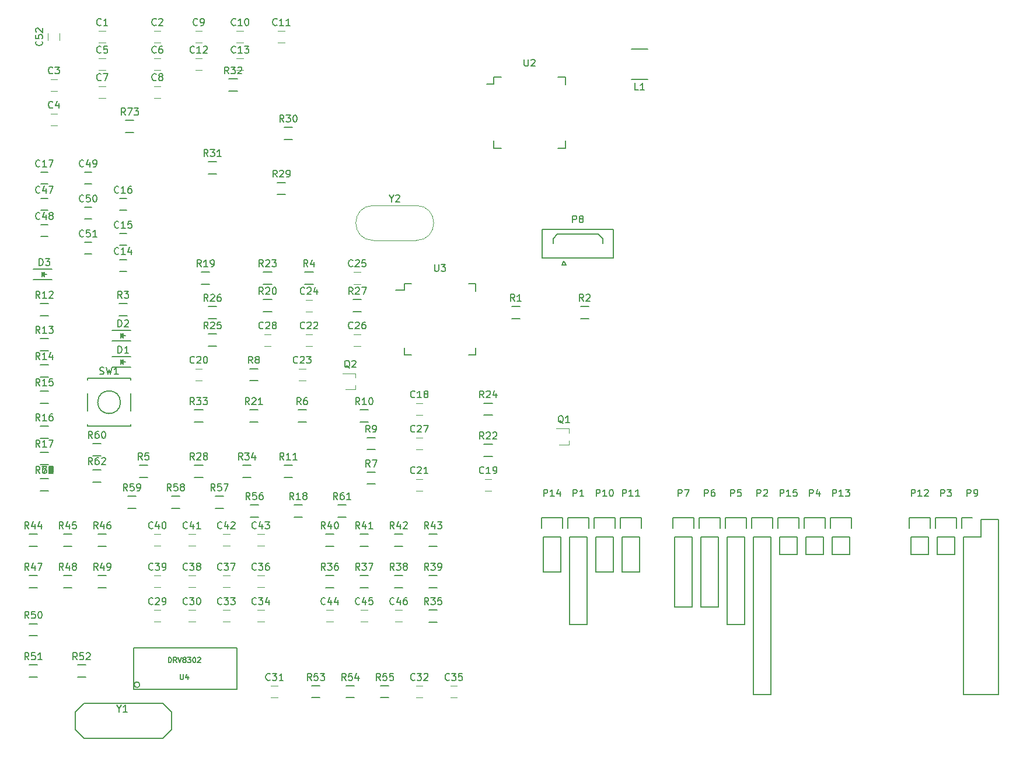
<source format=gbr>
G04 #@! TF.FileFunction,Legend,Top*
%FSLAX46Y46*%
G04 Gerber Fmt 4.6, Leading zero omitted, Abs format (unit mm)*
G04 Created by KiCad (PCBNEW 4.0.2+dfsg1-stable) date wto, 24 sty 2017, 13:26:45*
%MOMM*%
G01*
G04 APERTURE LIST*
%ADD10C,0.100000*%
%ADD11C,0.150000*%
%ADD12C,0.120000*%
%ADD13C,0.127000*%
%ADD14C,0.149860*%
G04 APERTURE END LIST*
D10*
D11*
X123600000Y-83875000D02*
X122400000Y-83875000D01*
X122400000Y-82125000D02*
X123600000Y-82125000D01*
X133600000Y-83875000D02*
X132400000Y-83875000D01*
X132400000Y-82125000D02*
X133600000Y-82125000D01*
X93600000Y-78875000D02*
X92400000Y-78875000D01*
X92400000Y-77125000D02*
X93600000Y-77125000D01*
X69600000Y-106875000D02*
X68400000Y-106875000D01*
X68400000Y-105125000D02*
X69600000Y-105125000D01*
X92600000Y-98875000D02*
X91400000Y-98875000D01*
X91400000Y-97125000D02*
X92600000Y-97125000D01*
X102600000Y-107875000D02*
X101400000Y-107875000D01*
X101400000Y-106125000D02*
X102600000Y-106125000D01*
X85600000Y-92875000D02*
X84400000Y-92875000D01*
X84400000Y-91125000D02*
X85600000Y-91125000D01*
X102600000Y-102875000D02*
X101400000Y-102875000D01*
X101400000Y-101125000D02*
X102600000Y-101125000D01*
X101600000Y-98875000D02*
X100400000Y-98875000D01*
X100400000Y-97125000D02*
X101600000Y-97125000D01*
X90600000Y-106875000D02*
X89400000Y-106875000D01*
X89400000Y-105125000D02*
X90600000Y-105125000D01*
D12*
X109500000Y-96150000D02*
X108500000Y-96150000D01*
X108500000Y-97850000D02*
X109500000Y-97850000D01*
X119500000Y-107150000D02*
X118500000Y-107150000D01*
X118500000Y-108850000D02*
X119500000Y-108850000D01*
X77500000Y-91150000D02*
X76500000Y-91150000D01*
X76500000Y-92850000D02*
X77500000Y-92850000D01*
X109500000Y-107150000D02*
X108500000Y-107150000D01*
X108500000Y-108850000D02*
X109500000Y-108850000D01*
X93500000Y-86150000D02*
X92500000Y-86150000D01*
X92500000Y-87850000D02*
X93500000Y-87850000D01*
X92500000Y-91150000D02*
X91500000Y-91150000D01*
X91500000Y-92850000D02*
X92500000Y-92850000D01*
X93500000Y-81150000D02*
X92500000Y-81150000D01*
X92500000Y-82850000D02*
X93500000Y-82850000D01*
X100500000Y-77150000D02*
X99500000Y-77150000D01*
X99500000Y-78850000D02*
X100500000Y-78850000D01*
X100500000Y-86150000D02*
X99500000Y-86150000D01*
X99500000Y-87850000D02*
X100500000Y-87850000D01*
X109500000Y-101150000D02*
X108500000Y-101150000D01*
X108500000Y-102850000D02*
X109500000Y-102850000D01*
X87500000Y-86150000D02*
X86500000Y-86150000D01*
X86500000Y-87850000D02*
X87500000Y-87850000D01*
D11*
X126850000Y-70900000D02*
X126850000Y-75100000D01*
X126850000Y-75100000D02*
X137150000Y-75100000D01*
X137150000Y-75100000D02*
X137150000Y-70900000D01*
X137150000Y-70900000D02*
X126850000Y-70900000D01*
X128400000Y-73000000D02*
X128400000Y-72250000D01*
X128400000Y-72250000D02*
X129000000Y-71650000D01*
X129000000Y-71650000D02*
X132000000Y-71650000D01*
X135600000Y-73000000D02*
X135600000Y-72250000D01*
X135600000Y-72250000D02*
X135000000Y-71650000D01*
X135000000Y-71650000D02*
X132000000Y-71650000D01*
X130000000Y-75500000D02*
X129700000Y-76100000D01*
X129700000Y-76100000D02*
X130300000Y-76100000D01*
X130300000Y-76100000D02*
X130000000Y-75500000D01*
D12*
X130735000Y-102160000D02*
X130735000Y-101550000D01*
X130735000Y-99840000D02*
X130735000Y-100450000D01*
X130735000Y-99840000D02*
X128900000Y-99840000D01*
X129300000Y-102160000D02*
X130735000Y-102160000D01*
X99735000Y-94160000D02*
X99735000Y-93550000D01*
X99735000Y-91840000D02*
X99735000Y-92450000D01*
X99735000Y-91840000D02*
X97900000Y-91840000D01*
X98300000Y-94160000D02*
X99735000Y-94160000D01*
D11*
X78600000Y-78875000D02*
X77400000Y-78875000D01*
X77400000Y-77125000D02*
X78600000Y-77125000D01*
X87600000Y-82875000D02*
X86400000Y-82875000D01*
X86400000Y-81125000D02*
X87600000Y-81125000D01*
X85600000Y-98875000D02*
X84400000Y-98875000D01*
X84400000Y-97125000D02*
X85600000Y-97125000D01*
X119600000Y-103875000D02*
X118400000Y-103875000D01*
X118400000Y-102125000D02*
X119600000Y-102125000D01*
X87600000Y-78875000D02*
X86400000Y-78875000D01*
X86400000Y-77125000D02*
X87600000Y-77125000D01*
X119600000Y-97875000D02*
X118400000Y-97875000D01*
X118400000Y-96125000D02*
X119600000Y-96125000D01*
X79600000Y-87875000D02*
X78400000Y-87875000D01*
X78400000Y-86125000D02*
X79600000Y-86125000D01*
X79600000Y-83875000D02*
X78400000Y-83875000D01*
X78400000Y-82125000D02*
X79600000Y-82125000D01*
X100600000Y-82875000D02*
X99400000Y-82875000D01*
X99400000Y-81125000D02*
X100600000Y-81125000D01*
X77600000Y-106875000D02*
X76400000Y-106875000D01*
X76400000Y-105125000D02*
X77600000Y-105125000D01*
X77600000Y-98875000D02*
X76400000Y-98875000D01*
X76400000Y-97125000D02*
X77600000Y-97125000D01*
X84600000Y-106875000D02*
X83400000Y-106875000D01*
X83400000Y-105125000D02*
X84600000Y-105125000D01*
X60850000Y-92800000D02*
X60850000Y-92550000D01*
X60850000Y-92550000D02*
X67150000Y-92550000D01*
X67150000Y-92550000D02*
X67150000Y-92800000D01*
X60850000Y-97300000D02*
X60850000Y-94700000D01*
X67150000Y-99200000D02*
X67150000Y-99450000D01*
X67150000Y-99450000D02*
X60850000Y-99450000D01*
X60850000Y-99450000D02*
X60850000Y-99200000D01*
X67150000Y-94700000D02*
X67150000Y-97300000D01*
X65650000Y-96000000D02*
G75*
G03X65650000Y-96000000I-1650000J0D01*
G01*
X106825000Y-78825000D02*
X106825000Y-79775000D01*
X117175000Y-78825000D02*
X117175000Y-79875000D01*
X117175000Y-89175000D02*
X117175000Y-88125000D01*
X106825000Y-89175000D02*
X106825000Y-88125000D01*
X106825000Y-78825000D02*
X107875000Y-78825000D01*
X106825000Y-89175000D02*
X107875000Y-89175000D01*
X117175000Y-89175000D02*
X116125000Y-89175000D01*
X117175000Y-78825000D02*
X116125000Y-78825000D01*
X106825000Y-79775000D02*
X105550000Y-79775000D01*
D12*
X102325000Y-72525000D02*
G75*
G02X102325000Y-67475000I0J2525000D01*
G01*
X108575000Y-72525000D02*
G75*
G03X108575000Y-67475000I0J2525000D01*
G01*
X102325000Y-67475000D02*
X108575000Y-67475000D01*
X102325000Y-72525000D02*
X108575000Y-72525000D01*
D11*
X89600000Y-65875000D02*
X88400000Y-65875000D01*
X88400000Y-64125000D02*
X89600000Y-64125000D01*
X90600000Y-57875000D02*
X89400000Y-57875000D01*
X89400000Y-56125000D02*
X90600000Y-56125000D01*
X79600000Y-62875000D02*
X78400000Y-62875000D01*
X78400000Y-61125000D02*
X79600000Y-61125000D01*
X82600000Y-50875000D02*
X81400000Y-50875000D01*
X81400000Y-49125000D02*
X82600000Y-49125000D01*
X67600000Y-56875000D02*
X66400000Y-56875000D01*
X66400000Y-55125000D02*
X67600000Y-55125000D01*
D12*
X63500000Y-42150000D02*
X62500000Y-42150000D01*
X62500000Y-43850000D02*
X63500000Y-43850000D01*
X71500000Y-42150000D02*
X70500000Y-42150000D01*
X70500000Y-43850000D02*
X71500000Y-43850000D01*
X56500000Y-49150000D02*
X55500000Y-49150000D01*
X55500000Y-50850000D02*
X56500000Y-50850000D01*
X56500000Y-54150000D02*
X55500000Y-54150000D01*
X55500000Y-55850000D02*
X56500000Y-55850000D01*
X63500000Y-46150000D02*
X62500000Y-46150000D01*
X62500000Y-47850000D02*
X63500000Y-47850000D01*
X71500000Y-46150000D02*
X70500000Y-46150000D01*
X70500000Y-47850000D02*
X71500000Y-47850000D01*
X63500000Y-50150000D02*
X62500000Y-50150000D01*
X62500000Y-51850000D02*
X63500000Y-51850000D01*
X71500000Y-50150000D02*
X70500000Y-50150000D01*
X70500000Y-51850000D02*
X71500000Y-51850000D01*
X77500000Y-42150000D02*
X76500000Y-42150000D01*
X76500000Y-43850000D02*
X77500000Y-43850000D01*
X83500000Y-42150000D02*
X82500000Y-42150000D01*
X82500000Y-43850000D02*
X83500000Y-43850000D01*
X89500000Y-42150000D02*
X88500000Y-42150000D01*
X88500000Y-43850000D02*
X89500000Y-43850000D01*
X77500000Y-46150000D02*
X76500000Y-46150000D01*
X76500000Y-47850000D02*
X77500000Y-47850000D01*
X83500000Y-46150000D02*
X82500000Y-46150000D01*
X82500000Y-47850000D02*
X83500000Y-47850000D01*
X55150000Y-42500000D02*
X55150000Y-43500000D01*
X56850000Y-43500000D02*
X56850000Y-42500000D01*
D11*
X119825000Y-48825000D02*
X119825000Y-49825000D01*
X130175000Y-48825000D02*
X130175000Y-49900000D01*
X130175000Y-59175000D02*
X130175000Y-58100000D01*
X119825000Y-59175000D02*
X119825000Y-58100000D01*
X119825000Y-48825000D02*
X120900000Y-48825000D01*
X119825000Y-59175000D02*
X120900000Y-59175000D01*
X130175000Y-59175000D02*
X129100000Y-59175000D01*
X130175000Y-48825000D02*
X129100000Y-48825000D01*
X119825000Y-49825000D02*
X118800000Y-49825000D01*
D12*
X71500000Y-126150000D02*
X70500000Y-126150000D01*
X70500000Y-127850000D02*
X71500000Y-127850000D01*
X76500000Y-126150000D02*
X75500000Y-126150000D01*
X75500000Y-127850000D02*
X76500000Y-127850000D01*
X88500000Y-137150000D02*
X87500000Y-137150000D01*
X87500000Y-138850000D02*
X88500000Y-138850000D01*
X109500000Y-137150000D02*
X108500000Y-137150000D01*
X108500000Y-138850000D02*
X109500000Y-138850000D01*
X81500000Y-126150000D02*
X80500000Y-126150000D01*
X80500000Y-127850000D02*
X81500000Y-127850000D01*
X86500000Y-126150000D02*
X85500000Y-126150000D01*
X85500000Y-127850000D02*
X86500000Y-127850000D01*
X114500000Y-137150000D02*
X113500000Y-137150000D01*
X113500000Y-138850000D02*
X114500000Y-138850000D01*
X86500000Y-121150000D02*
X85500000Y-121150000D01*
X85500000Y-122850000D02*
X86500000Y-122850000D01*
X81500000Y-121150000D02*
X80500000Y-121150000D01*
X80500000Y-122850000D02*
X81500000Y-122850000D01*
X76500000Y-121150000D02*
X75500000Y-121150000D01*
X75500000Y-122850000D02*
X76500000Y-122850000D01*
X71500000Y-121150000D02*
X70500000Y-121150000D01*
X70500000Y-122850000D02*
X71500000Y-122850000D01*
X71500000Y-115150000D02*
X70500000Y-115150000D01*
X70500000Y-116850000D02*
X71500000Y-116850000D01*
X76500000Y-115150000D02*
X75500000Y-115150000D01*
X75500000Y-116850000D02*
X76500000Y-116850000D01*
X81500000Y-115150000D02*
X80500000Y-115150000D01*
X80500000Y-116850000D02*
X81500000Y-116850000D01*
X86500000Y-115150000D02*
X85500000Y-115150000D01*
X85500000Y-116850000D02*
X86500000Y-116850000D01*
X96500000Y-126150000D02*
X95500000Y-126150000D01*
X95500000Y-127850000D02*
X96500000Y-127850000D01*
X101500000Y-126150000D02*
X100500000Y-126150000D01*
X100500000Y-127850000D02*
X101500000Y-127850000D01*
X106500000Y-126150000D02*
X105500000Y-126150000D01*
X105500000Y-127850000D02*
X106500000Y-127850000D01*
D11*
X111600000Y-127875000D02*
X110400000Y-127875000D01*
X110400000Y-126125000D02*
X111600000Y-126125000D01*
X96600000Y-122875000D02*
X95400000Y-122875000D01*
X95400000Y-121125000D02*
X96600000Y-121125000D01*
X101600000Y-122875000D02*
X100400000Y-122875000D01*
X100400000Y-121125000D02*
X101600000Y-121125000D01*
X106600000Y-122875000D02*
X105400000Y-122875000D01*
X105400000Y-121125000D02*
X106600000Y-121125000D01*
X111600000Y-122875000D02*
X110400000Y-122875000D01*
X110400000Y-121125000D02*
X111600000Y-121125000D01*
X96600000Y-116875000D02*
X95400000Y-116875000D01*
X95400000Y-115125000D02*
X96600000Y-115125000D01*
X101600000Y-116875000D02*
X100400000Y-116875000D01*
X100400000Y-115125000D02*
X101600000Y-115125000D01*
X106600000Y-116875000D02*
X105400000Y-116875000D01*
X105400000Y-115125000D02*
X106600000Y-115125000D01*
X111600000Y-116875000D02*
X110400000Y-116875000D01*
X110400000Y-115125000D02*
X111600000Y-115125000D01*
X53600000Y-116875000D02*
X52400000Y-116875000D01*
X52400000Y-115125000D02*
X53600000Y-115125000D01*
X58600000Y-116875000D02*
X57400000Y-116875000D01*
X57400000Y-115125000D02*
X58600000Y-115125000D01*
X63600000Y-116875000D02*
X62400000Y-116875000D01*
X62400000Y-115125000D02*
X63600000Y-115125000D01*
X53600000Y-122875000D02*
X52400000Y-122875000D01*
X52400000Y-121125000D02*
X53600000Y-121125000D01*
X58600000Y-122875000D02*
X57400000Y-122875000D01*
X57400000Y-121125000D02*
X58600000Y-121125000D01*
X63600000Y-122875000D02*
X62400000Y-122875000D01*
X62400000Y-121125000D02*
X63600000Y-121125000D01*
X53600000Y-129875000D02*
X52400000Y-129875000D01*
X52400000Y-128125000D02*
X53600000Y-128125000D01*
X53600000Y-135875000D02*
X52400000Y-135875000D01*
X52400000Y-134125000D02*
X53600000Y-134125000D01*
X60600000Y-135875000D02*
X59400000Y-135875000D01*
X59400000Y-134125000D02*
X60600000Y-134125000D01*
X94600000Y-138875000D02*
X93400000Y-138875000D01*
X93400000Y-137125000D02*
X94600000Y-137125000D01*
X99600000Y-138875000D02*
X98400000Y-138875000D01*
X98400000Y-137125000D02*
X99600000Y-137125000D01*
X104600000Y-138875000D02*
X103400000Y-138875000D01*
X103400000Y-137125000D02*
X104600000Y-137125000D01*
X66540000Y-75350000D02*
X65540000Y-75350000D01*
X65540000Y-77050000D02*
X66540000Y-77050000D01*
X66540000Y-71540000D02*
X65540000Y-71540000D01*
X65540000Y-73240000D02*
X66540000Y-73240000D01*
X66540000Y-66460000D02*
X65540000Y-66460000D01*
X65540000Y-68160000D02*
X66540000Y-68160000D01*
X55110000Y-62650000D02*
X54110000Y-62650000D01*
X54110000Y-64350000D02*
X55110000Y-64350000D01*
X55110000Y-66460000D02*
X54110000Y-66460000D01*
X54110000Y-68160000D02*
X55110000Y-68160000D01*
X55110000Y-70270000D02*
X54110000Y-70270000D01*
X54110000Y-71970000D02*
X55110000Y-71970000D01*
X61460000Y-62650000D02*
X60460000Y-62650000D01*
X60460000Y-64350000D02*
X61460000Y-64350000D01*
X61460000Y-67730000D02*
X60460000Y-67730000D01*
X60460000Y-69430000D02*
X61460000Y-69430000D01*
X61460000Y-72810000D02*
X60460000Y-72810000D01*
X60460000Y-74510000D02*
X61460000Y-74510000D01*
X64440000Y-90920000D02*
X67140000Y-90920000D01*
X64440000Y-89420000D02*
X67140000Y-89420000D01*
X65940000Y-90320000D02*
X65940000Y-90070000D01*
X65940000Y-90070000D02*
X65790000Y-90220000D01*
X65690000Y-89820000D02*
X65690000Y-90520000D01*
X66040000Y-90170000D02*
X66390000Y-90170000D01*
X65690000Y-90170000D02*
X66040000Y-89820000D01*
X66040000Y-89820000D02*
X66040000Y-90520000D01*
X66040000Y-90520000D02*
X65690000Y-90170000D01*
X64440000Y-87110000D02*
X67140000Y-87110000D01*
X64440000Y-85610000D02*
X67140000Y-85610000D01*
X65940000Y-86510000D02*
X65940000Y-86260000D01*
X65940000Y-86260000D02*
X65790000Y-86410000D01*
X65690000Y-86010000D02*
X65690000Y-86710000D01*
X66040000Y-86360000D02*
X66390000Y-86360000D01*
X65690000Y-86360000D02*
X66040000Y-86010000D01*
X66040000Y-86010000D02*
X66040000Y-86710000D01*
X66040000Y-86710000D02*
X65690000Y-86360000D01*
X53010000Y-78220000D02*
X55710000Y-78220000D01*
X53010000Y-76720000D02*
X55710000Y-76720000D01*
X54510000Y-77620000D02*
X54510000Y-77370000D01*
X54510000Y-77370000D02*
X54360000Y-77520000D01*
X54260000Y-77120000D02*
X54260000Y-77820000D01*
X54610000Y-77470000D02*
X54960000Y-77470000D01*
X54260000Y-77470000D02*
X54610000Y-77120000D01*
X54610000Y-77120000D02*
X54610000Y-77820000D01*
X54610000Y-77820000D02*
X54260000Y-77470000D01*
X66640000Y-83425000D02*
X65440000Y-83425000D01*
X65440000Y-81675000D02*
X66640000Y-81675000D01*
X55210000Y-83425000D02*
X54010000Y-83425000D01*
X54010000Y-81675000D02*
X55210000Y-81675000D01*
X55210000Y-88505000D02*
X54010000Y-88505000D01*
X54010000Y-86755000D02*
X55210000Y-86755000D01*
X55210000Y-92315000D02*
X54010000Y-92315000D01*
X54010000Y-90565000D02*
X55210000Y-90565000D01*
X55210000Y-96125000D02*
X54010000Y-96125000D01*
X54010000Y-94375000D02*
X55210000Y-94375000D01*
X55210000Y-101205000D02*
X54010000Y-101205000D01*
X54010000Y-99455000D02*
X55210000Y-99455000D01*
X55210000Y-105015000D02*
X54010000Y-105015000D01*
X54010000Y-103265000D02*
X55210000Y-103265000D01*
X92040000Y-112635000D02*
X90840000Y-112635000D01*
X90840000Y-110885000D02*
X92040000Y-110885000D01*
X85690000Y-112635000D02*
X84490000Y-112635000D01*
X84490000Y-110885000D02*
X85690000Y-110885000D01*
X80610000Y-111365000D02*
X79410000Y-111365000D01*
X79410000Y-109615000D02*
X80610000Y-109615000D01*
X74260000Y-111365000D02*
X73060000Y-111365000D01*
X73060000Y-109615000D02*
X74260000Y-109615000D01*
X67910000Y-111365000D02*
X66710000Y-111365000D01*
X66710000Y-109615000D02*
X67910000Y-109615000D01*
X62830000Y-103745000D02*
X61630000Y-103745000D01*
X61630000Y-101995000D02*
X62830000Y-101995000D01*
X98390000Y-112635000D02*
X97190000Y-112635000D01*
X97190000Y-110885000D02*
X98390000Y-110885000D01*
X62830000Y-107555000D02*
X61630000Y-107555000D01*
X61630000Y-105805000D02*
X62830000Y-105805000D01*
X55210000Y-108825000D02*
X54010000Y-108825000D01*
X54010000Y-107075000D02*
X55210000Y-107075000D01*
X55210000Y-108825000D02*
X54010000Y-108825000D01*
X54010000Y-107075000D02*
X55210000Y-107075000D01*
X55210000Y-108825000D02*
X54010000Y-108825000D01*
X54010000Y-107075000D02*
X55210000Y-107075000D01*
X55210000Y-108825000D02*
X54010000Y-108825000D01*
X54010000Y-107075000D02*
X55210000Y-107075000D01*
X55210000Y-108825000D02*
X54010000Y-108825000D01*
X54010000Y-107075000D02*
X55210000Y-107075000D01*
X55210000Y-108825000D02*
X54010000Y-108825000D01*
X54010000Y-107075000D02*
X55210000Y-107075000D01*
X55210000Y-108825000D02*
X54010000Y-108825000D01*
X54010000Y-107075000D02*
X55210000Y-107075000D01*
X55210000Y-108825000D02*
X54010000Y-108825000D01*
X54010000Y-107075000D02*
X55210000Y-107075000D01*
X55210000Y-108825000D02*
X54010000Y-108825000D01*
X54010000Y-107075000D02*
X55210000Y-107075000D01*
X55210000Y-108825000D02*
X54010000Y-108825000D01*
X54010000Y-107075000D02*
X55210000Y-107075000D01*
X55210000Y-108825000D02*
X54010000Y-108825000D01*
X54010000Y-107075000D02*
X55210000Y-107075000D01*
X55210000Y-108825000D02*
X54010000Y-108825000D01*
X54010000Y-107075000D02*
X55210000Y-107075000D01*
X55210000Y-108825000D02*
X54010000Y-108825000D01*
X54010000Y-107075000D02*
X55210000Y-107075000D01*
X133350000Y-115570000D02*
X133350000Y-128270000D01*
X133350000Y-128270000D02*
X130810000Y-128270000D01*
X130810000Y-128270000D02*
X130810000Y-115570000D01*
X133630000Y-112750000D02*
X133630000Y-114300000D01*
X133350000Y-115570000D02*
X130810000Y-115570000D01*
X130530000Y-114300000D02*
X130530000Y-112750000D01*
X130530000Y-112750000D02*
X133630000Y-112750000D01*
X160020000Y-115570000D02*
X160020000Y-138430000D01*
X160020000Y-138430000D02*
X157480000Y-138430000D01*
X157480000Y-138430000D02*
X157480000Y-115570000D01*
X160300000Y-112750000D02*
X160300000Y-114300000D01*
X160020000Y-115570000D02*
X157480000Y-115570000D01*
X157200000Y-114300000D02*
X157200000Y-112750000D01*
X157200000Y-112750000D02*
X160300000Y-112750000D01*
X167640000Y-115570000D02*
X167640000Y-118110000D01*
X167920000Y-112750000D02*
X167920000Y-114300000D01*
X167640000Y-115570000D02*
X165100000Y-115570000D01*
X164820000Y-114300000D02*
X164820000Y-112750000D01*
X164820000Y-112750000D02*
X167920000Y-112750000D01*
X165100000Y-115570000D02*
X165100000Y-118110000D01*
X165100000Y-118110000D02*
X167640000Y-118110000D01*
X156210000Y-115570000D02*
X156210000Y-128270000D01*
X156210000Y-128270000D02*
X153670000Y-128270000D01*
X153670000Y-128270000D02*
X153670000Y-115570000D01*
X156490000Y-112750000D02*
X156490000Y-114300000D01*
X156210000Y-115570000D02*
X153670000Y-115570000D01*
X153390000Y-114300000D02*
X153390000Y-112750000D01*
X153390000Y-112750000D02*
X156490000Y-112750000D01*
X149580000Y-114300000D02*
X149580000Y-112750000D01*
X149580000Y-112750000D02*
X152680000Y-112750000D01*
X152680000Y-112750000D02*
X152680000Y-114300000D01*
X152400000Y-115570000D02*
X152400000Y-125730000D01*
X152400000Y-125730000D02*
X149860000Y-125730000D01*
X149860000Y-125730000D02*
X149860000Y-115570000D01*
X152400000Y-115570000D02*
X149860000Y-115570000D01*
X145770000Y-114300000D02*
X145770000Y-112750000D01*
X145770000Y-112750000D02*
X148870000Y-112750000D01*
X148870000Y-112750000D02*
X148870000Y-114300000D01*
X148590000Y-115570000D02*
X148590000Y-125730000D01*
X148590000Y-125730000D02*
X146050000Y-125730000D01*
X146050000Y-125730000D02*
X146050000Y-115570000D01*
X148590000Y-115570000D02*
X146050000Y-115570000D01*
X134620000Y-115570000D02*
X134620000Y-120650000D01*
X134620000Y-120650000D02*
X137160000Y-120650000D01*
X137160000Y-120650000D02*
X137160000Y-115570000D01*
X137440000Y-112750000D02*
X137440000Y-114300000D01*
X137160000Y-115570000D02*
X134620000Y-115570000D01*
X134340000Y-114300000D02*
X134340000Y-112750000D01*
X134340000Y-112750000D02*
X137440000Y-112750000D01*
X138430000Y-115570000D02*
X138430000Y-120650000D01*
X138430000Y-120650000D02*
X140970000Y-120650000D01*
X140970000Y-120650000D02*
X140970000Y-115570000D01*
X141250000Y-112750000D02*
X141250000Y-114300000D01*
X140970000Y-115570000D02*
X138430000Y-115570000D01*
X138150000Y-114300000D02*
X138150000Y-112750000D01*
X138150000Y-112750000D02*
X141250000Y-112750000D01*
X171450000Y-115570000D02*
X171450000Y-118110000D01*
X171730000Y-112750000D02*
X171730000Y-114300000D01*
X171450000Y-115570000D02*
X168910000Y-115570000D01*
X168630000Y-114300000D02*
X168630000Y-112750000D01*
X168630000Y-112750000D02*
X171730000Y-112750000D01*
X168910000Y-115570000D02*
X168910000Y-118110000D01*
X168910000Y-118110000D02*
X171450000Y-118110000D01*
X127000000Y-115570000D02*
X127000000Y-120650000D01*
X127000000Y-120650000D02*
X129540000Y-120650000D01*
X129540000Y-120650000D02*
X129540000Y-115570000D01*
X129820000Y-112750000D02*
X129820000Y-114300000D01*
X129540000Y-115570000D02*
X127000000Y-115570000D01*
X126720000Y-114300000D02*
X126720000Y-112750000D01*
X126720000Y-112750000D02*
X129820000Y-112750000D01*
X163830000Y-115570000D02*
X163830000Y-118110000D01*
X164110000Y-112750000D02*
X164110000Y-114300000D01*
X163830000Y-115570000D02*
X161290000Y-115570000D01*
X161010000Y-114300000D02*
X161010000Y-112750000D01*
X161010000Y-112750000D02*
X164110000Y-112750000D01*
X161290000Y-115570000D02*
X161290000Y-118110000D01*
X161290000Y-118110000D02*
X163830000Y-118110000D01*
X186690000Y-115570000D02*
X186690000Y-118110000D01*
X186970000Y-112750000D02*
X186970000Y-114300000D01*
X186690000Y-115570000D02*
X184150000Y-115570000D01*
X183870000Y-114300000D02*
X183870000Y-112750000D01*
X183870000Y-112750000D02*
X186970000Y-112750000D01*
X184150000Y-115570000D02*
X184150000Y-118110000D01*
X184150000Y-118110000D02*
X186690000Y-118110000D01*
X193040000Y-138430000D02*
X193040000Y-113030000D01*
X187960000Y-115570000D02*
X187960000Y-138430000D01*
X193040000Y-138430000D02*
X187960000Y-138430000D01*
X193040000Y-113030000D02*
X190500000Y-113030000D01*
X189230000Y-112750000D02*
X187680000Y-112750000D01*
X190500000Y-113030000D02*
X190500000Y-115570000D01*
X190500000Y-115570000D02*
X187960000Y-115570000D01*
X187680000Y-112750000D02*
X187680000Y-114300000D01*
X182880000Y-115570000D02*
X182880000Y-118110000D01*
X183160000Y-112750000D02*
X183160000Y-114300000D01*
X182880000Y-115570000D02*
X180340000Y-115570000D01*
X180060000Y-114300000D02*
X180060000Y-112750000D01*
X180060000Y-112750000D02*
X183160000Y-112750000D01*
X180340000Y-115570000D02*
X180340000Y-118110000D01*
X180340000Y-118110000D02*
X182880000Y-118110000D01*
D13*
X67533520Y-137619740D02*
X82532220Y-137619740D01*
X82532220Y-131620260D02*
X67533520Y-131620260D01*
X82532220Y-131620260D02*
X82532220Y-137619740D01*
X67533520Y-137619740D02*
X67533520Y-131620260D01*
X68455738Y-136977120D02*
G75*
G03X68455738Y-136977120I-406598J0D01*
G01*
D11*
X59055000Y-140970000D02*
X60325000Y-139700000D01*
X71755000Y-139700000D02*
X73025000Y-140970000D01*
X73025000Y-143510000D02*
X71755000Y-144780000D01*
X59055000Y-143510000D02*
X60325000Y-144780000D01*
X60325000Y-139700000D02*
X71755000Y-139700000D01*
X59055000Y-140970000D02*
X59055000Y-143510000D01*
X60325000Y-144780000D02*
X71755000Y-144780000D01*
X73025000Y-143510000D02*
X73025000Y-140970000D01*
X139770000Y-44790000D02*
X142170000Y-44790000D01*
X142170000Y-49190000D02*
X139770000Y-49190000D01*
X122833334Y-81352381D02*
X122500000Y-80876190D01*
X122261905Y-81352381D02*
X122261905Y-80352381D01*
X122642858Y-80352381D01*
X122738096Y-80400000D01*
X122785715Y-80447619D01*
X122833334Y-80542857D01*
X122833334Y-80685714D01*
X122785715Y-80780952D01*
X122738096Y-80828571D01*
X122642858Y-80876190D01*
X122261905Y-80876190D01*
X123785715Y-81352381D02*
X123214286Y-81352381D01*
X123500000Y-81352381D02*
X123500000Y-80352381D01*
X123404762Y-80495238D01*
X123309524Y-80590476D01*
X123214286Y-80638095D01*
X132833334Y-81352381D02*
X132500000Y-80876190D01*
X132261905Y-81352381D02*
X132261905Y-80352381D01*
X132642858Y-80352381D01*
X132738096Y-80400000D01*
X132785715Y-80447619D01*
X132833334Y-80542857D01*
X132833334Y-80685714D01*
X132785715Y-80780952D01*
X132738096Y-80828571D01*
X132642858Y-80876190D01*
X132261905Y-80876190D01*
X133214286Y-80447619D02*
X133261905Y-80400000D01*
X133357143Y-80352381D01*
X133595239Y-80352381D01*
X133690477Y-80400000D01*
X133738096Y-80447619D01*
X133785715Y-80542857D01*
X133785715Y-80638095D01*
X133738096Y-80780952D01*
X133166667Y-81352381D01*
X133785715Y-81352381D01*
X92833334Y-76352381D02*
X92500000Y-75876190D01*
X92261905Y-76352381D02*
X92261905Y-75352381D01*
X92642858Y-75352381D01*
X92738096Y-75400000D01*
X92785715Y-75447619D01*
X92833334Y-75542857D01*
X92833334Y-75685714D01*
X92785715Y-75780952D01*
X92738096Y-75828571D01*
X92642858Y-75876190D01*
X92261905Y-75876190D01*
X93690477Y-75685714D02*
X93690477Y-76352381D01*
X93452381Y-75304762D02*
X93214286Y-76019048D01*
X93833334Y-76019048D01*
X68833334Y-104352381D02*
X68500000Y-103876190D01*
X68261905Y-104352381D02*
X68261905Y-103352381D01*
X68642858Y-103352381D01*
X68738096Y-103400000D01*
X68785715Y-103447619D01*
X68833334Y-103542857D01*
X68833334Y-103685714D01*
X68785715Y-103780952D01*
X68738096Y-103828571D01*
X68642858Y-103876190D01*
X68261905Y-103876190D01*
X69738096Y-103352381D02*
X69261905Y-103352381D01*
X69214286Y-103828571D01*
X69261905Y-103780952D01*
X69357143Y-103733333D01*
X69595239Y-103733333D01*
X69690477Y-103780952D01*
X69738096Y-103828571D01*
X69785715Y-103923810D01*
X69785715Y-104161905D01*
X69738096Y-104257143D01*
X69690477Y-104304762D01*
X69595239Y-104352381D01*
X69357143Y-104352381D01*
X69261905Y-104304762D01*
X69214286Y-104257143D01*
X91833334Y-96352381D02*
X91500000Y-95876190D01*
X91261905Y-96352381D02*
X91261905Y-95352381D01*
X91642858Y-95352381D01*
X91738096Y-95400000D01*
X91785715Y-95447619D01*
X91833334Y-95542857D01*
X91833334Y-95685714D01*
X91785715Y-95780952D01*
X91738096Y-95828571D01*
X91642858Y-95876190D01*
X91261905Y-95876190D01*
X92690477Y-95352381D02*
X92500000Y-95352381D01*
X92404762Y-95400000D01*
X92357143Y-95447619D01*
X92261905Y-95590476D01*
X92214286Y-95780952D01*
X92214286Y-96161905D01*
X92261905Y-96257143D01*
X92309524Y-96304762D01*
X92404762Y-96352381D01*
X92595239Y-96352381D01*
X92690477Y-96304762D01*
X92738096Y-96257143D01*
X92785715Y-96161905D01*
X92785715Y-95923810D01*
X92738096Y-95828571D01*
X92690477Y-95780952D01*
X92595239Y-95733333D01*
X92404762Y-95733333D01*
X92309524Y-95780952D01*
X92261905Y-95828571D01*
X92214286Y-95923810D01*
X101833334Y-105352381D02*
X101500000Y-104876190D01*
X101261905Y-105352381D02*
X101261905Y-104352381D01*
X101642858Y-104352381D01*
X101738096Y-104400000D01*
X101785715Y-104447619D01*
X101833334Y-104542857D01*
X101833334Y-104685714D01*
X101785715Y-104780952D01*
X101738096Y-104828571D01*
X101642858Y-104876190D01*
X101261905Y-104876190D01*
X102166667Y-104352381D02*
X102833334Y-104352381D01*
X102404762Y-105352381D01*
X84833334Y-90352381D02*
X84500000Y-89876190D01*
X84261905Y-90352381D02*
X84261905Y-89352381D01*
X84642858Y-89352381D01*
X84738096Y-89400000D01*
X84785715Y-89447619D01*
X84833334Y-89542857D01*
X84833334Y-89685714D01*
X84785715Y-89780952D01*
X84738096Y-89828571D01*
X84642858Y-89876190D01*
X84261905Y-89876190D01*
X85404762Y-89780952D02*
X85309524Y-89733333D01*
X85261905Y-89685714D01*
X85214286Y-89590476D01*
X85214286Y-89542857D01*
X85261905Y-89447619D01*
X85309524Y-89400000D01*
X85404762Y-89352381D01*
X85595239Y-89352381D01*
X85690477Y-89400000D01*
X85738096Y-89447619D01*
X85785715Y-89542857D01*
X85785715Y-89590476D01*
X85738096Y-89685714D01*
X85690477Y-89733333D01*
X85595239Y-89780952D01*
X85404762Y-89780952D01*
X85309524Y-89828571D01*
X85261905Y-89876190D01*
X85214286Y-89971429D01*
X85214286Y-90161905D01*
X85261905Y-90257143D01*
X85309524Y-90304762D01*
X85404762Y-90352381D01*
X85595239Y-90352381D01*
X85690477Y-90304762D01*
X85738096Y-90257143D01*
X85785715Y-90161905D01*
X85785715Y-89971429D01*
X85738096Y-89876190D01*
X85690477Y-89828571D01*
X85595239Y-89780952D01*
X101833334Y-100352381D02*
X101500000Y-99876190D01*
X101261905Y-100352381D02*
X101261905Y-99352381D01*
X101642858Y-99352381D01*
X101738096Y-99400000D01*
X101785715Y-99447619D01*
X101833334Y-99542857D01*
X101833334Y-99685714D01*
X101785715Y-99780952D01*
X101738096Y-99828571D01*
X101642858Y-99876190D01*
X101261905Y-99876190D01*
X102309524Y-100352381D02*
X102500000Y-100352381D01*
X102595239Y-100304762D01*
X102642858Y-100257143D01*
X102738096Y-100114286D01*
X102785715Y-99923810D01*
X102785715Y-99542857D01*
X102738096Y-99447619D01*
X102690477Y-99400000D01*
X102595239Y-99352381D01*
X102404762Y-99352381D01*
X102309524Y-99400000D01*
X102261905Y-99447619D01*
X102214286Y-99542857D01*
X102214286Y-99780952D01*
X102261905Y-99876190D01*
X102309524Y-99923810D01*
X102404762Y-99971429D01*
X102595239Y-99971429D01*
X102690477Y-99923810D01*
X102738096Y-99876190D01*
X102785715Y-99780952D01*
X100357143Y-96352381D02*
X100023809Y-95876190D01*
X99785714Y-96352381D02*
X99785714Y-95352381D01*
X100166667Y-95352381D01*
X100261905Y-95400000D01*
X100309524Y-95447619D01*
X100357143Y-95542857D01*
X100357143Y-95685714D01*
X100309524Y-95780952D01*
X100261905Y-95828571D01*
X100166667Y-95876190D01*
X99785714Y-95876190D01*
X101309524Y-96352381D02*
X100738095Y-96352381D01*
X101023809Y-96352381D02*
X101023809Y-95352381D01*
X100928571Y-95495238D01*
X100833333Y-95590476D01*
X100738095Y-95638095D01*
X101928571Y-95352381D02*
X102023810Y-95352381D01*
X102119048Y-95400000D01*
X102166667Y-95447619D01*
X102214286Y-95542857D01*
X102261905Y-95733333D01*
X102261905Y-95971429D01*
X102214286Y-96161905D01*
X102166667Y-96257143D01*
X102119048Y-96304762D01*
X102023810Y-96352381D01*
X101928571Y-96352381D01*
X101833333Y-96304762D01*
X101785714Y-96257143D01*
X101738095Y-96161905D01*
X101690476Y-95971429D01*
X101690476Y-95733333D01*
X101738095Y-95542857D01*
X101785714Y-95447619D01*
X101833333Y-95400000D01*
X101928571Y-95352381D01*
X89357143Y-104352381D02*
X89023809Y-103876190D01*
X88785714Y-104352381D02*
X88785714Y-103352381D01*
X89166667Y-103352381D01*
X89261905Y-103400000D01*
X89309524Y-103447619D01*
X89357143Y-103542857D01*
X89357143Y-103685714D01*
X89309524Y-103780952D01*
X89261905Y-103828571D01*
X89166667Y-103876190D01*
X88785714Y-103876190D01*
X90309524Y-104352381D02*
X89738095Y-104352381D01*
X90023809Y-104352381D02*
X90023809Y-103352381D01*
X89928571Y-103495238D01*
X89833333Y-103590476D01*
X89738095Y-103638095D01*
X91261905Y-104352381D02*
X90690476Y-104352381D01*
X90976190Y-104352381D02*
X90976190Y-103352381D01*
X90880952Y-103495238D01*
X90785714Y-103590476D01*
X90690476Y-103638095D01*
X108357143Y-95257143D02*
X108309524Y-95304762D01*
X108166667Y-95352381D01*
X108071429Y-95352381D01*
X107928571Y-95304762D01*
X107833333Y-95209524D01*
X107785714Y-95114286D01*
X107738095Y-94923810D01*
X107738095Y-94780952D01*
X107785714Y-94590476D01*
X107833333Y-94495238D01*
X107928571Y-94400000D01*
X108071429Y-94352381D01*
X108166667Y-94352381D01*
X108309524Y-94400000D01*
X108357143Y-94447619D01*
X109309524Y-95352381D02*
X108738095Y-95352381D01*
X109023809Y-95352381D02*
X109023809Y-94352381D01*
X108928571Y-94495238D01*
X108833333Y-94590476D01*
X108738095Y-94638095D01*
X109880952Y-94780952D02*
X109785714Y-94733333D01*
X109738095Y-94685714D01*
X109690476Y-94590476D01*
X109690476Y-94542857D01*
X109738095Y-94447619D01*
X109785714Y-94400000D01*
X109880952Y-94352381D01*
X110071429Y-94352381D01*
X110166667Y-94400000D01*
X110214286Y-94447619D01*
X110261905Y-94542857D01*
X110261905Y-94590476D01*
X110214286Y-94685714D01*
X110166667Y-94733333D01*
X110071429Y-94780952D01*
X109880952Y-94780952D01*
X109785714Y-94828571D01*
X109738095Y-94876190D01*
X109690476Y-94971429D01*
X109690476Y-95161905D01*
X109738095Y-95257143D01*
X109785714Y-95304762D01*
X109880952Y-95352381D01*
X110071429Y-95352381D01*
X110166667Y-95304762D01*
X110214286Y-95257143D01*
X110261905Y-95161905D01*
X110261905Y-94971429D01*
X110214286Y-94876190D01*
X110166667Y-94828571D01*
X110071429Y-94780952D01*
X118357143Y-106257143D02*
X118309524Y-106304762D01*
X118166667Y-106352381D01*
X118071429Y-106352381D01*
X117928571Y-106304762D01*
X117833333Y-106209524D01*
X117785714Y-106114286D01*
X117738095Y-105923810D01*
X117738095Y-105780952D01*
X117785714Y-105590476D01*
X117833333Y-105495238D01*
X117928571Y-105400000D01*
X118071429Y-105352381D01*
X118166667Y-105352381D01*
X118309524Y-105400000D01*
X118357143Y-105447619D01*
X119309524Y-106352381D02*
X118738095Y-106352381D01*
X119023809Y-106352381D02*
X119023809Y-105352381D01*
X118928571Y-105495238D01*
X118833333Y-105590476D01*
X118738095Y-105638095D01*
X119785714Y-106352381D02*
X119976190Y-106352381D01*
X120071429Y-106304762D01*
X120119048Y-106257143D01*
X120214286Y-106114286D01*
X120261905Y-105923810D01*
X120261905Y-105542857D01*
X120214286Y-105447619D01*
X120166667Y-105400000D01*
X120071429Y-105352381D01*
X119880952Y-105352381D01*
X119785714Y-105400000D01*
X119738095Y-105447619D01*
X119690476Y-105542857D01*
X119690476Y-105780952D01*
X119738095Y-105876190D01*
X119785714Y-105923810D01*
X119880952Y-105971429D01*
X120071429Y-105971429D01*
X120166667Y-105923810D01*
X120214286Y-105876190D01*
X120261905Y-105780952D01*
X76357143Y-90257143D02*
X76309524Y-90304762D01*
X76166667Y-90352381D01*
X76071429Y-90352381D01*
X75928571Y-90304762D01*
X75833333Y-90209524D01*
X75785714Y-90114286D01*
X75738095Y-89923810D01*
X75738095Y-89780952D01*
X75785714Y-89590476D01*
X75833333Y-89495238D01*
X75928571Y-89400000D01*
X76071429Y-89352381D01*
X76166667Y-89352381D01*
X76309524Y-89400000D01*
X76357143Y-89447619D01*
X76738095Y-89447619D02*
X76785714Y-89400000D01*
X76880952Y-89352381D01*
X77119048Y-89352381D01*
X77214286Y-89400000D01*
X77261905Y-89447619D01*
X77309524Y-89542857D01*
X77309524Y-89638095D01*
X77261905Y-89780952D01*
X76690476Y-90352381D01*
X77309524Y-90352381D01*
X77928571Y-89352381D02*
X78023810Y-89352381D01*
X78119048Y-89400000D01*
X78166667Y-89447619D01*
X78214286Y-89542857D01*
X78261905Y-89733333D01*
X78261905Y-89971429D01*
X78214286Y-90161905D01*
X78166667Y-90257143D01*
X78119048Y-90304762D01*
X78023810Y-90352381D01*
X77928571Y-90352381D01*
X77833333Y-90304762D01*
X77785714Y-90257143D01*
X77738095Y-90161905D01*
X77690476Y-89971429D01*
X77690476Y-89733333D01*
X77738095Y-89542857D01*
X77785714Y-89447619D01*
X77833333Y-89400000D01*
X77928571Y-89352381D01*
X108357143Y-106257143D02*
X108309524Y-106304762D01*
X108166667Y-106352381D01*
X108071429Y-106352381D01*
X107928571Y-106304762D01*
X107833333Y-106209524D01*
X107785714Y-106114286D01*
X107738095Y-105923810D01*
X107738095Y-105780952D01*
X107785714Y-105590476D01*
X107833333Y-105495238D01*
X107928571Y-105400000D01*
X108071429Y-105352381D01*
X108166667Y-105352381D01*
X108309524Y-105400000D01*
X108357143Y-105447619D01*
X108738095Y-105447619D02*
X108785714Y-105400000D01*
X108880952Y-105352381D01*
X109119048Y-105352381D01*
X109214286Y-105400000D01*
X109261905Y-105447619D01*
X109309524Y-105542857D01*
X109309524Y-105638095D01*
X109261905Y-105780952D01*
X108690476Y-106352381D01*
X109309524Y-106352381D01*
X110261905Y-106352381D02*
X109690476Y-106352381D01*
X109976190Y-106352381D02*
X109976190Y-105352381D01*
X109880952Y-105495238D01*
X109785714Y-105590476D01*
X109690476Y-105638095D01*
X92357143Y-85257143D02*
X92309524Y-85304762D01*
X92166667Y-85352381D01*
X92071429Y-85352381D01*
X91928571Y-85304762D01*
X91833333Y-85209524D01*
X91785714Y-85114286D01*
X91738095Y-84923810D01*
X91738095Y-84780952D01*
X91785714Y-84590476D01*
X91833333Y-84495238D01*
X91928571Y-84400000D01*
X92071429Y-84352381D01*
X92166667Y-84352381D01*
X92309524Y-84400000D01*
X92357143Y-84447619D01*
X92738095Y-84447619D02*
X92785714Y-84400000D01*
X92880952Y-84352381D01*
X93119048Y-84352381D01*
X93214286Y-84400000D01*
X93261905Y-84447619D01*
X93309524Y-84542857D01*
X93309524Y-84638095D01*
X93261905Y-84780952D01*
X92690476Y-85352381D01*
X93309524Y-85352381D01*
X93690476Y-84447619D02*
X93738095Y-84400000D01*
X93833333Y-84352381D01*
X94071429Y-84352381D01*
X94166667Y-84400000D01*
X94214286Y-84447619D01*
X94261905Y-84542857D01*
X94261905Y-84638095D01*
X94214286Y-84780952D01*
X93642857Y-85352381D01*
X94261905Y-85352381D01*
X91357143Y-90257143D02*
X91309524Y-90304762D01*
X91166667Y-90352381D01*
X91071429Y-90352381D01*
X90928571Y-90304762D01*
X90833333Y-90209524D01*
X90785714Y-90114286D01*
X90738095Y-89923810D01*
X90738095Y-89780952D01*
X90785714Y-89590476D01*
X90833333Y-89495238D01*
X90928571Y-89400000D01*
X91071429Y-89352381D01*
X91166667Y-89352381D01*
X91309524Y-89400000D01*
X91357143Y-89447619D01*
X91738095Y-89447619D02*
X91785714Y-89400000D01*
X91880952Y-89352381D01*
X92119048Y-89352381D01*
X92214286Y-89400000D01*
X92261905Y-89447619D01*
X92309524Y-89542857D01*
X92309524Y-89638095D01*
X92261905Y-89780952D01*
X91690476Y-90352381D01*
X92309524Y-90352381D01*
X92642857Y-89352381D02*
X93261905Y-89352381D01*
X92928571Y-89733333D01*
X93071429Y-89733333D01*
X93166667Y-89780952D01*
X93214286Y-89828571D01*
X93261905Y-89923810D01*
X93261905Y-90161905D01*
X93214286Y-90257143D01*
X93166667Y-90304762D01*
X93071429Y-90352381D01*
X92785714Y-90352381D01*
X92690476Y-90304762D01*
X92642857Y-90257143D01*
X92357143Y-80257143D02*
X92309524Y-80304762D01*
X92166667Y-80352381D01*
X92071429Y-80352381D01*
X91928571Y-80304762D01*
X91833333Y-80209524D01*
X91785714Y-80114286D01*
X91738095Y-79923810D01*
X91738095Y-79780952D01*
X91785714Y-79590476D01*
X91833333Y-79495238D01*
X91928571Y-79400000D01*
X92071429Y-79352381D01*
X92166667Y-79352381D01*
X92309524Y-79400000D01*
X92357143Y-79447619D01*
X92738095Y-79447619D02*
X92785714Y-79400000D01*
X92880952Y-79352381D01*
X93119048Y-79352381D01*
X93214286Y-79400000D01*
X93261905Y-79447619D01*
X93309524Y-79542857D01*
X93309524Y-79638095D01*
X93261905Y-79780952D01*
X92690476Y-80352381D01*
X93309524Y-80352381D01*
X94166667Y-79685714D02*
X94166667Y-80352381D01*
X93928571Y-79304762D02*
X93690476Y-80019048D01*
X94309524Y-80019048D01*
X99357143Y-76257143D02*
X99309524Y-76304762D01*
X99166667Y-76352381D01*
X99071429Y-76352381D01*
X98928571Y-76304762D01*
X98833333Y-76209524D01*
X98785714Y-76114286D01*
X98738095Y-75923810D01*
X98738095Y-75780952D01*
X98785714Y-75590476D01*
X98833333Y-75495238D01*
X98928571Y-75400000D01*
X99071429Y-75352381D01*
X99166667Y-75352381D01*
X99309524Y-75400000D01*
X99357143Y-75447619D01*
X99738095Y-75447619D02*
X99785714Y-75400000D01*
X99880952Y-75352381D01*
X100119048Y-75352381D01*
X100214286Y-75400000D01*
X100261905Y-75447619D01*
X100309524Y-75542857D01*
X100309524Y-75638095D01*
X100261905Y-75780952D01*
X99690476Y-76352381D01*
X100309524Y-76352381D01*
X101214286Y-75352381D02*
X100738095Y-75352381D01*
X100690476Y-75828571D01*
X100738095Y-75780952D01*
X100833333Y-75733333D01*
X101071429Y-75733333D01*
X101166667Y-75780952D01*
X101214286Y-75828571D01*
X101261905Y-75923810D01*
X101261905Y-76161905D01*
X101214286Y-76257143D01*
X101166667Y-76304762D01*
X101071429Y-76352381D01*
X100833333Y-76352381D01*
X100738095Y-76304762D01*
X100690476Y-76257143D01*
X99357143Y-85257143D02*
X99309524Y-85304762D01*
X99166667Y-85352381D01*
X99071429Y-85352381D01*
X98928571Y-85304762D01*
X98833333Y-85209524D01*
X98785714Y-85114286D01*
X98738095Y-84923810D01*
X98738095Y-84780952D01*
X98785714Y-84590476D01*
X98833333Y-84495238D01*
X98928571Y-84400000D01*
X99071429Y-84352381D01*
X99166667Y-84352381D01*
X99309524Y-84400000D01*
X99357143Y-84447619D01*
X99738095Y-84447619D02*
X99785714Y-84400000D01*
X99880952Y-84352381D01*
X100119048Y-84352381D01*
X100214286Y-84400000D01*
X100261905Y-84447619D01*
X100309524Y-84542857D01*
X100309524Y-84638095D01*
X100261905Y-84780952D01*
X99690476Y-85352381D01*
X100309524Y-85352381D01*
X101166667Y-84352381D02*
X100976190Y-84352381D01*
X100880952Y-84400000D01*
X100833333Y-84447619D01*
X100738095Y-84590476D01*
X100690476Y-84780952D01*
X100690476Y-85161905D01*
X100738095Y-85257143D01*
X100785714Y-85304762D01*
X100880952Y-85352381D01*
X101071429Y-85352381D01*
X101166667Y-85304762D01*
X101214286Y-85257143D01*
X101261905Y-85161905D01*
X101261905Y-84923810D01*
X101214286Y-84828571D01*
X101166667Y-84780952D01*
X101071429Y-84733333D01*
X100880952Y-84733333D01*
X100785714Y-84780952D01*
X100738095Y-84828571D01*
X100690476Y-84923810D01*
X108357143Y-100257143D02*
X108309524Y-100304762D01*
X108166667Y-100352381D01*
X108071429Y-100352381D01*
X107928571Y-100304762D01*
X107833333Y-100209524D01*
X107785714Y-100114286D01*
X107738095Y-99923810D01*
X107738095Y-99780952D01*
X107785714Y-99590476D01*
X107833333Y-99495238D01*
X107928571Y-99400000D01*
X108071429Y-99352381D01*
X108166667Y-99352381D01*
X108309524Y-99400000D01*
X108357143Y-99447619D01*
X108738095Y-99447619D02*
X108785714Y-99400000D01*
X108880952Y-99352381D01*
X109119048Y-99352381D01*
X109214286Y-99400000D01*
X109261905Y-99447619D01*
X109309524Y-99542857D01*
X109309524Y-99638095D01*
X109261905Y-99780952D01*
X108690476Y-100352381D01*
X109309524Y-100352381D01*
X109642857Y-99352381D02*
X110309524Y-99352381D01*
X109880952Y-100352381D01*
X86357143Y-85257143D02*
X86309524Y-85304762D01*
X86166667Y-85352381D01*
X86071429Y-85352381D01*
X85928571Y-85304762D01*
X85833333Y-85209524D01*
X85785714Y-85114286D01*
X85738095Y-84923810D01*
X85738095Y-84780952D01*
X85785714Y-84590476D01*
X85833333Y-84495238D01*
X85928571Y-84400000D01*
X86071429Y-84352381D01*
X86166667Y-84352381D01*
X86309524Y-84400000D01*
X86357143Y-84447619D01*
X86738095Y-84447619D02*
X86785714Y-84400000D01*
X86880952Y-84352381D01*
X87119048Y-84352381D01*
X87214286Y-84400000D01*
X87261905Y-84447619D01*
X87309524Y-84542857D01*
X87309524Y-84638095D01*
X87261905Y-84780952D01*
X86690476Y-85352381D01*
X87309524Y-85352381D01*
X87880952Y-84780952D02*
X87785714Y-84733333D01*
X87738095Y-84685714D01*
X87690476Y-84590476D01*
X87690476Y-84542857D01*
X87738095Y-84447619D01*
X87785714Y-84400000D01*
X87880952Y-84352381D01*
X88071429Y-84352381D01*
X88166667Y-84400000D01*
X88214286Y-84447619D01*
X88261905Y-84542857D01*
X88261905Y-84590476D01*
X88214286Y-84685714D01*
X88166667Y-84733333D01*
X88071429Y-84780952D01*
X87880952Y-84780952D01*
X87785714Y-84828571D01*
X87738095Y-84876190D01*
X87690476Y-84971429D01*
X87690476Y-85161905D01*
X87738095Y-85257143D01*
X87785714Y-85304762D01*
X87880952Y-85352381D01*
X88071429Y-85352381D01*
X88166667Y-85304762D01*
X88214286Y-85257143D01*
X88261905Y-85161905D01*
X88261905Y-84971429D01*
X88214286Y-84876190D01*
X88166667Y-84828571D01*
X88071429Y-84780952D01*
X131261905Y-69952381D02*
X131261905Y-68952381D01*
X131642858Y-68952381D01*
X131738096Y-69000000D01*
X131785715Y-69047619D01*
X131833334Y-69142857D01*
X131833334Y-69285714D01*
X131785715Y-69380952D01*
X131738096Y-69428571D01*
X131642858Y-69476190D01*
X131261905Y-69476190D01*
X132404762Y-69380952D02*
X132309524Y-69333333D01*
X132261905Y-69285714D01*
X132214286Y-69190476D01*
X132214286Y-69142857D01*
X132261905Y-69047619D01*
X132309524Y-69000000D01*
X132404762Y-68952381D01*
X132595239Y-68952381D01*
X132690477Y-69000000D01*
X132738096Y-69047619D01*
X132785715Y-69142857D01*
X132785715Y-69190476D01*
X132738096Y-69285714D01*
X132690477Y-69333333D01*
X132595239Y-69380952D01*
X132404762Y-69380952D01*
X132309524Y-69428571D01*
X132261905Y-69476190D01*
X132214286Y-69571429D01*
X132214286Y-69761905D01*
X132261905Y-69857143D01*
X132309524Y-69904762D01*
X132404762Y-69952381D01*
X132595239Y-69952381D01*
X132690477Y-69904762D01*
X132738096Y-69857143D01*
X132785715Y-69761905D01*
X132785715Y-69571429D01*
X132738096Y-69476190D01*
X132690477Y-69428571D01*
X132595239Y-69380952D01*
X129904762Y-99047619D02*
X129809524Y-99000000D01*
X129714286Y-98904762D01*
X129571429Y-98761905D01*
X129476190Y-98714286D01*
X129380952Y-98714286D01*
X129428571Y-98952381D02*
X129333333Y-98904762D01*
X129238095Y-98809524D01*
X129190476Y-98619048D01*
X129190476Y-98285714D01*
X129238095Y-98095238D01*
X129333333Y-98000000D01*
X129428571Y-97952381D01*
X129619048Y-97952381D01*
X129714286Y-98000000D01*
X129809524Y-98095238D01*
X129857143Y-98285714D01*
X129857143Y-98619048D01*
X129809524Y-98809524D01*
X129714286Y-98904762D01*
X129619048Y-98952381D01*
X129428571Y-98952381D01*
X130809524Y-98952381D02*
X130238095Y-98952381D01*
X130523809Y-98952381D02*
X130523809Y-97952381D01*
X130428571Y-98095238D01*
X130333333Y-98190476D01*
X130238095Y-98238095D01*
X98904762Y-91047619D02*
X98809524Y-91000000D01*
X98714286Y-90904762D01*
X98571429Y-90761905D01*
X98476190Y-90714286D01*
X98380952Y-90714286D01*
X98428571Y-90952381D02*
X98333333Y-90904762D01*
X98238095Y-90809524D01*
X98190476Y-90619048D01*
X98190476Y-90285714D01*
X98238095Y-90095238D01*
X98333333Y-90000000D01*
X98428571Y-89952381D01*
X98619048Y-89952381D01*
X98714286Y-90000000D01*
X98809524Y-90095238D01*
X98857143Y-90285714D01*
X98857143Y-90619048D01*
X98809524Y-90809524D01*
X98714286Y-90904762D01*
X98619048Y-90952381D01*
X98428571Y-90952381D01*
X99238095Y-90047619D02*
X99285714Y-90000000D01*
X99380952Y-89952381D01*
X99619048Y-89952381D01*
X99714286Y-90000000D01*
X99761905Y-90047619D01*
X99809524Y-90142857D01*
X99809524Y-90238095D01*
X99761905Y-90380952D01*
X99190476Y-90952381D01*
X99809524Y-90952381D01*
X77357143Y-76352381D02*
X77023809Y-75876190D01*
X76785714Y-76352381D02*
X76785714Y-75352381D01*
X77166667Y-75352381D01*
X77261905Y-75400000D01*
X77309524Y-75447619D01*
X77357143Y-75542857D01*
X77357143Y-75685714D01*
X77309524Y-75780952D01*
X77261905Y-75828571D01*
X77166667Y-75876190D01*
X76785714Y-75876190D01*
X78309524Y-76352381D02*
X77738095Y-76352381D01*
X78023809Y-76352381D02*
X78023809Y-75352381D01*
X77928571Y-75495238D01*
X77833333Y-75590476D01*
X77738095Y-75638095D01*
X78785714Y-76352381D02*
X78976190Y-76352381D01*
X79071429Y-76304762D01*
X79119048Y-76257143D01*
X79214286Y-76114286D01*
X79261905Y-75923810D01*
X79261905Y-75542857D01*
X79214286Y-75447619D01*
X79166667Y-75400000D01*
X79071429Y-75352381D01*
X78880952Y-75352381D01*
X78785714Y-75400000D01*
X78738095Y-75447619D01*
X78690476Y-75542857D01*
X78690476Y-75780952D01*
X78738095Y-75876190D01*
X78785714Y-75923810D01*
X78880952Y-75971429D01*
X79071429Y-75971429D01*
X79166667Y-75923810D01*
X79214286Y-75876190D01*
X79261905Y-75780952D01*
X86357143Y-80352381D02*
X86023809Y-79876190D01*
X85785714Y-80352381D02*
X85785714Y-79352381D01*
X86166667Y-79352381D01*
X86261905Y-79400000D01*
X86309524Y-79447619D01*
X86357143Y-79542857D01*
X86357143Y-79685714D01*
X86309524Y-79780952D01*
X86261905Y-79828571D01*
X86166667Y-79876190D01*
X85785714Y-79876190D01*
X86738095Y-79447619D02*
X86785714Y-79400000D01*
X86880952Y-79352381D01*
X87119048Y-79352381D01*
X87214286Y-79400000D01*
X87261905Y-79447619D01*
X87309524Y-79542857D01*
X87309524Y-79638095D01*
X87261905Y-79780952D01*
X86690476Y-80352381D01*
X87309524Y-80352381D01*
X87928571Y-79352381D02*
X88023810Y-79352381D01*
X88119048Y-79400000D01*
X88166667Y-79447619D01*
X88214286Y-79542857D01*
X88261905Y-79733333D01*
X88261905Y-79971429D01*
X88214286Y-80161905D01*
X88166667Y-80257143D01*
X88119048Y-80304762D01*
X88023810Y-80352381D01*
X87928571Y-80352381D01*
X87833333Y-80304762D01*
X87785714Y-80257143D01*
X87738095Y-80161905D01*
X87690476Y-79971429D01*
X87690476Y-79733333D01*
X87738095Y-79542857D01*
X87785714Y-79447619D01*
X87833333Y-79400000D01*
X87928571Y-79352381D01*
X84357143Y-96352381D02*
X84023809Y-95876190D01*
X83785714Y-96352381D02*
X83785714Y-95352381D01*
X84166667Y-95352381D01*
X84261905Y-95400000D01*
X84309524Y-95447619D01*
X84357143Y-95542857D01*
X84357143Y-95685714D01*
X84309524Y-95780952D01*
X84261905Y-95828571D01*
X84166667Y-95876190D01*
X83785714Y-95876190D01*
X84738095Y-95447619D02*
X84785714Y-95400000D01*
X84880952Y-95352381D01*
X85119048Y-95352381D01*
X85214286Y-95400000D01*
X85261905Y-95447619D01*
X85309524Y-95542857D01*
X85309524Y-95638095D01*
X85261905Y-95780952D01*
X84690476Y-96352381D01*
X85309524Y-96352381D01*
X86261905Y-96352381D02*
X85690476Y-96352381D01*
X85976190Y-96352381D02*
X85976190Y-95352381D01*
X85880952Y-95495238D01*
X85785714Y-95590476D01*
X85690476Y-95638095D01*
X118357143Y-101352381D02*
X118023809Y-100876190D01*
X117785714Y-101352381D02*
X117785714Y-100352381D01*
X118166667Y-100352381D01*
X118261905Y-100400000D01*
X118309524Y-100447619D01*
X118357143Y-100542857D01*
X118357143Y-100685714D01*
X118309524Y-100780952D01*
X118261905Y-100828571D01*
X118166667Y-100876190D01*
X117785714Y-100876190D01*
X118738095Y-100447619D02*
X118785714Y-100400000D01*
X118880952Y-100352381D01*
X119119048Y-100352381D01*
X119214286Y-100400000D01*
X119261905Y-100447619D01*
X119309524Y-100542857D01*
X119309524Y-100638095D01*
X119261905Y-100780952D01*
X118690476Y-101352381D01*
X119309524Y-101352381D01*
X119690476Y-100447619D02*
X119738095Y-100400000D01*
X119833333Y-100352381D01*
X120071429Y-100352381D01*
X120166667Y-100400000D01*
X120214286Y-100447619D01*
X120261905Y-100542857D01*
X120261905Y-100638095D01*
X120214286Y-100780952D01*
X119642857Y-101352381D01*
X120261905Y-101352381D01*
X86357143Y-76352381D02*
X86023809Y-75876190D01*
X85785714Y-76352381D02*
X85785714Y-75352381D01*
X86166667Y-75352381D01*
X86261905Y-75400000D01*
X86309524Y-75447619D01*
X86357143Y-75542857D01*
X86357143Y-75685714D01*
X86309524Y-75780952D01*
X86261905Y-75828571D01*
X86166667Y-75876190D01*
X85785714Y-75876190D01*
X86738095Y-75447619D02*
X86785714Y-75400000D01*
X86880952Y-75352381D01*
X87119048Y-75352381D01*
X87214286Y-75400000D01*
X87261905Y-75447619D01*
X87309524Y-75542857D01*
X87309524Y-75638095D01*
X87261905Y-75780952D01*
X86690476Y-76352381D01*
X87309524Y-76352381D01*
X87642857Y-75352381D02*
X88261905Y-75352381D01*
X87928571Y-75733333D01*
X88071429Y-75733333D01*
X88166667Y-75780952D01*
X88214286Y-75828571D01*
X88261905Y-75923810D01*
X88261905Y-76161905D01*
X88214286Y-76257143D01*
X88166667Y-76304762D01*
X88071429Y-76352381D01*
X87785714Y-76352381D01*
X87690476Y-76304762D01*
X87642857Y-76257143D01*
X118357143Y-95352381D02*
X118023809Y-94876190D01*
X117785714Y-95352381D02*
X117785714Y-94352381D01*
X118166667Y-94352381D01*
X118261905Y-94400000D01*
X118309524Y-94447619D01*
X118357143Y-94542857D01*
X118357143Y-94685714D01*
X118309524Y-94780952D01*
X118261905Y-94828571D01*
X118166667Y-94876190D01*
X117785714Y-94876190D01*
X118738095Y-94447619D02*
X118785714Y-94400000D01*
X118880952Y-94352381D01*
X119119048Y-94352381D01*
X119214286Y-94400000D01*
X119261905Y-94447619D01*
X119309524Y-94542857D01*
X119309524Y-94638095D01*
X119261905Y-94780952D01*
X118690476Y-95352381D01*
X119309524Y-95352381D01*
X120166667Y-94685714D02*
X120166667Y-95352381D01*
X119928571Y-94304762D02*
X119690476Y-95019048D01*
X120309524Y-95019048D01*
X78357143Y-85352381D02*
X78023809Y-84876190D01*
X77785714Y-85352381D02*
X77785714Y-84352381D01*
X78166667Y-84352381D01*
X78261905Y-84400000D01*
X78309524Y-84447619D01*
X78357143Y-84542857D01*
X78357143Y-84685714D01*
X78309524Y-84780952D01*
X78261905Y-84828571D01*
X78166667Y-84876190D01*
X77785714Y-84876190D01*
X78738095Y-84447619D02*
X78785714Y-84400000D01*
X78880952Y-84352381D01*
X79119048Y-84352381D01*
X79214286Y-84400000D01*
X79261905Y-84447619D01*
X79309524Y-84542857D01*
X79309524Y-84638095D01*
X79261905Y-84780952D01*
X78690476Y-85352381D01*
X79309524Y-85352381D01*
X80214286Y-84352381D02*
X79738095Y-84352381D01*
X79690476Y-84828571D01*
X79738095Y-84780952D01*
X79833333Y-84733333D01*
X80071429Y-84733333D01*
X80166667Y-84780952D01*
X80214286Y-84828571D01*
X80261905Y-84923810D01*
X80261905Y-85161905D01*
X80214286Y-85257143D01*
X80166667Y-85304762D01*
X80071429Y-85352381D01*
X79833333Y-85352381D01*
X79738095Y-85304762D01*
X79690476Y-85257143D01*
X78357143Y-81352381D02*
X78023809Y-80876190D01*
X77785714Y-81352381D02*
X77785714Y-80352381D01*
X78166667Y-80352381D01*
X78261905Y-80400000D01*
X78309524Y-80447619D01*
X78357143Y-80542857D01*
X78357143Y-80685714D01*
X78309524Y-80780952D01*
X78261905Y-80828571D01*
X78166667Y-80876190D01*
X77785714Y-80876190D01*
X78738095Y-80447619D02*
X78785714Y-80400000D01*
X78880952Y-80352381D01*
X79119048Y-80352381D01*
X79214286Y-80400000D01*
X79261905Y-80447619D01*
X79309524Y-80542857D01*
X79309524Y-80638095D01*
X79261905Y-80780952D01*
X78690476Y-81352381D01*
X79309524Y-81352381D01*
X80166667Y-80352381D02*
X79976190Y-80352381D01*
X79880952Y-80400000D01*
X79833333Y-80447619D01*
X79738095Y-80590476D01*
X79690476Y-80780952D01*
X79690476Y-81161905D01*
X79738095Y-81257143D01*
X79785714Y-81304762D01*
X79880952Y-81352381D01*
X80071429Y-81352381D01*
X80166667Y-81304762D01*
X80214286Y-81257143D01*
X80261905Y-81161905D01*
X80261905Y-80923810D01*
X80214286Y-80828571D01*
X80166667Y-80780952D01*
X80071429Y-80733333D01*
X79880952Y-80733333D01*
X79785714Y-80780952D01*
X79738095Y-80828571D01*
X79690476Y-80923810D01*
X99357143Y-80352381D02*
X99023809Y-79876190D01*
X98785714Y-80352381D02*
X98785714Y-79352381D01*
X99166667Y-79352381D01*
X99261905Y-79400000D01*
X99309524Y-79447619D01*
X99357143Y-79542857D01*
X99357143Y-79685714D01*
X99309524Y-79780952D01*
X99261905Y-79828571D01*
X99166667Y-79876190D01*
X98785714Y-79876190D01*
X99738095Y-79447619D02*
X99785714Y-79400000D01*
X99880952Y-79352381D01*
X100119048Y-79352381D01*
X100214286Y-79400000D01*
X100261905Y-79447619D01*
X100309524Y-79542857D01*
X100309524Y-79638095D01*
X100261905Y-79780952D01*
X99690476Y-80352381D01*
X100309524Y-80352381D01*
X100642857Y-79352381D02*
X101309524Y-79352381D01*
X100880952Y-80352381D01*
X76357143Y-104352381D02*
X76023809Y-103876190D01*
X75785714Y-104352381D02*
X75785714Y-103352381D01*
X76166667Y-103352381D01*
X76261905Y-103400000D01*
X76309524Y-103447619D01*
X76357143Y-103542857D01*
X76357143Y-103685714D01*
X76309524Y-103780952D01*
X76261905Y-103828571D01*
X76166667Y-103876190D01*
X75785714Y-103876190D01*
X76738095Y-103447619D02*
X76785714Y-103400000D01*
X76880952Y-103352381D01*
X77119048Y-103352381D01*
X77214286Y-103400000D01*
X77261905Y-103447619D01*
X77309524Y-103542857D01*
X77309524Y-103638095D01*
X77261905Y-103780952D01*
X76690476Y-104352381D01*
X77309524Y-104352381D01*
X77880952Y-103780952D02*
X77785714Y-103733333D01*
X77738095Y-103685714D01*
X77690476Y-103590476D01*
X77690476Y-103542857D01*
X77738095Y-103447619D01*
X77785714Y-103400000D01*
X77880952Y-103352381D01*
X78071429Y-103352381D01*
X78166667Y-103400000D01*
X78214286Y-103447619D01*
X78261905Y-103542857D01*
X78261905Y-103590476D01*
X78214286Y-103685714D01*
X78166667Y-103733333D01*
X78071429Y-103780952D01*
X77880952Y-103780952D01*
X77785714Y-103828571D01*
X77738095Y-103876190D01*
X77690476Y-103971429D01*
X77690476Y-104161905D01*
X77738095Y-104257143D01*
X77785714Y-104304762D01*
X77880952Y-104352381D01*
X78071429Y-104352381D01*
X78166667Y-104304762D01*
X78214286Y-104257143D01*
X78261905Y-104161905D01*
X78261905Y-103971429D01*
X78214286Y-103876190D01*
X78166667Y-103828571D01*
X78071429Y-103780952D01*
X76357143Y-96352381D02*
X76023809Y-95876190D01*
X75785714Y-96352381D02*
X75785714Y-95352381D01*
X76166667Y-95352381D01*
X76261905Y-95400000D01*
X76309524Y-95447619D01*
X76357143Y-95542857D01*
X76357143Y-95685714D01*
X76309524Y-95780952D01*
X76261905Y-95828571D01*
X76166667Y-95876190D01*
X75785714Y-95876190D01*
X76690476Y-95352381D02*
X77309524Y-95352381D01*
X76976190Y-95733333D01*
X77119048Y-95733333D01*
X77214286Y-95780952D01*
X77261905Y-95828571D01*
X77309524Y-95923810D01*
X77309524Y-96161905D01*
X77261905Y-96257143D01*
X77214286Y-96304762D01*
X77119048Y-96352381D01*
X76833333Y-96352381D01*
X76738095Y-96304762D01*
X76690476Y-96257143D01*
X77642857Y-95352381D02*
X78261905Y-95352381D01*
X77928571Y-95733333D01*
X78071429Y-95733333D01*
X78166667Y-95780952D01*
X78214286Y-95828571D01*
X78261905Y-95923810D01*
X78261905Y-96161905D01*
X78214286Y-96257143D01*
X78166667Y-96304762D01*
X78071429Y-96352381D01*
X77785714Y-96352381D01*
X77690476Y-96304762D01*
X77642857Y-96257143D01*
X83357143Y-104352381D02*
X83023809Y-103876190D01*
X82785714Y-104352381D02*
X82785714Y-103352381D01*
X83166667Y-103352381D01*
X83261905Y-103400000D01*
X83309524Y-103447619D01*
X83357143Y-103542857D01*
X83357143Y-103685714D01*
X83309524Y-103780952D01*
X83261905Y-103828571D01*
X83166667Y-103876190D01*
X82785714Y-103876190D01*
X83690476Y-103352381D02*
X84309524Y-103352381D01*
X83976190Y-103733333D01*
X84119048Y-103733333D01*
X84214286Y-103780952D01*
X84261905Y-103828571D01*
X84309524Y-103923810D01*
X84309524Y-104161905D01*
X84261905Y-104257143D01*
X84214286Y-104304762D01*
X84119048Y-104352381D01*
X83833333Y-104352381D01*
X83738095Y-104304762D01*
X83690476Y-104257143D01*
X85166667Y-103685714D02*
X85166667Y-104352381D01*
X84928571Y-103304762D02*
X84690476Y-104019048D01*
X85309524Y-104019048D01*
X62666667Y-91904762D02*
X62809524Y-91952381D01*
X63047620Y-91952381D01*
X63142858Y-91904762D01*
X63190477Y-91857143D01*
X63238096Y-91761905D01*
X63238096Y-91666667D01*
X63190477Y-91571429D01*
X63142858Y-91523810D01*
X63047620Y-91476190D01*
X62857143Y-91428571D01*
X62761905Y-91380952D01*
X62714286Y-91333333D01*
X62666667Y-91238095D01*
X62666667Y-91142857D01*
X62714286Y-91047619D01*
X62761905Y-91000000D01*
X62857143Y-90952381D01*
X63095239Y-90952381D01*
X63238096Y-91000000D01*
X63571429Y-90952381D02*
X63809524Y-91952381D01*
X64000001Y-91238095D01*
X64190477Y-91952381D01*
X64428572Y-90952381D01*
X65333334Y-91952381D02*
X64761905Y-91952381D01*
X65047619Y-91952381D02*
X65047619Y-90952381D01*
X64952381Y-91095238D01*
X64857143Y-91190476D01*
X64761905Y-91238095D01*
X111238095Y-76002381D02*
X111238095Y-76811905D01*
X111285714Y-76907143D01*
X111333333Y-76954762D01*
X111428571Y-77002381D01*
X111619048Y-77002381D01*
X111714286Y-76954762D01*
X111761905Y-76907143D01*
X111809524Y-76811905D01*
X111809524Y-76002381D01*
X112190476Y-76002381D02*
X112809524Y-76002381D01*
X112476190Y-76383333D01*
X112619048Y-76383333D01*
X112714286Y-76430952D01*
X112761905Y-76478571D01*
X112809524Y-76573810D01*
X112809524Y-76811905D01*
X112761905Y-76907143D01*
X112714286Y-76954762D01*
X112619048Y-77002381D01*
X112333333Y-77002381D01*
X112238095Y-76954762D01*
X112190476Y-76907143D01*
X104973809Y-66451190D02*
X104973809Y-66927381D01*
X104640476Y-65927381D02*
X104973809Y-66451190D01*
X105307143Y-65927381D01*
X105592857Y-66022619D02*
X105640476Y-65975000D01*
X105735714Y-65927381D01*
X105973810Y-65927381D01*
X106069048Y-65975000D01*
X106116667Y-66022619D01*
X106164286Y-66117857D01*
X106164286Y-66213095D01*
X106116667Y-66355952D01*
X105545238Y-66927381D01*
X106164286Y-66927381D01*
X88357143Y-63352381D02*
X88023809Y-62876190D01*
X87785714Y-63352381D02*
X87785714Y-62352381D01*
X88166667Y-62352381D01*
X88261905Y-62400000D01*
X88309524Y-62447619D01*
X88357143Y-62542857D01*
X88357143Y-62685714D01*
X88309524Y-62780952D01*
X88261905Y-62828571D01*
X88166667Y-62876190D01*
X87785714Y-62876190D01*
X88738095Y-62447619D02*
X88785714Y-62400000D01*
X88880952Y-62352381D01*
X89119048Y-62352381D01*
X89214286Y-62400000D01*
X89261905Y-62447619D01*
X89309524Y-62542857D01*
X89309524Y-62638095D01*
X89261905Y-62780952D01*
X88690476Y-63352381D01*
X89309524Y-63352381D01*
X89785714Y-63352381D02*
X89976190Y-63352381D01*
X90071429Y-63304762D01*
X90119048Y-63257143D01*
X90214286Y-63114286D01*
X90261905Y-62923810D01*
X90261905Y-62542857D01*
X90214286Y-62447619D01*
X90166667Y-62400000D01*
X90071429Y-62352381D01*
X89880952Y-62352381D01*
X89785714Y-62400000D01*
X89738095Y-62447619D01*
X89690476Y-62542857D01*
X89690476Y-62780952D01*
X89738095Y-62876190D01*
X89785714Y-62923810D01*
X89880952Y-62971429D01*
X90071429Y-62971429D01*
X90166667Y-62923810D01*
X90214286Y-62876190D01*
X90261905Y-62780952D01*
X89357143Y-55352381D02*
X89023809Y-54876190D01*
X88785714Y-55352381D02*
X88785714Y-54352381D01*
X89166667Y-54352381D01*
X89261905Y-54400000D01*
X89309524Y-54447619D01*
X89357143Y-54542857D01*
X89357143Y-54685714D01*
X89309524Y-54780952D01*
X89261905Y-54828571D01*
X89166667Y-54876190D01*
X88785714Y-54876190D01*
X89690476Y-54352381D02*
X90309524Y-54352381D01*
X89976190Y-54733333D01*
X90119048Y-54733333D01*
X90214286Y-54780952D01*
X90261905Y-54828571D01*
X90309524Y-54923810D01*
X90309524Y-55161905D01*
X90261905Y-55257143D01*
X90214286Y-55304762D01*
X90119048Y-55352381D01*
X89833333Y-55352381D01*
X89738095Y-55304762D01*
X89690476Y-55257143D01*
X90928571Y-54352381D02*
X91023810Y-54352381D01*
X91119048Y-54400000D01*
X91166667Y-54447619D01*
X91214286Y-54542857D01*
X91261905Y-54733333D01*
X91261905Y-54971429D01*
X91214286Y-55161905D01*
X91166667Y-55257143D01*
X91119048Y-55304762D01*
X91023810Y-55352381D01*
X90928571Y-55352381D01*
X90833333Y-55304762D01*
X90785714Y-55257143D01*
X90738095Y-55161905D01*
X90690476Y-54971429D01*
X90690476Y-54733333D01*
X90738095Y-54542857D01*
X90785714Y-54447619D01*
X90833333Y-54400000D01*
X90928571Y-54352381D01*
X78357143Y-60352381D02*
X78023809Y-59876190D01*
X77785714Y-60352381D02*
X77785714Y-59352381D01*
X78166667Y-59352381D01*
X78261905Y-59400000D01*
X78309524Y-59447619D01*
X78357143Y-59542857D01*
X78357143Y-59685714D01*
X78309524Y-59780952D01*
X78261905Y-59828571D01*
X78166667Y-59876190D01*
X77785714Y-59876190D01*
X78690476Y-59352381D02*
X79309524Y-59352381D01*
X78976190Y-59733333D01*
X79119048Y-59733333D01*
X79214286Y-59780952D01*
X79261905Y-59828571D01*
X79309524Y-59923810D01*
X79309524Y-60161905D01*
X79261905Y-60257143D01*
X79214286Y-60304762D01*
X79119048Y-60352381D01*
X78833333Y-60352381D01*
X78738095Y-60304762D01*
X78690476Y-60257143D01*
X80261905Y-60352381D02*
X79690476Y-60352381D01*
X79976190Y-60352381D02*
X79976190Y-59352381D01*
X79880952Y-59495238D01*
X79785714Y-59590476D01*
X79690476Y-59638095D01*
X81357143Y-48352381D02*
X81023809Y-47876190D01*
X80785714Y-48352381D02*
X80785714Y-47352381D01*
X81166667Y-47352381D01*
X81261905Y-47400000D01*
X81309524Y-47447619D01*
X81357143Y-47542857D01*
X81357143Y-47685714D01*
X81309524Y-47780952D01*
X81261905Y-47828571D01*
X81166667Y-47876190D01*
X80785714Y-47876190D01*
X81690476Y-47352381D02*
X82309524Y-47352381D01*
X81976190Y-47733333D01*
X82119048Y-47733333D01*
X82214286Y-47780952D01*
X82261905Y-47828571D01*
X82309524Y-47923810D01*
X82309524Y-48161905D01*
X82261905Y-48257143D01*
X82214286Y-48304762D01*
X82119048Y-48352381D01*
X81833333Y-48352381D01*
X81738095Y-48304762D01*
X81690476Y-48257143D01*
X82690476Y-47447619D02*
X82738095Y-47400000D01*
X82833333Y-47352381D01*
X83071429Y-47352381D01*
X83166667Y-47400000D01*
X83214286Y-47447619D01*
X83261905Y-47542857D01*
X83261905Y-47638095D01*
X83214286Y-47780952D01*
X82642857Y-48352381D01*
X83261905Y-48352381D01*
X66357143Y-54352381D02*
X66023809Y-53876190D01*
X65785714Y-54352381D02*
X65785714Y-53352381D01*
X66166667Y-53352381D01*
X66261905Y-53400000D01*
X66309524Y-53447619D01*
X66357143Y-53542857D01*
X66357143Y-53685714D01*
X66309524Y-53780952D01*
X66261905Y-53828571D01*
X66166667Y-53876190D01*
X65785714Y-53876190D01*
X66690476Y-53352381D02*
X67357143Y-53352381D01*
X66928571Y-54352381D01*
X67642857Y-53352381D02*
X68261905Y-53352381D01*
X67928571Y-53733333D01*
X68071429Y-53733333D01*
X68166667Y-53780952D01*
X68214286Y-53828571D01*
X68261905Y-53923810D01*
X68261905Y-54161905D01*
X68214286Y-54257143D01*
X68166667Y-54304762D01*
X68071429Y-54352381D01*
X67785714Y-54352381D01*
X67690476Y-54304762D01*
X67642857Y-54257143D01*
X62833334Y-41257143D02*
X62785715Y-41304762D01*
X62642858Y-41352381D01*
X62547620Y-41352381D01*
X62404762Y-41304762D01*
X62309524Y-41209524D01*
X62261905Y-41114286D01*
X62214286Y-40923810D01*
X62214286Y-40780952D01*
X62261905Y-40590476D01*
X62309524Y-40495238D01*
X62404762Y-40400000D01*
X62547620Y-40352381D01*
X62642858Y-40352381D01*
X62785715Y-40400000D01*
X62833334Y-40447619D01*
X63785715Y-41352381D02*
X63214286Y-41352381D01*
X63500000Y-41352381D02*
X63500000Y-40352381D01*
X63404762Y-40495238D01*
X63309524Y-40590476D01*
X63214286Y-40638095D01*
X70833334Y-41257143D02*
X70785715Y-41304762D01*
X70642858Y-41352381D01*
X70547620Y-41352381D01*
X70404762Y-41304762D01*
X70309524Y-41209524D01*
X70261905Y-41114286D01*
X70214286Y-40923810D01*
X70214286Y-40780952D01*
X70261905Y-40590476D01*
X70309524Y-40495238D01*
X70404762Y-40400000D01*
X70547620Y-40352381D01*
X70642858Y-40352381D01*
X70785715Y-40400000D01*
X70833334Y-40447619D01*
X71214286Y-40447619D02*
X71261905Y-40400000D01*
X71357143Y-40352381D01*
X71595239Y-40352381D01*
X71690477Y-40400000D01*
X71738096Y-40447619D01*
X71785715Y-40542857D01*
X71785715Y-40638095D01*
X71738096Y-40780952D01*
X71166667Y-41352381D01*
X71785715Y-41352381D01*
X55833334Y-48257143D02*
X55785715Y-48304762D01*
X55642858Y-48352381D01*
X55547620Y-48352381D01*
X55404762Y-48304762D01*
X55309524Y-48209524D01*
X55261905Y-48114286D01*
X55214286Y-47923810D01*
X55214286Y-47780952D01*
X55261905Y-47590476D01*
X55309524Y-47495238D01*
X55404762Y-47400000D01*
X55547620Y-47352381D01*
X55642858Y-47352381D01*
X55785715Y-47400000D01*
X55833334Y-47447619D01*
X56166667Y-47352381D02*
X56785715Y-47352381D01*
X56452381Y-47733333D01*
X56595239Y-47733333D01*
X56690477Y-47780952D01*
X56738096Y-47828571D01*
X56785715Y-47923810D01*
X56785715Y-48161905D01*
X56738096Y-48257143D01*
X56690477Y-48304762D01*
X56595239Y-48352381D01*
X56309524Y-48352381D01*
X56214286Y-48304762D01*
X56166667Y-48257143D01*
X55833334Y-53257143D02*
X55785715Y-53304762D01*
X55642858Y-53352381D01*
X55547620Y-53352381D01*
X55404762Y-53304762D01*
X55309524Y-53209524D01*
X55261905Y-53114286D01*
X55214286Y-52923810D01*
X55214286Y-52780952D01*
X55261905Y-52590476D01*
X55309524Y-52495238D01*
X55404762Y-52400000D01*
X55547620Y-52352381D01*
X55642858Y-52352381D01*
X55785715Y-52400000D01*
X55833334Y-52447619D01*
X56690477Y-52685714D02*
X56690477Y-53352381D01*
X56452381Y-52304762D02*
X56214286Y-53019048D01*
X56833334Y-53019048D01*
X62833334Y-45257143D02*
X62785715Y-45304762D01*
X62642858Y-45352381D01*
X62547620Y-45352381D01*
X62404762Y-45304762D01*
X62309524Y-45209524D01*
X62261905Y-45114286D01*
X62214286Y-44923810D01*
X62214286Y-44780952D01*
X62261905Y-44590476D01*
X62309524Y-44495238D01*
X62404762Y-44400000D01*
X62547620Y-44352381D01*
X62642858Y-44352381D01*
X62785715Y-44400000D01*
X62833334Y-44447619D01*
X63738096Y-44352381D02*
X63261905Y-44352381D01*
X63214286Y-44828571D01*
X63261905Y-44780952D01*
X63357143Y-44733333D01*
X63595239Y-44733333D01*
X63690477Y-44780952D01*
X63738096Y-44828571D01*
X63785715Y-44923810D01*
X63785715Y-45161905D01*
X63738096Y-45257143D01*
X63690477Y-45304762D01*
X63595239Y-45352381D01*
X63357143Y-45352381D01*
X63261905Y-45304762D01*
X63214286Y-45257143D01*
X70833334Y-45257143D02*
X70785715Y-45304762D01*
X70642858Y-45352381D01*
X70547620Y-45352381D01*
X70404762Y-45304762D01*
X70309524Y-45209524D01*
X70261905Y-45114286D01*
X70214286Y-44923810D01*
X70214286Y-44780952D01*
X70261905Y-44590476D01*
X70309524Y-44495238D01*
X70404762Y-44400000D01*
X70547620Y-44352381D01*
X70642858Y-44352381D01*
X70785715Y-44400000D01*
X70833334Y-44447619D01*
X71690477Y-44352381D02*
X71500000Y-44352381D01*
X71404762Y-44400000D01*
X71357143Y-44447619D01*
X71261905Y-44590476D01*
X71214286Y-44780952D01*
X71214286Y-45161905D01*
X71261905Y-45257143D01*
X71309524Y-45304762D01*
X71404762Y-45352381D01*
X71595239Y-45352381D01*
X71690477Y-45304762D01*
X71738096Y-45257143D01*
X71785715Y-45161905D01*
X71785715Y-44923810D01*
X71738096Y-44828571D01*
X71690477Y-44780952D01*
X71595239Y-44733333D01*
X71404762Y-44733333D01*
X71309524Y-44780952D01*
X71261905Y-44828571D01*
X71214286Y-44923810D01*
X62833334Y-49257143D02*
X62785715Y-49304762D01*
X62642858Y-49352381D01*
X62547620Y-49352381D01*
X62404762Y-49304762D01*
X62309524Y-49209524D01*
X62261905Y-49114286D01*
X62214286Y-48923810D01*
X62214286Y-48780952D01*
X62261905Y-48590476D01*
X62309524Y-48495238D01*
X62404762Y-48400000D01*
X62547620Y-48352381D01*
X62642858Y-48352381D01*
X62785715Y-48400000D01*
X62833334Y-48447619D01*
X63166667Y-48352381D02*
X63833334Y-48352381D01*
X63404762Y-49352381D01*
X70833334Y-49257143D02*
X70785715Y-49304762D01*
X70642858Y-49352381D01*
X70547620Y-49352381D01*
X70404762Y-49304762D01*
X70309524Y-49209524D01*
X70261905Y-49114286D01*
X70214286Y-48923810D01*
X70214286Y-48780952D01*
X70261905Y-48590476D01*
X70309524Y-48495238D01*
X70404762Y-48400000D01*
X70547620Y-48352381D01*
X70642858Y-48352381D01*
X70785715Y-48400000D01*
X70833334Y-48447619D01*
X71404762Y-48780952D02*
X71309524Y-48733333D01*
X71261905Y-48685714D01*
X71214286Y-48590476D01*
X71214286Y-48542857D01*
X71261905Y-48447619D01*
X71309524Y-48400000D01*
X71404762Y-48352381D01*
X71595239Y-48352381D01*
X71690477Y-48400000D01*
X71738096Y-48447619D01*
X71785715Y-48542857D01*
X71785715Y-48590476D01*
X71738096Y-48685714D01*
X71690477Y-48733333D01*
X71595239Y-48780952D01*
X71404762Y-48780952D01*
X71309524Y-48828571D01*
X71261905Y-48876190D01*
X71214286Y-48971429D01*
X71214286Y-49161905D01*
X71261905Y-49257143D01*
X71309524Y-49304762D01*
X71404762Y-49352381D01*
X71595239Y-49352381D01*
X71690477Y-49304762D01*
X71738096Y-49257143D01*
X71785715Y-49161905D01*
X71785715Y-48971429D01*
X71738096Y-48876190D01*
X71690477Y-48828571D01*
X71595239Y-48780952D01*
X76833334Y-41257143D02*
X76785715Y-41304762D01*
X76642858Y-41352381D01*
X76547620Y-41352381D01*
X76404762Y-41304762D01*
X76309524Y-41209524D01*
X76261905Y-41114286D01*
X76214286Y-40923810D01*
X76214286Y-40780952D01*
X76261905Y-40590476D01*
X76309524Y-40495238D01*
X76404762Y-40400000D01*
X76547620Y-40352381D01*
X76642858Y-40352381D01*
X76785715Y-40400000D01*
X76833334Y-40447619D01*
X77309524Y-41352381D02*
X77500000Y-41352381D01*
X77595239Y-41304762D01*
X77642858Y-41257143D01*
X77738096Y-41114286D01*
X77785715Y-40923810D01*
X77785715Y-40542857D01*
X77738096Y-40447619D01*
X77690477Y-40400000D01*
X77595239Y-40352381D01*
X77404762Y-40352381D01*
X77309524Y-40400000D01*
X77261905Y-40447619D01*
X77214286Y-40542857D01*
X77214286Y-40780952D01*
X77261905Y-40876190D01*
X77309524Y-40923810D01*
X77404762Y-40971429D01*
X77595239Y-40971429D01*
X77690477Y-40923810D01*
X77738096Y-40876190D01*
X77785715Y-40780952D01*
X82357143Y-41257143D02*
X82309524Y-41304762D01*
X82166667Y-41352381D01*
X82071429Y-41352381D01*
X81928571Y-41304762D01*
X81833333Y-41209524D01*
X81785714Y-41114286D01*
X81738095Y-40923810D01*
X81738095Y-40780952D01*
X81785714Y-40590476D01*
X81833333Y-40495238D01*
X81928571Y-40400000D01*
X82071429Y-40352381D01*
X82166667Y-40352381D01*
X82309524Y-40400000D01*
X82357143Y-40447619D01*
X83309524Y-41352381D02*
X82738095Y-41352381D01*
X83023809Y-41352381D02*
X83023809Y-40352381D01*
X82928571Y-40495238D01*
X82833333Y-40590476D01*
X82738095Y-40638095D01*
X83928571Y-40352381D02*
X84023810Y-40352381D01*
X84119048Y-40400000D01*
X84166667Y-40447619D01*
X84214286Y-40542857D01*
X84261905Y-40733333D01*
X84261905Y-40971429D01*
X84214286Y-41161905D01*
X84166667Y-41257143D01*
X84119048Y-41304762D01*
X84023810Y-41352381D01*
X83928571Y-41352381D01*
X83833333Y-41304762D01*
X83785714Y-41257143D01*
X83738095Y-41161905D01*
X83690476Y-40971429D01*
X83690476Y-40733333D01*
X83738095Y-40542857D01*
X83785714Y-40447619D01*
X83833333Y-40400000D01*
X83928571Y-40352381D01*
X88357143Y-41257143D02*
X88309524Y-41304762D01*
X88166667Y-41352381D01*
X88071429Y-41352381D01*
X87928571Y-41304762D01*
X87833333Y-41209524D01*
X87785714Y-41114286D01*
X87738095Y-40923810D01*
X87738095Y-40780952D01*
X87785714Y-40590476D01*
X87833333Y-40495238D01*
X87928571Y-40400000D01*
X88071429Y-40352381D01*
X88166667Y-40352381D01*
X88309524Y-40400000D01*
X88357143Y-40447619D01*
X89309524Y-41352381D02*
X88738095Y-41352381D01*
X89023809Y-41352381D02*
X89023809Y-40352381D01*
X88928571Y-40495238D01*
X88833333Y-40590476D01*
X88738095Y-40638095D01*
X90261905Y-41352381D02*
X89690476Y-41352381D01*
X89976190Y-41352381D02*
X89976190Y-40352381D01*
X89880952Y-40495238D01*
X89785714Y-40590476D01*
X89690476Y-40638095D01*
X76357143Y-45257143D02*
X76309524Y-45304762D01*
X76166667Y-45352381D01*
X76071429Y-45352381D01*
X75928571Y-45304762D01*
X75833333Y-45209524D01*
X75785714Y-45114286D01*
X75738095Y-44923810D01*
X75738095Y-44780952D01*
X75785714Y-44590476D01*
X75833333Y-44495238D01*
X75928571Y-44400000D01*
X76071429Y-44352381D01*
X76166667Y-44352381D01*
X76309524Y-44400000D01*
X76357143Y-44447619D01*
X77309524Y-45352381D02*
X76738095Y-45352381D01*
X77023809Y-45352381D02*
X77023809Y-44352381D01*
X76928571Y-44495238D01*
X76833333Y-44590476D01*
X76738095Y-44638095D01*
X77690476Y-44447619D02*
X77738095Y-44400000D01*
X77833333Y-44352381D01*
X78071429Y-44352381D01*
X78166667Y-44400000D01*
X78214286Y-44447619D01*
X78261905Y-44542857D01*
X78261905Y-44638095D01*
X78214286Y-44780952D01*
X77642857Y-45352381D01*
X78261905Y-45352381D01*
X82357143Y-45257143D02*
X82309524Y-45304762D01*
X82166667Y-45352381D01*
X82071429Y-45352381D01*
X81928571Y-45304762D01*
X81833333Y-45209524D01*
X81785714Y-45114286D01*
X81738095Y-44923810D01*
X81738095Y-44780952D01*
X81785714Y-44590476D01*
X81833333Y-44495238D01*
X81928571Y-44400000D01*
X82071429Y-44352381D01*
X82166667Y-44352381D01*
X82309524Y-44400000D01*
X82357143Y-44447619D01*
X83309524Y-45352381D02*
X82738095Y-45352381D01*
X83023809Y-45352381D02*
X83023809Y-44352381D01*
X82928571Y-44495238D01*
X82833333Y-44590476D01*
X82738095Y-44638095D01*
X83642857Y-44352381D02*
X84261905Y-44352381D01*
X83928571Y-44733333D01*
X84071429Y-44733333D01*
X84166667Y-44780952D01*
X84214286Y-44828571D01*
X84261905Y-44923810D01*
X84261905Y-45161905D01*
X84214286Y-45257143D01*
X84166667Y-45304762D01*
X84071429Y-45352381D01*
X83785714Y-45352381D01*
X83690476Y-45304762D01*
X83642857Y-45257143D01*
X54257143Y-43642857D02*
X54304762Y-43690476D01*
X54352381Y-43833333D01*
X54352381Y-43928571D01*
X54304762Y-44071429D01*
X54209524Y-44166667D01*
X54114286Y-44214286D01*
X53923810Y-44261905D01*
X53780952Y-44261905D01*
X53590476Y-44214286D01*
X53495238Y-44166667D01*
X53400000Y-44071429D01*
X53352381Y-43928571D01*
X53352381Y-43833333D01*
X53400000Y-43690476D01*
X53447619Y-43642857D01*
X53352381Y-42738095D02*
X53352381Y-43214286D01*
X53828571Y-43261905D01*
X53780952Y-43214286D01*
X53733333Y-43119048D01*
X53733333Y-42880952D01*
X53780952Y-42785714D01*
X53828571Y-42738095D01*
X53923810Y-42690476D01*
X54161905Y-42690476D01*
X54257143Y-42738095D01*
X54304762Y-42785714D01*
X54352381Y-42880952D01*
X54352381Y-43119048D01*
X54304762Y-43214286D01*
X54257143Y-43261905D01*
X53447619Y-42309524D02*
X53400000Y-42261905D01*
X53352381Y-42166667D01*
X53352381Y-41928571D01*
X53400000Y-41833333D01*
X53447619Y-41785714D01*
X53542857Y-41738095D01*
X53638095Y-41738095D01*
X53780952Y-41785714D01*
X54352381Y-42357143D01*
X54352381Y-41738095D01*
X124238095Y-46252381D02*
X124238095Y-47061905D01*
X124285714Y-47157143D01*
X124333333Y-47204762D01*
X124428571Y-47252381D01*
X124619048Y-47252381D01*
X124714286Y-47204762D01*
X124761905Y-47157143D01*
X124809524Y-47061905D01*
X124809524Y-46252381D01*
X125238095Y-46347619D02*
X125285714Y-46300000D01*
X125380952Y-46252381D01*
X125619048Y-46252381D01*
X125714286Y-46300000D01*
X125761905Y-46347619D01*
X125809524Y-46442857D01*
X125809524Y-46538095D01*
X125761905Y-46680952D01*
X125190476Y-47252381D01*
X125809524Y-47252381D01*
X70357143Y-125257143D02*
X70309524Y-125304762D01*
X70166667Y-125352381D01*
X70071429Y-125352381D01*
X69928571Y-125304762D01*
X69833333Y-125209524D01*
X69785714Y-125114286D01*
X69738095Y-124923810D01*
X69738095Y-124780952D01*
X69785714Y-124590476D01*
X69833333Y-124495238D01*
X69928571Y-124400000D01*
X70071429Y-124352381D01*
X70166667Y-124352381D01*
X70309524Y-124400000D01*
X70357143Y-124447619D01*
X70738095Y-124447619D02*
X70785714Y-124400000D01*
X70880952Y-124352381D01*
X71119048Y-124352381D01*
X71214286Y-124400000D01*
X71261905Y-124447619D01*
X71309524Y-124542857D01*
X71309524Y-124638095D01*
X71261905Y-124780952D01*
X70690476Y-125352381D01*
X71309524Y-125352381D01*
X71785714Y-125352381D02*
X71976190Y-125352381D01*
X72071429Y-125304762D01*
X72119048Y-125257143D01*
X72214286Y-125114286D01*
X72261905Y-124923810D01*
X72261905Y-124542857D01*
X72214286Y-124447619D01*
X72166667Y-124400000D01*
X72071429Y-124352381D01*
X71880952Y-124352381D01*
X71785714Y-124400000D01*
X71738095Y-124447619D01*
X71690476Y-124542857D01*
X71690476Y-124780952D01*
X71738095Y-124876190D01*
X71785714Y-124923810D01*
X71880952Y-124971429D01*
X72071429Y-124971429D01*
X72166667Y-124923810D01*
X72214286Y-124876190D01*
X72261905Y-124780952D01*
X75357143Y-125257143D02*
X75309524Y-125304762D01*
X75166667Y-125352381D01*
X75071429Y-125352381D01*
X74928571Y-125304762D01*
X74833333Y-125209524D01*
X74785714Y-125114286D01*
X74738095Y-124923810D01*
X74738095Y-124780952D01*
X74785714Y-124590476D01*
X74833333Y-124495238D01*
X74928571Y-124400000D01*
X75071429Y-124352381D01*
X75166667Y-124352381D01*
X75309524Y-124400000D01*
X75357143Y-124447619D01*
X75690476Y-124352381D02*
X76309524Y-124352381D01*
X75976190Y-124733333D01*
X76119048Y-124733333D01*
X76214286Y-124780952D01*
X76261905Y-124828571D01*
X76309524Y-124923810D01*
X76309524Y-125161905D01*
X76261905Y-125257143D01*
X76214286Y-125304762D01*
X76119048Y-125352381D01*
X75833333Y-125352381D01*
X75738095Y-125304762D01*
X75690476Y-125257143D01*
X76928571Y-124352381D02*
X77023810Y-124352381D01*
X77119048Y-124400000D01*
X77166667Y-124447619D01*
X77214286Y-124542857D01*
X77261905Y-124733333D01*
X77261905Y-124971429D01*
X77214286Y-125161905D01*
X77166667Y-125257143D01*
X77119048Y-125304762D01*
X77023810Y-125352381D01*
X76928571Y-125352381D01*
X76833333Y-125304762D01*
X76785714Y-125257143D01*
X76738095Y-125161905D01*
X76690476Y-124971429D01*
X76690476Y-124733333D01*
X76738095Y-124542857D01*
X76785714Y-124447619D01*
X76833333Y-124400000D01*
X76928571Y-124352381D01*
X87357143Y-136257143D02*
X87309524Y-136304762D01*
X87166667Y-136352381D01*
X87071429Y-136352381D01*
X86928571Y-136304762D01*
X86833333Y-136209524D01*
X86785714Y-136114286D01*
X86738095Y-135923810D01*
X86738095Y-135780952D01*
X86785714Y-135590476D01*
X86833333Y-135495238D01*
X86928571Y-135400000D01*
X87071429Y-135352381D01*
X87166667Y-135352381D01*
X87309524Y-135400000D01*
X87357143Y-135447619D01*
X87690476Y-135352381D02*
X88309524Y-135352381D01*
X87976190Y-135733333D01*
X88119048Y-135733333D01*
X88214286Y-135780952D01*
X88261905Y-135828571D01*
X88309524Y-135923810D01*
X88309524Y-136161905D01*
X88261905Y-136257143D01*
X88214286Y-136304762D01*
X88119048Y-136352381D01*
X87833333Y-136352381D01*
X87738095Y-136304762D01*
X87690476Y-136257143D01*
X89261905Y-136352381D02*
X88690476Y-136352381D01*
X88976190Y-136352381D02*
X88976190Y-135352381D01*
X88880952Y-135495238D01*
X88785714Y-135590476D01*
X88690476Y-135638095D01*
X108357143Y-136257143D02*
X108309524Y-136304762D01*
X108166667Y-136352381D01*
X108071429Y-136352381D01*
X107928571Y-136304762D01*
X107833333Y-136209524D01*
X107785714Y-136114286D01*
X107738095Y-135923810D01*
X107738095Y-135780952D01*
X107785714Y-135590476D01*
X107833333Y-135495238D01*
X107928571Y-135400000D01*
X108071429Y-135352381D01*
X108166667Y-135352381D01*
X108309524Y-135400000D01*
X108357143Y-135447619D01*
X108690476Y-135352381D02*
X109309524Y-135352381D01*
X108976190Y-135733333D01*
X109119048Y-135733333D01*
X109214286Y-135780952D01*
X109261905Y-135828571D01*
X109309524Y-135923810D01*
X109309524Y-136161905D01*
X109261905Y-136257143D01*
X109214286Y-136304762D01*
X109119048Y-136352381D01*
X108833333Y-136352381D01*
X108738095Y-136304762D01*
X108690476Y-136257143D01*
X109690476Y-135447619D02*
X109738095Y-135400000D01*
X109833333Y-135352381D01*
X110071429Y-135352381D01*
X110166667Y-135400000D01*
X110214286Y-135447619D01*
X110261905Y-135542857D01*
X110261905Y-135638095D01*
X110214286Y-135780952D01*
X109642857Y-136352381D01*
X110261905Y-136352381D01*
X80357143Y-125257143D02*
X80309524Y-125304762D01*
X80166667Y-125352381D01*
X80071429Y-125352381D01*
X79928571Y-125304762D01*
X79833333Y-125209524D01*
X79785714Y-125114286D01*
X79738095Y-124923810D01*
X79738095Y-124780952D01*
X79785714Y-124590476D01*
X79833333Y-124495238D01*
X79928571Y-124400000D01*
X80071429Y-124352381D01*
X80166667Y-124352381D01*
X80309524Y-124400000D01*
X80357143Y-124447619D01*
X80690476Y-124352381D02*
X81309524Y-124352381D01*
X80976190Y-124733333D01*
X81119048Y-124733333D01*
X81214286Y-124780952D01*
X81261905Y-124828571D01*
X81309524Y-124923810D01*
X81309524Y-125161905D01*
X81261905Y-125257143D01*
X81214286Y-125304762D01*
X81119048Y-125352381D01*
X80833333Y-125352381D01*
X80738095Y-125304762D01*
X80690476Y-125257143D01*
X81642857Y-124352381D02*
X82261905Y-124352381D01*
X81928571Y-124733333D01*
X82071429Y-124733333D01*
X82166667Y-124780952D01*
X82214286Y-124828571D01*
X82261905Y-124923810D01*
X82261905Y-125161905D01*
X82214286Y-125257143D01*
X82166667Y-125304762D01*
X82071429Y-125352381D01*
X81785714Y-125352381D01*
X81690476Y-125304762D01*
X81642857Y-125257143D01*
X85357143Y-125257143D02*
X85309524Y-125304762D01*
X85166667Y-125352381D01*
X85071429Y-125352381D01*
X84928571Y-125304762D01*
X84833333Y-125209524D01*
X84785714Y-125114286D01*
X84738095Y-124923810D01*
X84738095Y-124780952D01*
X84785714Y-124590476D01*
X84833333Y-124495238D01*
X84928571Y-124400000D01*
X85071429Y-124352381D01*
X85166667Y-124352381D01*
X85309524Y-124400000D01*
X85357143Y-124447619D01*
X85690476Y-124352381D02*
X86309524Y-124352381D01*
X85976190Y-124733333D01*
X86119048Y-124733333D01*
X86214286Y-124780952D01*
X86261905Y-124828571D01*
X86309524Y-124923810D01*
X86309524Y-125161905D01*
X86261905Y-125257143D01*
X86214286Y-125304762D01*
X86119048Y-125352381D01*
X85833333Y-125352381D01*
X85738095Y-125304762D01*
X85690476Y-125257143D01*
X87166667Y-124685714D02*
X87166667Y-125352381D01*
X86928571Y-124304762D02*
X86690476Y-125019048D01*
X87309524Y-125019048D01*
X113357143Y-136257143D02*
X113309524Y-136304762D01*
X113166667Y-136352381D01*
X113071429Y-136352381D01*
X112928571Y-136304762D01*
X112833333Y-136209524D01*
X112785714Y-136114286D01*
X112738095Y-135923810D01*
X112738095Y-135780952D01*
X112785714Y-135590476D01*
X112833333Y-135495238D01*
X112928571Y-135400000D01*
X113071429Y-135352381D01*
X113166667Y-135352381D01*
X113309524Y-135400000D01*
X113357143Y-135447619D01*
X113690476Y-135352381D02*
X114309524Y-135352381D01*
X113976190Y-135733333D01*
X114119048Y-135733333D01*
X114214286Y-135780952D01*
X114261905Y-135828571D01*
X114309524Y-135923810D01*
X114309524Y-136161905D01*
X114261905Y-136257143D01*
X114214286Y-136304762D01*
X114119048Y-136352381D01*
X113833333Y-136352381D01*
X113738095Y-136304762D01*
X113690476Y-136257143D01*
X115214286Y-135352381D02*
X114738095Y-135352381D01*
X114690476Y-135828571D01*
X114738095Y-135780952D01*
X114833333Y-135733333D01*
X115071429Y-135733333D01*
X115166667Y-135780952D01*
X115214286Y-135828571D01*
X115261905Y-135923810D01*
X115261905Y-136161905D01*
X115214286Y-136257143D01*
X115166667Y-136304762D01*
X115071429Y-136352381D01*
X114833333Y-136352381D01*
X114738095Y-136304762D01*
X114690476Y-136257143D01*
X85357143Y-120257143D02*
X85309524Y-120304762D01*
X85166667Y-120352381D01*
X85071429Y-120352381D01*
X84928571Y-120304762D01*
X84833333Y-120209524D01*
X84785714Y-120114286D01*
X84738095Y-119923810D01*
X84738095Y-119780952D01*
X84785714Y-119590476D01*
X84833333Y-119495238D01*
X84928571Y-119400000D01*
X85071429Y-119352381D01*
X85166667Y-119352381D01*
X85309524Y-119400000D01*
X85357143Y-119447619D01*
X85690476Y-119352381D02*
X86309524Y-119352381D01*
X85976190Y-119733333D01*
X86119048Y-119733333D01*
X86214286Y-119780952D01*
X86261905Y-119828571D01*
X86309524Y-119923810D01*
X86309524Y-120161905D01*
X86261905Y-120257143D01*
X86214286Y-120304762D01*
X86119048Y-120352381D01*
X85833333Y-120352381D01*
X85738095Y-120304762D01*
X85690476Y-120257143D01*
X87166667Y-119352381D02*
X86976190Y-119352381D01*
X86880952Y-119400000D01*
X86833333Y-119447619D01*
X86738095Y-119590476D01*
X86690476Y-119780952D01*
X86690476Y-120161905D01*
X86738095Y-120257143D01*
X86785714Y-120304762D01*
X86880952Y-120352381D01*
X87071429Y-120352381D01*
X87166667Y-120304762D01*
X87214286Y-120257143D01*
X87261905Y-120161905D01*
X87261905Y-119923810D01*
X87214286Y-119828571D01*
X87166667Y-119780952D01*
X87071429Y-119733333D01*
X86880952Y-119733333D01*
X86785714Y-119780952D01*
X86738095Y-119828571D01*
X86690476Y-119923810D01*
X80357143Y-120257143D02*
X80309524Y-120304762D01*
X80166667Y-120352381D01*
X80071429Y-120352381D01*
X79928571Y-120304762D01*
X79833333Y-120209524D01*
X79785714Y-120114286D01*
X79738095Y-119923810D01*
X79738095Y-119780952D01*
X79785714Y-119590476D01*
X79833333Y-119495238D01*
X79928571Y-119400000D01*
X80071429Y-119352381D01*
X80166667Y-119352381D01*
X80309524Y-119400000D01*
X80357143Y-119447619D01*
X80690476Y-119352381D02*
X81309524Y-119352381D01*
X80976190Y-119733333D01*
X81119048Y-119733333D01*
X81214286Y-119780952D01*
X81261905Y-119828571D01*
X81309524Y-119923810D01*
X81309524Y-120161905D01*
X81261905Y-120257143D01*
X81214286Y-120304762D01*
X81119048Y-120352381D01*
X80833333Y-120352381D01*
X80738095Y-120304762D01*
X80690476Y-120257143D01*
X81642857Y-119352381D02*
X82309524Y-119352381D01*
X81880952Y-120352381D01*
X75357143Y-120257143D02*
X75309524Y-120304762D01*
X75166667Y-120352381D01*
X75071429Y-120352381D01*
X74928571Y-120304762D01*
X74833333Y-120209524D01*
X74785714Y-120114286D01*
X74738095Y-119923810D01*
X74738095Y-119780952D01*
X74785714Y-119590476D01*
X74833333Y-119495238D01*
X74928571Y-119400000D01*
X75071429Y-119352381D01*
X75166667Y-119352381D01*
X75309524Y-119400000D01*
X75357143Y-119447619D01*
X75690476Y-119352381D02*
X76309524Y-119352381D01*
X75976190Y-119733333D01*
X76119048Y-119733333D01*
X76214286Y-119780952D01*
X76261905Y-119828571D01*
X76309524Y-119923810D01*
X76309524Y-120161905D01*
X76261905Y-120257143D01*
X76214286Y-120304762D01*
X76119048Y-120352381D01*
X75833333Y-120352381D01*
X75738095Y-120304762D01*
X75690476Y-120257143D01*
X76880952Y-119780952D02*
X76785714Y-119733333D01*
X76738095Y-119685714D01*
X76690476Y-119590476D01*
X76690476Y-119542857D01*
X76738095Y-119447619D01*
X76785714Y-119400000D01*
X76880952Y-119352381D01*
X77071429Y-119352381D01*
X77166667Y-119400000D01*
X77214286Y-119447619D01*
X77261905Y-119542857D01*
X77261905Y-119590476D01*
X77214286Y-119685714D01*
X77166667Y-119733333D01*
X77071429Y-119780952D01*
X76880952Y-119780952D01*
X76785714Y-119828571D01*
X76738095Y-119876190D01*
X76690476Y-119971429D01*
X76690476Y-120161905D01*
X76738095Y-120257143D01*
X76785714Y-120304762D01*
X76880952Y-120352381D01*
X77071429Y-120352381D01*
X77166667Y-120304762D01*
X77214286Y-120257143D01*
X77261905Y-120161905D01*
X77261905Y-119971429D01*
X77214286Y-119876190D01*
X77166667Y-119828571D01*
X77071429Y-119780952D01*
X70357143Y-120257143D02*
X70309524Y-120304762D01*
X70166667Y-120352381D01*
X70071429Y-120352381D01*
X69928571Y-120304762D01*
X69833333Y-120209524D01*
X69785714Y-120114286D01*
X69738095Y-119923810D01*
X69738095Y-119780952D01*
X69785714Y-119590476D01*
X69833333Y-119495238D01*
X69928571Y-119400000D01*
X70071429Y-119352381D01*
X70166667Y-119352381D01*
X70309524Y-119400000D01*
X70357143Y-119447619D01*
X70690476Y-119352381D02*
X71309524Y-119352381D01*
X70976190Y-119733333D01*
X71119048Y-119733333D01*
X71214286Y-119780952D01*
X71261905Y-119828571D01*
X71309524Y-119923810D01*
X71309524Y-120161905D01*
X71261905Y-120257143D01*
X71214286Y-120304762D01*
X71119048Y-120352381D01*
X70833333Y-120352381D01*
X70738095Y-120304762D01*
X70690476Y-120257143D01*
X71785714Y-120352381D02*
X71976190Y-120352381D01*
X72071429Y-120304762D01*
X72119048Y-120257143D01*
X72214286Y-120114286D01*
X72261905Y-119923810D01*
X72261905Y-119542857D01*
X72214286Y-119447619D01*
X72166667Y-119400000D01*
X72071429Y-119352381D01*
X71880952Y-119352381D01*
X71785714Y-119400000D01*
X71738095Y-119447619D01*
X71690476Y-119542857D01*
X71690476Y-119780952D01*
X71738095Y-119876190D01*
X71785714Y-119923810D01*
X71880952Y-119971429D01*
X72071429Y-119971429D01*
X72166667Y-119923810D01*
X72214286Y-119876190D01*
X72261905Y-119780952D01*
X70357143Y-114257143D02*
X70309524Y-114304762D01*
X70166667Y-114352381D01*
X70071429Y-114352381D01*
X69928571Y-114304762D01*
X69833333Y-114209524D01*
X69785714Y-114114286D01*
X69738095Y-113923810D01*
X69738095Y-113780952D01*
X69785714Y-113590476D01*
X69833333Y-113495238D01*
X69928571Y-113400000D01*
X70071429Y-113352381D01*
X70166667Y-113352381D01*
X70309524Y-113400000D01*
X70357143Y-113447619D01*
X71214286Y-113685714D02*
X71214286Y-114352381D01*
X70976190Y-113304762D02*
X70738095Y-114019048D01*
X71357143Y-114019048D01*
X71928571Y-113352381D02*
X72023810Y-113352381D01*
X72119048Y-113400000D01*
X72166667Y-113447619D01*
X72214286Y-113542857D01*
X72261905Y-113733333D01*
X72261905Y-113971429D01*
X72214286Y-114161905D01*
X72166667Y-114257143D01*
X72119048Y-114304762D01*
X72023810Y-114352381D01*
X71928571Y-114352381D01*
X71833333Y-114304762D01*
X71785714Y-114257143D01*
X71738095Y-114161905D01*
X71690476Y-113971429D01*
X71690476Y-113733333D01*
X71738095Y-113542857D01*
X71785714Y-113447619D01*
X71833333Y-113400000D01*
X71928571Y-113352381D01*
X75357143Y-114257143D02*
X75309524Y-114304762D01*
X75166667Y-114352381D01*
X75071429Y-114352381D01*
X74928571Y-114304762D01*
X74833333Y-114209524D01*
X74785714Y-114114286D01*
X74738095Y-113923810D01*
X74738095Y-113780952D01*
X74785714Y-113590476D01*
X74833333Y-113495238D01*
X74928571Y-113400000D01*
X75071429Y-113352381D01*
X75166667Y-113352381D01*
X75309524Y-113400000D01*
X75357143Y-113447619D01*
X76214286Y-113685714D02*
X76214286Y-114352381D01*
X75976190Y-113304762D02*
X75738095Y-114019048D01*
X76357143Y-114019048D01*
X77261905Y-114352381D02*
X76690476Y-114352381D01*
X76976190Y-114352381D02*
X76976190Y-113352381D01*
X76880952Y-113495238D01*
X76785714Y-113590476D01*
X76690476Y-113638095D01*
X80357143Y-114257143D02*
X80309524Y-114304762D01*
X80166667Y-114352381D01*
X80071429Y-114352381D01*
X79928571Y-114304762D01*
X79833333Y-114209524D01*
X79785714Y-114114286D01*
X79738095Y-113923810D01*
X79738095Y-113780952D01*
X79785714Y-113590476D01*
X79833333Y-113495238D01*
X79928571Y-113400000D01*
X80071429Y-113352381D01*
X80166667Y-113352381D01*
X80309524Y-113400000D01*
X80357143Y-113447619D01*
X81214286Y-113685714D02*
X81214286Y-114352381D01*
X80976190Y-113304762D02*
X80738095Y-114019048D01*
X81357143Y-114019048D01*
X81690476Y-113447619D02*
X81738095Y-113400000D01*
X81833333Y-113352381D01*
X82071429Y-113352381D01*
X82166667Y-113400000D01*
X82214286Y-113447619D01*
X82261905Y-113542857D01*
X82261905Y-113638095D01*
X82214286Y-113780952D01*
X81642857Y-114352381D01*
X82261905Y-114352381D01*
X85357143Y-114257143D02*
X85309524Y-114304762D01*
X85166667Y-114352381D01*
X85071429Y-114352381D01*
X84928571Y-114304762D01*
X84833333Y-114209524D01*
X84785714Y-114114286D01*
X84738095Y-113923810D01*
X84738095Y-113780952D01*
X84785714Y-113590476D01*
X84833333Y-113495238D01*
X84928571Y-113400000D01*
X85071429Y-113352381D01*
X85166667Y-113352381D01*
X85309524Y-113400000D01*
X85357143Y-113447619D01*
X86214286Y-113685714D02*
X86214286Y-114352381D01*
X85976190Y-113304762D02*
X85738095Y-114019048D01*
X86357143Y-114019048D01*
X86642857Y-113352381D02*
X87261905Y-113352381D01*
X86928571Y-113733333D01*
X87071429Y-113733333D01*
X87166667Y-113780952D01*
X87214286Y-113828571D01*
X87261905Y-113923810D01*
X87261905Y-114161905D01*
X87214286Y-114257143D01*
X87166667Y-114304762D01*
X87071429Y-114352381D01*
X86785714Y-114352381D01*
X86690476Y-114304762D01*
X86642857Y-114257143D01*
X95357143Y-125257143D02*
X95309524Y-125304762D01*
X95166667Y-125352381D01*
X95071429Y-125352381D01*
X94928571Y-125304762D01*
X94833333Y-125209524D01*
X94785714Y-125114286D01*
X94738095Y-124923810D01*
X94738095Y-124780952D01*
X94785714Y-124590476D01*
X94833333Y-124495238D01*
X94928571Y-124400000D01*
X95071429Y-124352381D01*
X95166667Y-124352381D01*
X95309524Y-124400000D01*
X95357143Y-124447619D01*
X96214286Y-124685714D02*
X96214286Y-125352381D01*
X95976190Y-124304762D02*
X95738095Y-125019048D01*
X96357143Y-125019048D01*
X97166667Y-124685714D02*
X97166667Y-125352381D01*
X96928571Y-124304762D02*
X96690476Y-125019048D01*
X97309524Y-125019048D01*
X100357143Y-125257143D02*
X100309524Y-125304762D01*
X100166667Y-125352381D01*
X100071429Y-125352381D01*
X99928571Y-125304762D01*
X99833333Y-125209524D01*
X99785714Y-125114286D01*
X99738095Y-124923810D01*
X99738095Y-124780952D01*
X99785714Y-124590476D01*
X99833333Y-124495238D01*
X99928571Y-124400000D01*
X100071429Y-124352381D01*
X100166667Y-124352381D01*
X100309524Y-124400000D01*
X100357143Y-124447619D01*
X101214286Y-124685714D02*
X101214286Y-125352381D01*
X100976190Y-124304762D02*
X100738095Y-125019048D01*
X101357143Y-125019048D01*
X102214286Y-124352381D02*
X101738095Y-124352381D01*
X101690476Y-124828571D01*
X101738095Y-124780952D01*
X101833333Y-124733333D01*
X102071429Y-124733333D01*
X102166667Y-124780952D01*
X102214286Y-124828571D01*
X102261905Y-124923810D01*
X102261905Y-125161905D01*
X102214286Y-125257143D01*
X102166667Y-125304762D01*
X102071429Y-125352381D01*
X101833333Y-125352381D01*
X101738095Y-125304762D01*
X101690476Y-125257143D01*
X105357143Y-125257143D02*
X105309524Y-125304762D01*
X105166667Y-125352381D01*
X105071429Y-125352381D01*
X104928571Y-125304762D01*
X104833333Y-125209524D01*
X104785714Y-125114286D01*
X104738095Y-124923810D01*
X104738095Y-124780952D01*
X104785714Y-124590476D01*
X104833333Y-124495238D01*
X104928571Y-124400000D01*
X105071429Y-124352381D01*
X105166667Y-124352381D01*
X105309524Y-124400000D01*
X105357143Y-124447619D01*
X106214286Y-124685714D02*
X106214286Y-125352381D01*
X105976190Y-124304762D02*
X105738095Y-125019048D01*
X106357143Y-125019048D01*
X107166667Y-124352381D02*
X106976190Y-124352381D01*
X106880952Y-124400000D01*
X106833333Y-124447619D01*
X106738095Y-124590476D01*
X106690476Y-124780952D01*
X106690476Y-125161905D01*
X106738095Y-125257143D01*
X106785714Y-125304762D01*
X106880952Y-125352381D01*
X107071429Y-125352381D01*
X107166667Y-125304762D01*
X107214286Y-125257143D01*
X107261905Y-125161905D01*
X107261905Y-124923810D01*
X107214286Y-124828571D01*
X107166667Y-124780952D01*
X107071429Y-124733333D01*
X106880952Y-124733333D01*
X106785714Y-124780952D01*
X106738095Y-124828571D01*
X106690476Y-124923810D01*
X110357143Y-125352381D02*
X110023809Y-124876190D01*
X109785714Y-125352381D02*
X109785714Y-124352381D01*
X110166667Y-124352381D01*
X110261905Y-124400000D01*
X110309524Y-124447619D01*
X110357143Y-124542857D01*
X110357143Y-124685714D01*
X110309524Y-124780952D01*
X110261905Y-124828571D01*
X110166667Y-124876190D01*
X109785714Y-124876190D01*
X110690476Y-124352381D02*
X111309524Y-124352381D01*
X110976190Y-124733333D01*
X111119048Y-124733333D01*
X111214286Y-124780952D01*
X111261905Y-124828571D01*
X111309524Y-124923810D01*
X111309524Y-125161905D01*
X111261905Y-125257143D01*
X111214286Y-125304762D01*
X111119048Y-125352381D01*
X110833333Y-125352381D01*
X110738095Y-125304762D01*
X110690476Y-125257143D01*
X112214286Y-124352381D02*
X111738095Y-124352381D01*
X111690476Y-124828571D01*
X111738095Y-124780952D01*
X111833333Y-124733333D01*
X112071429Y-124733333D01*
X112166667Y-124780952D01*
X112214286Y-124828571D01*
X112261905Y-124923810D01*
X112261905Y-125161905D01*
X112214286Y-125257143D01*
X112166667Y-125304762D01*
X112071429Y-125352381D01*
X111833333Y-125352381D01*
X111738095Y-125304762D01*
X111690476Y-125257143D01*
X95357143Y-120352381D02*
X95023809Y-119876190D01*
X94785714Y-120352381D02*
X94785714Y-119352381D01*
X95166667Y-119352381D01*
X95261905Y-119400000D01*
X95309524Y-119447619D01*
X95357143Y-119542857D01*
X95357143Y-119685714D01*
X95309524Y-119780952D01*
X95261905Y-119828571D01*
X95166667Y-119876190D01*
X94785714Y-119876190D01*
X95690476Y-119352381D02*
X96309524Y-119352381D01*
X95976190Y-119733333D01*
X96119048Y-119733333D01*
X96214286Y-119780952D01*
X96261905Y-119828571D01*
X96309524Y-119923810D01*
X96309524Y-120161905D01*
X96261905Y-120257143D01*
X96214286Y-120304762D01*
X96119048Y-120352381D01*
X95833333Y-120352381D01*
X95738095Y-120304762D01*
X95690476Y-120257143D01*
X97166667Y-119352381D02*
X96976190Y-119352381D01*
X96880952Y-119400000D01*
X96833333Y-119447619D01*
X96738095Y-119590476D01*
X96690476Y-119780952D01*
X96690476Y-120161905D01*
X96738095Y-120257143D01*
X96785714Y-120304762D01*
X96880952Y-120352381D01*
X97071429Y-120352381D01*
X97166667Y-120304762D01*
X97214286Y-120257143D01*
X97261905Y-120161905D01*
X97261905Y-119923810D01*
X97214286Y-119828571D01*
X97166667Y-119780952D01*
X97071429Y-119733333D01*
X96880952Y-119733333D01*
X96785714Y-119780952D01*
X96738095Y-119828571D01*
X96690476Y-119923810D01*
X100357143Y-120352381D02*
X100023809Y-119876190D01*
X99785714Y-120352381D02*
X99785714Y-119352381D01*
X100166667Y-119352381D01*
X100261905Y-119400000D01*
X100309524Y-119447619D01*
X100357143Y-119542857D01*
X100357143Y-119685714D01*
X100309524Y-119780952D01*
X100261905Y-119828571D01*
X100166667Y-119876190D01*
X99785714Y-119876190D01*
X100690476Y-119352381D02*
X101309524Y-119352381D01*
X100976190Y-119733333D01*
X101119048Y-119733333D01*
X101214286Y-119780952D01*
X101261905Y-119828571D01*
X101309524Y-119923810D01*
X101309524Y-120161905D01*
X101261905Y-120257143D01*
X101214286Y-120304762D01*
X101119048Y-120352381D01*
X100833333Y-120352381D01*
X100738095Y-120304762D01*
X100690476Y-120257143D01*
X101642857Y-119352381D02*
X102309524Y-119352381D01*
X101880952Y-120352381D01*
X105357143Y-120352381D02*
X105023809Y-119876190D01*
X104785714Y-120352381D02*
X104785714Y-119352381D01*
X105166667Y-119352381D01*
X105261905Y-119400000D01*
X105309524Y-119447619D01*
X105357143Y-119542857D01*
X105357143Y-119685714D01*
X105309524Y-119780952D01*
X105261905Y-119828571D01*
X105166667Y-119876190D01*
X104785714Y-119876190D01*
X105690476Y-119352381D02*
X106309524Y-119352381D01*
X105976190Y-119733333D01*
X106119048Y-119733333D01*
X106214286Y-119780952D01*
X106261905Y-119828571D01*
X106309524Y-119923810D01*
X106309524Y-120161905D01*
X106261905Y-120257143D01*
X106214286Y-120304762D01*
X106119048Y-120352381D01*
X105833333Y-120352381D01*
X105738095Y-120304762D01*
X105690476Y-120257143D01*
X106880952Y-119780952D02*
X106785714Y-119733333D01*
X106738095Y-119685714D01*
X106690476Y-119590476D01*
X106690476Y-119542857D01*
X106738095Y-119447619D01*
X106785714Y-119400000D01*
X106880952Y-119352381D01*
X107071429Y-119352381D01*
X107166667Y-119400000D01*
X107214286Y-119447619D01*
X107261905Y-119542857D01*
X107261905Y-119590476D01*
X107214286Y-119685714D01*
X107166667Y-119733333D01*
X107071429Y-119780952D01*
X106880952Y-119780952D01*
X106785714Y-119828571D01*
X106738095Y-119876190D01*
X106690476Y-119971429D01*
X106690476Y-120161905D01*
X106738095Y-120257143D01*
X106785714Y-120304762D01*
X106880952Y-120352381D01*
X107071429Y-120352381D01*
X107166667Y-120304762D01*
X107214286Y-120257143D01*
X107261905Y-120161905D01*
X107261905Y-119971429D01*
X107214286Y-119876190D01*
X107166667Y-119828571D01*
X107071429Y-119780952D01*
X110357143Y-120352381D02*
X110023809Y-119876190D01*
X109785714Y-120352381D02*
X109785714Y-119352381D01*
X110166667Y-119352381D01*
X110261905Y-119400000D01*
X110309524Y-119447619D01*
X110357143Y-119542857D01*
X110357143Y-119685714D01*
X110309524Y-119780952D01*
X110261905Y-119828571D01*
X110166667Y-119876190D01*
X109785714Y-119876190D01*
X110690476Y-119352381D02*
X111309524Y-119352381D01*
X110976190Y-119733333D01*
X111119048Y-119733333D01*
X111214286Y-119780952D01*
X111261905Y-119828571D01*
X111309524Y-119923810D01*
X111309524Y-120161905D01*
X111261905Y-120257143D01*
X111214286Y-120304762D01*
X111119048Y-120352381D01*
X110833333Y-120352381D01*
X110738095Y-120304762D01*
X110690476Y-120257143D01*
X111785714Y-120352381D02*
X111976190Y-120352381D01*
X112071429Y-120304762D01*
X112119048Y-120257143D01*
X112214286Y-120114286D01*
X112261905Y-119923810D01*
X112261905Y-119542857D01*
X112214286Y-119447619D01*
X112166667Y-119400000D01*
X112071429Y-119352381D01*
X111880952Y-119352381D01*
X111785714Y-119400000D01*
X111738095Y-119447619D01*
X111690476Y-119542857D01*
X111690476Y-119780952D01*
X111738095Y-119876190D01*
X111785714Y-119923810D01*
X111880952Y-119971429D01*
X112071429Y-119971429D01*
X112166667Y-119923810D01*
X112214286Y-119876190D01*
X112261905Y-119780952D01*
X95357143Y-114352381D02*
X95023809Y-113876190D01*
X94785714Y-114352381D02*
X94785714Y-113352381D01*
X95166667Y-113352381D01*
X95261905Y-113400000D01*
X95309524Y-113447619D01*
X95357143Y-113542857D01*
X95357143Y-113685714D01*
X95309524Y-113780952D01*
X95261905Y-113828571D01*
X95166667Y-113876190D01*
X94785714Y-113876190D01*
X96214286Y-113685714D02*
X96214286Y-114352381D01*
X95976190Y-113304762D02*
X95738095Y-114019048D01*
X96357143Y-114019048D01*
X96928571Y-113352381D02*
X97023810Y-113352381D01*
X97119048Y-113400000D01*
X97166667Y-113447619D01*
X97214286Y-113542857D01*
X97261905Y-113733333D01*
X97261905Y-113971429D01*
X97214286Y-114161905D01*
X97166667Y-114257143D01*
X97119048Y-114304762D01*
X97023810Y-114352381D01*
X96928571Y-114352381D01*
X96833333Y-114304762D01*
X96785714Y-114257143D01*
X96738095Y-114161905D01*
X96690476Y-113971429D01*
X96690476Y-113733333D01*
X96738095Y-113542857D01*
X96785714Y-113447619D01*
X96833333Y-113400000D01*
X96928571Y-113352381D01*
X100357143Y-114352381D02*
X100023809Y-113876190D01*
X99785714Y-114352381D02*
X99785714Y-113352381D01*
X100166667Y-113352381D01*
X100261905Y-113400000D01*
X100309524Y-113447619D01*
X100357143Y-113542857D01*
X100357143Y-113685714D01*
X100309524Y-113780952D01*
X100261905Y-113828571D01*
X100166667Y-113876190D01*
X99785714Y-113876190D01*
X101214286Y-113685714D02*
X101214286Y-114352381D01*
X100976190Y-113304762D02*
X100738095Y-114019048D01*
X101357143Y-114019048D01*
X102261905Y-114352381D02*
X101690476Y-114352381D01*
X101976190Y-114352381D02*
X101976190Y-113352381D01*
X101880952Y-113495238D01*
X101785714Y-113590476D01*
X101690476Y-113638095D01*
X105357143Y-114352381D02*
X105023809Y-113876190D01*
X104785714Y-114352381D02*
X104785714Y-113352381D01*
X105166667Y-113352381D01*
X105261905Y-113400000D01*
X105309524Y-113447619D01*
X105357143Y-113542857D01*
X105357143Y-113685714D01*
X105309524Y-113780952D01*
X105261905Y-113828571D01*
X105166667Y-113876190D01*
X104785714Y-113876190D01*
X106214286Y-113685714D02*
X106214286Y-114352381D01*
X105976190Y-113304762D02*
X105738095Y-114019048D01*
X106357143Y-114019048D01*
X106690476Y-113447619D02*
X106738095Y-113400000D01*
X106833333Y-113352381D01*
X107071429Y-113352381D01*
X107166667Y-113400000D01*
X107214286Y-113447619D01*
X107261905Y-113542857D01*
X107261905Y-113638095D01*
X107214286Y-113780952D01*
X106642857Y-114352381D01*
X107261905Y-114352381D01*
X110357143Y-114352381D02*
X110023809Y-113876190D01*
X109785714Y-114352381D02*
X109785714Y-113352381D01*
X110166667Y-113352381D01*
X110261905Y-113400000D01*
X110309524Y-113447619D01*
X110357143Y-113542857D01*
X110357143Y-113685714D01*
X110309524Y-113780952D01*
X110261905Y-113828571D01*
X110166667Y-113876190D01*
X109785714Y-113876190D01*
X111214286Y-113685714D02*
X111214286Y-114352381D01*
X110976190Y-113304762D02*
X110738095Y-114019048D01*
X111357143Y-114019048D01*
X111642857Y-113352381D02*
X112261905Y-113352381D01*
X111928571Y-113733333D01*
X112071429Y-113733333D01*
X112166667Y-113780952D01*
X112214286Y-113828571D01*
X112261905Y-113923810D01*
X112261905Y-114161905D01*
X112214286Y-114257143D01*
X112166667Y-114304762D01*
X112071429Y-114352381D01*
X111785714Y-114352381D01*
X111690476Y-114304762D01*
X111642857Y-114257143D01*
X52357143Y-114352381D02*
X52023809Y-113876190D01*
X51785714Y-114352381D02*
X51785714Y-113352381D01*
X52166667Y-113352381D01*
X52261905Y-113400000D01*
X52309524Y-113447619D01*
X52357143Y-113542857D01*
X52357143Y-113685714D01*
X52309524Y-113780952D01*
X52261905Y-113828571D01*
X52166667Y-113876190D01*
X51785714Y-113876190D01*
X53214286Y-113685714D02*
X53214286Y-114352381D01*
X52976190Y-113304762D02*
X52738095Y-114019048D01*
X53357143Y-114019048D01*
X54166667Y-113685714D02*
X54166667Y-114352381D01*
X53928571Y-113304762D02*
X53690476Y-114019048D01*
X54309524Y-114019048D01*
X57357143Y-114352381D02*
X57023809Y-113876190D01*
X56785714Y-114352381D02*
X56785714Y-113352381D01*
X57166667Y-113352381D01*
X57261905Y-113400000D01*
X57309524Y-113447619D01*
X57357143Y-113542857D01*
X57357143Y-113685714D01*
X57309524Y-113780952D01*
X57261905Y-113828571D01*
X57166667Y-113876190D01*
X56785714Y-113876190D01*
X58214286Y-113685714D02*
X58214286Y-114352381D01*
X57976190Y-113304762D02*
X57738095Y-114019048D01*
X58357143Y-114019048D01*
X59214286Y-113352381D02*
X58738095Y-113352381D01*
X58690476Y-113828571D01*
X58738095Y-113780952D01*
X58833333Y-113733333D01*
X59071429Y-113733333D01*
X59166667Y-113780952D01*
X59214286Y-113828571D01*
X59261905Y-113923810D01*
X59261905Y-114161905D01*
X59214286Y-114257143D01*
X59166667Y-114304762D01*
X59071429Y-114352381D01*
X58833333Y-114352381D01*
X58738095Y-114304762D01*
X58690476Y-114257143D01*
X62357143Y-114352381D02*
X62023809Y-113876190D01*
X61785714Y-114352381D02*
X61785714Y-113352381D01*
X62166667Y-113352381D01*
X62261905Y-113400000D01*
X62309524Y-113447619D01*
X62357143Y-113542857D01*
X62357143Y-113685714D01*
X62309524Y-113780952D01*
X62261905Y-113828571D01*
X62166667Y-113876190D01*
X61785714Y-113876190D01*
X63214286Y-113685714D02*
X63214286Y-114352381D01*
X62976190Y-113304762D02*
X62738095Y-114019048D01*
X63357143Y-114019048D01*
X64166667Y-113352381D02*
X63976190Y-113352381D01*
X63880952Y-113400000D01*
X63833333Y-113447619D01*
X63738095Y-113590476D01*
X63690476Y-113780952D01*
X63690476Y-114161905D01*
X63738095Y-114257143D01*
X63785714Y-114304762D01*
X63880952Y-114352381D01*
X64071429Y-114352381D01*
X64166667Y-114304762D01*
X64214286Y-114257143D01*
X64261905Y-114161905D01*
X64261905Y-113923810D01*
X64214286Y-113828571D01*
X64166667Y-113780952D01*
X64071429Y-113733333D01*
X63880952Y-113733333D01*
X63785714Y-113780952D01*
X63738095Y-113828571D01*
X63690476Y-113923810D01*
X52357143Y-120352381D02*
X52023809Y-119876190D01*
X51785714Y-120352381D02*
X51785714Y-119352381D01*
X52166667Y-119352381D01*
X52261905Y-119400000D01*
X52309524Y-119447619D01*
X52357143Y-119542857D01*
X52357143Y-119685714D01*
X52309524Y-119780952D01*
X52261905Y-119828571D01*
X52166667Y-119876190D01*
X51785714Y-119876190D01*
X53214286Y-119685714D02*
X53214286Y-120352381D01*
X52976190Y-119304762D02*
X52738095Y-120019048D01*
X53357143Y-120019048D01*
X53642857Y-119352381D02*
X54309524Y-119352381D01*
X53880952Y-120352381D01*
X57357143Y-120352381D02*
X57023809Y-119876190D01*
X56785714Y-120352381D02*
X56785714Y-119352381D01*
X57166667Y-119352381D01*
X57261905Y-119400000D01*
X57309524Y-119447619D01*
X57357143Y-119542857D01*
X57357143Y-119685714D01*
X57309524Y-119780952D01*
X57261905Y-119828571D01*
X57166667Y-119876190D01*
X56785714Y-119876190D01*
X58214286Y-119685714D02*
X58214286Y-120352381D01*
X57976190Y-119304762D02*
X57738095Y-120019048D01*
X58357143Y-120019048D01*
X58880952Y-119780952D02*
X58785714Y-119733333D01*
X58738095Y-119685714D01*
X58690476Y-119590476D01*
X58690476Y-119542857D01*
X58738095Y-119447619D01*
X58785714Y-119400000D01*
X58880952Y-119352381D01*
X59071429Y-119352381D01*
X59166667Y-119400000D01*
X59214286Y-119447619D01*
X59261905Y-119542857D01*
X59261905Y-119590476D01*
X59214286Y-119685714D01*
X59166667Y-119733333D01*
X59071429Y-119780952D01*
X58880952Y-119780952D01*
X58785714Y-119828571D01*
X58738095Y-119876190D01*
X58690476Y-119971429D01*
X58690476Y-120161905D01*
X58738095Y-120257143D01*
X58785714Y-120304762D01*
X58880952Y-120352381D01*
X59071429Y-120352381D01*
X59166667Y-120304762D01*
X59214286Y-120257143D01*
X59261905Y-120161905D01*
X59261905Y-119971429D01*
X59214286Y-119876190D01*
X59166667Y-119828571D01*
X59071429Y-119780952D01*
X62357143Y-120352381D02*
X62023809Y-119876190D01*
X61785714Y-120352381D02*
X61785714Y-119352381D01*
X62166667Y-119352381D01*
X62261905Y-119400000D01*
X62309524Y-119447619D01*
X62357143Y-119542857D01*
X62357143Y-119685714D01*
X62309524Y-119780952D01*
X62261905Y-119828571D01*
X62166667Y-119876190D01*
X61785714Y-119876190D01*
X63214286Y-119685714D02*
X63214286Y-120352381D01*
X62976190Y-119304762D02*
X62738095Y-120019048D01*
X63357143Y-120019048D01*
X63785714Y-120352381D02*
X63976190Y-120352381D01*
X64071429Y-120304762D01*
X64119048Y-120257143D01*
X64214286Y-120114286D01*
X64261905Y-119923810D01*
X64261905Y-119542857D01*
X64214286Y-119447619D01*
X64166667Y-119400000D01*
X64071429Y-119352381D01*
X63880952Y-119352381D01*
X63785714Y-119400000D01*
X63738095Y-119447619D01*
X63690476Y-119542857D01*
X63690476Y-119780952D01*
X63738095Y-119876190D01*
X63785714Y-119923810D01*
X63880952Y-119971429D01*
X64071429Y-119971429D01*
X64166667Y-119923810D01*
X64214286Y-119876190D01*
X64261905Y-119780952D01*
X52357143Y-127352381D02*
X52023809Y-126876190D01*
X51785714Y-127352381D02*
X51785714Y-126352381D01*
X52166667Y-126352381D01*
X52261905Y-126400000D01*
X52309524Y-126447619D01*
X52357143Y-126542857D01*
X52357143Y-126685714D01*
X52309524Y-126780952D01*
X52261905Y-126828571D01*
X52166667Y-126876190D01*
X51785714Y-126876190D01*
X53261905Y-126352381D02*
X52785714Y-126352381D01*
X52738095Y-126828571D01*
X52785714Y-126780952D01*
X52880952Y-126733333D01*
X53119048Y-126733333D01*
X53214286Y-126780952D01*
X53261905Y-126828571D01*
X53309524Y-126923810D01*
X53309524Y-127161905D01*
X53261905Y-127257143D01*
X53214286Y-127304762D01*
X53119048Y-127352381D01*
X52880952Y-127352381D01*
X52785714Y-127304762D01*
X52738095Y-127257143D01*
X53928571Y-126352381D02*
X54023810Y-126352381D01*
X54119048Y-126400000D01*
X54166667Y-126447619D01*
X54214286Y-126542857D01*
X54261905Y-126733333D01*
X54261905Y-126971429D01*
X54214286Y-127161905D01*
X54166667Y-127257143D01*
X54119048Y-127304762D01*
X54023810Y-127352381D01*
X53928571Y-127352381D01*
X53833333Y-127304762D01*
X53785714Y-127257143D01*
X53738095Y-127161905D01*
X53690476Y-126971429D01*
X53690476Y-126733333D01*
X53738095Y-126542857D01*
X53785714Y-126447619D01*
X53833333Y-126400000D01*
X53928571Y-126352381D01*
X52357143Y-133352381D02*
X52023809Y-132876190D01*
X51785714Y-133352381D02*
X51785714Y-132352381D01*
X52166667Y-132352381D01*
X52261905Y-132400000D01*
X52309524Y-132447619D01*
X52357143Y-132542857D01*
X52357143Y-132685714D01*
X52309524Y-132780952D01*
X52261905Y-132828571D01*
X52166667Y-132876190D01*
X51785714Y-132876190D01*
X53261905Y-132352381D02*
X52785714Y-132352381D01*
X52738095Y-132828571D01*
X52785714Y-132780952D01*
X52880952Y-132733333D01*
X53119048Y-132733333D01*
X53214286Y-132780952D01*
X53261905Y-132828571D01*
X53309524Y-132923810D01*
X53309524Y-133161905D01*
X53261905Y-133257143D01*
X53214286Y-133304762D01*
X53119048Y-133352381D01*
X52880952Y-133352381D01*
X52785714Y-133304762D01*
X52738095Y-133257143D01*
X54261905Y-133352381D02*
X53690476Y-133352381D01*
X53976190Y-133352381D02*
X53976190Y-132352381D01*
X53880952Y-132495238D01*
X53785714Y-132590476D01*
X53690476Y-132638095D01*
X59357143Y-133352381D02*
X59023809Y-132876190D01*
X58785714Y-133352381D02*
X58785714Y-132352381D01*
X59166667Y-132352381D01*
X59261905Y-132400000D01*
X59309524Y-132447619D01*
X59357143Y-132542857D01*
X59357143Y-132685714D01*
X59309524Y-132780952D01*
X59261905Y-132828571D01*
X59166667Y-132876190D01*
X58785714Y-132876190D01*
X60261905Y-132352381D02*
X59785714Y-132352381D01*
X59738095Y-132828571D01*
X59785714Y-132780952D01*
X59880952Y-132733333D01*
X60119048Y-132733333D01*
X60214286Y-132780952D01*
X60261905Y-132828571D01*
X60309524Y-132923810D01*
X60309524Y-133161905D01*
X60261905Y-133257143D01*
X60214286Y-133304762D01*
X60119048Y-133352381D01*
X59880952Y-133352381D01*
X59785714Y-133304762D01*
X59738095Y-133257143D01*
X60690476Y-132447619D02*
X60738095Y-132400000D01*
X60833333Y-132352381D01*
X61071429Y-132352381D01*
X61166667Y-132400000D01*
X61214286Y-132447619D01*
X61261905Y-132542857D01*
X61261905Y-132638095D01*
X61214286Y-132780952D01*
X60642857Y-133352381D01*
X61261905Y-133352381D01*
X93357143Y-136352381D02*
X93023809Y-135876190D01*
X92785714Y-136352381D02*
X92785714Y-135352381D01*
X93166667Y-135352381D01*
X93261905Y-135400000D01*
X93309524Y-135447619D01*
X93357143Y-135542857D01*
X93357143Y-135685714D01*
X93309524Y-135780952D01*
X93261905Y-135828571D01*
X93166667Y-135876190D01*
X92785714Y-135876190D01*
X94261905Y-135352381D02*
X93785714Y-135352381D01*
X93738095Y-135828571D01*
X93785714Y-135780952D01*
X93880952Y-135733333D01*
X94119048Y-135733333D01*
X94214286Y-135780952D01*
X94261905Y-135828571D01*
X94309524Y-135923810D01*
X94309524Y-136161905D01*
X94261905Y-136257143D01*
X94214286Y-136304762D01*
X94119048Y-136352381D01*
X93880952Y-136352381D01*
X93785714Y-136304762D01*
X93738095Y-136257143D01*
X94642857Y-135352381D02*
X95261905Y-135352381D01*
X94928571Y-135733333D01*
X95071429Y-135733333D01*
X95166667Y-135780952D01*
X95214286Y-135828571D01*
X95261905Y-135923810D01*
X95261905Y-136161905D01*
X95214286Y-136257143D01*
X95166667Y-136304762D01*
X95071429Y-136352381D01*
X94785714Y-136352381D01*
X94690476Y-136304762D01*
X94642857Y-136257143D01*
X98357143Y-136352381D02*
X98023809Y-135876190D01*
X97785714Y-136352381D02*
X97785714Y-135352381D01*
X98166667Y-135352381D01*
X98261905Y-135400000D01*
X98309524Y-135447619D01*
X98357143Y-135542857D01*
X98357143Y-135685714D01*
X98309524Y-135780952D01*
X98261905Y-135828571D01*
X98166667Y-135876190D01*
X97785714Y-135876190D01*
X99261905Y-135352381D02*
X98785714Y-135352381D01*
X98738095Y-135828571D01*
X98785714Y-135780952D01*
X98880952Y-135733333D01*
X99119048Y-135733333D01*
X99214286Y-135780952D01*
X99261905Y-135828571D01*
X99309524Y-135923810D01*
X99309524Y-136161905D01*
X99261905Y-136257143D01*
X99214286Y-136304762D01*
X99119048Y-136352381D01*
X98880952Y-136352381D01*
X98785714Y-136304762D01*
X98738095Y-136257143D01*
X100166667Y-135685714D02*
X100166667Y-136352381D01*
X99928571Y-135304762D02*
X99690476Y-136019048D01*
X100309524Y-136019048D01*
X103357143Y-136352381D02*
X103023809Y-135876190D01*
X102785714Y-136352381D02*
X102785714Y-135352381D01*
X103166667Y-135352381D01*
X103261905Y-135400000D01*
X103309524Y-135447619D01*
X103357143Y-135542857D01*
X103357143Y-135685714D01*
X103309524Y-135780952D01*
X103261905Y-135828571D01*
X103166667Y-135876190D01*
X102785714Y-135876190D01*
X104261905Y-135352381D02*
X103785714Y-135352381D01*
X103738095Y-135828571D01*
X103785714Y-135780952D01*
X103880952Y-135733333D01*
X104119048Y-135733333D01*
X104214286Y-135780952D01*
X104261905Y-135828571D01*
X104309524Y-135923810D01*
X104309524Y-136161905D01*
X104261905Y-136257143D01*
X104214286Y-136304762D01*
X104119048Y-136352381D01*
X103880952Y-136352381D01*
X103785714Y-136304762D01*
X103738095Y-136257143D01*
X105214286Y-135352381D02*
X104738095Y-135352381D01*
X104690476Y-135828571D01*
X104738095Y-135780952D01*
X104833333Y-135733333D01*
X105071429Y-135733333D01*
X105166667Y-135780952D01*
X105214286Y-135828571D01*
X105261905Y-135923810D01*
X105261905Y-136161905D01*
X105214286Y-136257143D01*
X105166667Y-136304762D01*
X105071429Y-136352381D01*
X104833333Y-136352381D01*
X104738095Y-136304762D01*
X104690476Y-136257143D01*
X65397143Y-74457143D02*
X65349524Y-74504762D01*
X65206667Y-74552381D01*
X65111429Y-74552381D01*
X64968571Y-74504762D01*
X64873333Y-74409524D01*
X64825714Y-74314286D01*
X64778095Y-74123810D01*
X64778095Y-73980952D01*
X64825714Y-73790476D01*
X64873333Y-73695238D01*
X64968571Y-73600000D01*
X65111429Y-73552381D01*
X65206667Y-73552381D01*
X65349524Y-73600000D01*
X65397143Y-73647619D01*
X66349524Y-74552381D02*
X65778095Y-74552381D01*
X66063809Y-74552381D02*
X66063809Y-73552381D01*
X65968571Y-73695238D01*
X65873333Y-73790476D01*
X65778095Y-73838095D01*
X67206667Y-73885714D02*
X67206667Y-74552381D01*
X66968571Y-73504762D02*
X66730476Y-74219048D01*
X67349524Y-74219048D01*
X65397143Y-70647143D02*
X65349524Y-70694762D01*
X65206667Y-70742381D01*
X65111429Y-70742381D01*
X64968571Y-70694762D01*
X64873333Y-70599524D01*
X64825714Y-70504286D01*
X64778095Y-70313810D01*
X64778095Y-70170952D01*
X64825714Y-69980476D01*
X64873333Y-69885238D01*
X64968571Y-69790000D01*
X65111429Y-69742381D01*
X65206667Y-69742381D01*
X65349524Y-69790000D01*
X65397143Y-69837619D01*
X66349524Y-70742381D02*
X65778095Y-70742381D01*
X66063809Y-70742381D02*
X66063809Y-69742381D01*
X65968571Y-69885238D01*
X65873333Y-69980476D01*
X65778095Y-70028095D01*
X67254286Y-69742381D02*
X66778095Y-69742381D01*
X66730476Y-70218571D01*
X66778095Y-70170952D01*
X66873333Y-70123333D01*
X67111429Y-70123333D01*
X67206667Y-70170952D01*
X67254286Y-70218571D01*
X67301905Y-70313810D01*
X67301905Y-70551905D01*
X67254286Y-70647143D01*
X67206667Y-70694762D01*
X67111429Y-70742381D01*
X66873333Y-70742381D01*
X66778095Y-70694762D01*
X66730476Y-70647143D01*
X65397143Y-65567143D02*
X65349524Y-65614762D01*
X65206667Y-65662381D01*
X65111429Y-65662381D01*
X64968571Y-65614762D01*
X64873333Y-65519524D01*
X64825714Y-65424286D01*
X64778095Y-65233810D01*
X64778095Y-65090952D01*
X64825714Y-64900476D01*
X64873333Y-64805238D01*
X64968571Y-64710000D01*
X65111429Y-64662381D01*
X65206667Y-64662381D01*
X65349524Y-64710000D01*
X65397143Y-64757619D01*
X66349524Y-65662381D02*
X65778095Y-65662381D01*
X66063809Y-65662381D02*
X66063809Y-64662381D01*
X65968571Y-64805238D01*
X65873333Y-64900476D01*
X65778095Y-64948095D01*
X67206667Y-64662381D02*
X67016190Y-64662381D01*
X66920952Y-64710000D01*
X66873333Y-64757619D01*
X66778095Y-64900476D01*
X66730476Y-65090952D01*
X66730476Y-65471905D01*
X66778095Y-65567143D01*
X66825714Y-65614762D01*
X66920952Y-65662381D01*
X67111429Y-65662381D01*
X67206667Y-65614762D01*
X67254286Y-65567143D01*
X67301905Y-65471905D01*
X67301905Y-65233810D01*
X67254286Y-65138571D01*
X67206667Y-65090952D01*
X67111429Y-65043333D01*
X66920952Y-65043333D01*
X66825714Y-65090952D01*
X66778095Y-65138571D01*
X66730476Y-65233810D01*
X53967143Y-61757143D02*
X53919524Y-61804762D01*
X53776667Y-61852381D01*
X53681429Y-61852381D01*
X53538571Y-61804762D01*
X53443333Y-61709524D01*
X53395714Y-61614286D01*
X53348095Y-61423810D01*
X53348095Y-61280952D01*
X53395714Y-61090476D01*
X53443333Y-60995238D01*
X53538571Y-60900000D01*
X53681429Y-60852381D01*
X53776667Y-60852381D01*
X53919524Y-60900000D01*
X53967143Y-60947619D01*
X54919524Y-61852381D02*
X54348095Y-61852381D01*
X54633809Y-61852381D02*
X54633809Y-60852381D01*
X54538571Y-60995238D01*
X54443333Y-61090476D01*
X54348095Y-61138095D01*
X55252857Y-60852381D02*
X55919524Y-60852381D01*
X55490952Y-61852381D01*
X53967143Y-65567143D02*
X53919524Y-65614762D01*
X53776667Y-65662381D01*
X53681429Y-65662381D01*
X53538571Y-65614762D01*
X53443333Y-65519524D01*
X53395714Y-65424286D01*
X53348095Y-65233810D01*
X53348095Y-65090952D01*
X53395714Y-64900476D01*
X53443333Y-64805238D01*
X53538571Y-64710000D01*
X53681429Y-64662381D01*
X53776667Y-64662381D01*
X53919524Y-64710000D01*
X53967143Y-64757619D01*
X54824286Y-64995714D02*
X54824286Y-65662381D01*
X54586190Y-64614762D02*
X54348095Y-65329048D01*
X54967143Y-65329048D01*
X55252857Y-64662381D02*
X55919524Y-64662381D01*
X55490952Y-65662381D01*
X53967143Y-69377143D02*
X53919524Y-69424762D01*
X53776667Y-69472381D01*
X53681429Y-69472381D01*
X53538571Y-69424762D01*
X53443333Y-69329524D01*
X53395714Y-69234286D01*
X53348095Y-69043810D01*
X53348095Y-68900952D01*
X53395714Y-68710476D01*
X53443333Y-68615238D01*
X53538571Y-68520000D01*
X53681429Y-68472381D01*
X53776667Y-68472381D01*
X53919524Y-68520000D01*
X53967143Y-68567619D01*
X54824286Y-68805714D02*
X54824286Y-69472381D01*
X54586190Y-68424762D02*
X54348095Y-69139048D01*
X54967143Y-69139048D01*
X55490952Y-68900952D02*
X55395714Y-68853333D01*
X55348095Y-68805714D01*
X55300476Y-68710476D01*
X55300476Y-68662857D01*
X55348095Y-68567619D01*
X55395714Y-68520000D01*
X55490952Y-68472381D01*
X55681429Y-68472381D01*
X55776667Y-68520000D01*
X55824286Y-68567619D01*
X55871905Y-68662857D01*
X55871905Y-68710476D01*
X55824286Y-68805714D01*
X55776667Y-68853333D01*
X55681429Y-68900952D01*
X55490952Y-68900952D01*
X55395714Y-68948571D01*
X55348095Y-68996190D01*
X55300476Y-69091429D01*
X55300476Y-69281905D01*
X55348095Y-69377143D01*
X55395714Y-69424762D01*
X55490952Y-69472381D01*
X55681429Y-69472381D01*
X55776667Y-69424762D01*
X55824286Y-69377143D01*
X55871905Y-69281905D01*
X55871905Y-69091429D01*
X55824286Y-68996190D01*
X55776667Y-68948571D01*
X55681429Y-68900952D01*
X60317143Y-61757143D02*
X60269524Y-61804762D01*
X60126667Y-61852381D01*
X60031429Y-61852381D01*
X59888571Y-61804762D01*
X59793333Y-61709524D01*
X59745714Y-61614286D01*
X59698095Y-61423810D01*
X59698095Y-61280952D01*
X59745714Y-61090476D01*
X59793333Y-60995238D01*
X59888571Y-60900000D01*
X60031429Y-60852381D01*
X60126667Y-60852381D01*
X60269524Y-60900000D01*
X60317143Y-60947619D01*
X61174286Y-61185714D02*
X61174286Y-61852381D01*
X60936190Y-60804762D02*
X60698095Y-61519048D01*
X61317143Y-61519048D01*
X61745714Y-61852381D02*
X61936190Y-61852381D01*
X62031429Y-61804762D01*
X62079048Y-61757143D01*
X62174286Y-61614286D01*
X62221905Y-61423810D01*
X62221905Y-61042857D01*
X62174286Y-60947619D01*
X62126667Y-60900000D01*
X62031429Y-60852381D01*
X61840952Y-60852381D01*
X61745714Y-60900000D01*
X61698095Y-60947619D01*
X61650476Y-61042857D01*
X61650476Y-61280952D01*
X61698095Y-61376190D01*
X61745714Y-61423810D01*
X61840952Y-61471429D01*
X62031429Y-61471429D01*
X62126667Y-61423810D01*
X62174286Y-61376190D01*
X62221905Y-61280952D01*
X60317143Y-66837143D02*
X60269524Y-66884762D01*
X60126667Y-66932381D01*
X60031429Y-66932381D01*
X59888571Y-66884762D01*
X59793333Y-66789524D01*
X59745714Y-66694286D01*
X59698095Y-66503810D01*
X59698095Y-66360952D01*
X59745714Y-66170476D01*
X59793333Y-66075238D01*
X59888571Y-65980000D01*
X60031429Y-65932381D01*
X60126667Y-65932381D01*
X60269524Y-65980000D01*
X60317143Y-66027619D01*
X61221905Y-65932381D02*
X60745714Y-65932381D01*
X60698095Y-66408571D01*
X60745714Y-66360952D01*
X60840952Y-66313333D01*
X61079048Y-66313333D01*
X61174286Y-66360952D01*
X61221905Y-66408571D01*
X61269524Y-66503810D01*
X61269524Y-66741905D01*
X61221905Y-66837143D01*
X61174286Y-66884762D01*
X61079048Y-66932381D01*
X60840952Y-66932381D01*
X60745714Y-66884762D01*
X60698095Y-66837143D01*
X61888571Y-65932381D02*
X61983810Y-65932381D01*
X62079048Y-65980000D01*
X62126667Y-66027619D01*
X62174286Y-66122857D01*
X62221905Y-66313333D01*
X62221905Y-66551429D01*
X62174286Y-66741905D01*
X62126667Y-66837143D01*
X62079048Y-66884762D01*
X61983810Y-66932381D01*
X61888571Y-66932381D01*
X61793333Y-66884762D01*
X61745714Y-66837143D01*
X61698095Y-66741905D01*
X61650476Y-66551429D01*
X61650476Y-66313333D01*
X61698095Y-66122857D01*
X61745714Y-66027619D01*
X61793333Y-65980000D01*
X61888571Y-65932381D01*
X60317143Y-71917143D02*
X60269524Y-71964762D01*
X60126667Y-72012381D01*
X60031429Y-72012381D01*
X59888571Y-71964762D01*
X59793333Y-71869524D01*
X59745714Y-71774286D01*
X59698095Y-71583810D01*
X59698095Y-71440952D01*
X59745714Y-71250476D01*
X59793333Y-71155238D01*
X59888571Y-71060000D01*
X60031429Y-71012381D01*
X60126667Y-71012381D01*
X60269524Y-71060000D01*
X60317143Y-71107619D01*
X61221905Y-71012381D02*
X60745714Y-71012381D01*
X60698095Y-71488571D01*
X60745714Y-71440952D01*
X60840952Y-71393333D01*
X61079048Y-71393333D01*
X61174286Y-71440952D01*
X61221905Y-71488571D01*
X61269524Y-71583810D01*
X61269524Y-71821905D01*
X61221905Y-71917143D01*
X61174286Y-71964762D01*
X61079048Y-72012381D01*
X60840952Y-72012381D01*
X60745714Y-71964762D01*
X60698095Y-71917143D01*
X62221905Y-72012381D02*
X61650476Y-72012381D01*
X61936190Y-72012381D02*
X61936190Y-71012381D01*
X61840952Y-71155238D01*
X61745714Y-71250476D01*
X61650476Y-71298095D01*
X65301905Y-88872381D02*
X65301905Y-87872381D01*
X65540000Y-87872381D01*
X65682858Y-87920000D01*
X65778096Y-88015238D01*
X65825715Y-88110476D01*
X65873334Y-88300952D01*
X65873334Y-88443810D01*
X65825715Y-88634286D01*
X65778096Y-88729524D01*
X65682858Y-88824762D01*
X65540000Y-88872381D01*
X65301905Y-88872381D01*
X66825715Y-88872381D02*
X66254286Y-88872381D01*
X66540000Y-88872381D02*
X66540000Y-87872381D01*
X66444762Y-88015238D01*
X66349524Y-88110476D01*
X66254286Y-88158095D01*
X65301905Y-85062381D02*
X65301905Y-84062381D01*
X65540000Y-84062381D01*
X65682858Y-84110000D01*
X65778096Y-84205238D01*
X65825715Y-84300476D01*
X65873334Y-84490952D01*
X65873334Y-84633810D01*
X65825715Y-84824286D01*
X65778096Y-84919524D01*
X65682858Y-85014762D01*
X65540000Y-85062381D01*
X65301905Y-85062381D01*
X66254286Y-84157619D02*
X66301905Y-84110000D01*
X66397143Y-84062381D01*
X66635239Y-84062381D01*
X66730477Y-84110000D01*
X66778096Y-84157619D01*
X66825715Y-84252857D01*
X66825715Y-84348095D01*
X66778096Y-84490952D01*
X66206667Y-85062381D01*
X66825715Y-85062381D01*
X53871905Y-76172381D02*
X53871905Y-75172381D01*
X54110000Y-75172381D01*
X54252858Y-75220000D01*
X54348096Y-75315238D01*
X54395715Y-75410476D01*
X54443334Y-75600952D01*
X54443334Y-75743810D01*
X54395715Y-75934286D01*
X54348096Y-76029524D01*
X54252858Y-76124762D01*
X54110000Y-76172381D01*
X53871905Y-76172381D01*
X54776667Y-75172381D02*
X55395715Y-75172381D01*
X55062381Y-75553333D01*
X55205239Y-75553333D01*
X55300477Y-75600952D01*
X55348096Y-75648571D01*
X55395715Y-75743810D01*
X55395715Y-75981905D01*
X55348096Y-76077143D01*
X55300477Y-76124762D01*
X55205239Y-76172381D01*
X54919524Y-76172381D01*
X54824286Y-76124762D01*
X54776667Y-76077143D01*
X65873334Y-80902381D02*
X65540000Y-80426190D01*
X65301905Y-80902381D02*
X65301905Y-79902381D01*
X65682858Y-79902381D01*
X65778096Y-79950000D01*
X65825715Y-79997619D01*
X65873334Y-80092857D01*
X65873334Y-80235714D01*
X65825715Y-80330952D01*
X65778096Y-80378571D01*
X65682858Y-80426190D01*
X65301905Y-80426190D01*
X66206667Y-79902381D02*
X66825715Y-79902381D01*
X66492381Y-80283333D01*
X66635239Y-80283333D01*
X66730477Y-80330952D01*
X66778096Y-80378571D01*
X66825715Y-80473810D01*
X66825715Y-80711905D01*
X66778096Y-80807143D01*
X66730477Y-80854762D01*
X66635239Y-80902381D01*
X66349524Y-80902381D01*
X66254286Y-80854762D01*
X66206667Y-80807143D01*
X53967143Y-80902381D02*
X53633809Y-80426190D01*
X53395714Y-80902381D02*
X53395714Y-79902381D01*
X53776667Y-79902381D01*
X53871905Y-79950000D01*
X53919524Y-79997619D01*
X53967143Y-80092857D01*
X53967143Y-80235714D01*
X53919524Y-80330952D01*
X53871905Y-80378571D01*
X53776667Y-80426190D01*
X53395714Y-80426190D01*
X54919524Y-80902381D02*
X54348095Y-80902381D01*
X54633809Y-80902381D02*
X54633809Y-79902381D01*
X54538571Y-80045238D01*
X54443333Y-80140476D01*
X54348095Y-80188095D01*
X55300476Y-79997619D02*
X55348095Y-79950000D01*
X55443333Y-79902381D01*
X55681429Y-79902381D01*
X55776667Y-79950000D01*
X55824286Y-79997619D01*
X55871905Y-80092857D01*
X55871905Y-80188095D01*
X55824286Y-80330952D01*
X55252857Y-80902381D01*
X55871905Y-80902381D01*
X53967143Y-85982381D02*
X53633809Y-85506190D01*
X53395714Y-85982381D02*
X53395714Y-84982381D01*
X53776667Y-84982381D01*
X53871905Y-85030000D01*
X53919524Y-85077619D01*
X53967143Y-85172857D01*
X53967143Y-85315714D01*
X53919524Y-85410952D01*
X53871905Y-85458571D01*
X53776667Y-85506190D01*
X53395714Y-85506190D01*
X54919524Y-85982381D02*
X54348095Y-85982381D01*
X54633809Y-85982381D02*
X54633809Y-84982381D01*
X54538571Y-85125238D01*
X54443333Y-85220476D01*
X54348095Y-85268095D01*
X55252857Y-84982381D02*
X55871905Y-84982381D01*
X55538571Y-85363333D01*
X55681429Y-85363333D01*
X55776667Y-85410952D01*
X55824286Y-85458571D01*
X55871905Y-85553810D01*
X55871905Y-85791905D01*
X55824286Y-85887143D01*
X55776667Y-85934762D01*
X55681429Y-85982381D01*
X55395714Y-85982381D01*
X55300476Y-85934762D01*
X55252857Y-85887143D01*
X53967143Y-89792381D02*
X53633809Y-89316190D01*
X53395714Y-89792381D02*
X53395714Y-88792381D01*
X53776667Y-88792381D01*
X53871905Y-88840000D01*
X53919524Y-88887619D01*
X53967143Y-88982857D01*
X53967143Y-89125714D01*
X53919524Y-89220952D01*
X53871905Y-89268571D01*
X53776667Y-89316190D01*
X53395714Y-89316190D01*
X54919524Y-89792381D02*
X54348095Y-89792381D01*
X54633809Y-89792381D02*
X54633809Y-88792381D01*
X54538571Y-88935238D01*
X54443333Y-89030476D01*
X54348095Y-89078095D01*
X55776667Y-89125714D02*
X55776667Y-89792381D01*
X55538571Y-88744762D02*
X55300476Y-89459048D01*
X55919524Y-89459048D01*
X53967143Y-93602381D02*
X53633809Y-93126190D01*
X53395714Y-93602381D02*
X53395714Y-92602381D01*
X53776667Y-92602381D01*
X53871905Y-92650000D01*
X53919524Y-92697619D01*
X53967143Y-92792857D01*
X53967143Y-92935714D01*
X53919524Y-93030952D01*
X53871905Y-93078571D01*
X53776667Y-93126190D01*
X53395714Y-93126190D01*
X54919524Y-93602381D02*
X54348095Y-93602381D01*
X54633809Y-93602381D02*
X54633809Y-92602381D01*
X54538571Y-92745238D01*
X54443333Y-92840476D01*
X54348095Y-92888095D01*
X55824286Y-92602381D02*
X55348095Y-92602381D01*
X55300476Y-93078571D01*
X55348095Y-93030952D01*
X55443333Y-92983333D01*
X55681429Y-92983333D01*
X55776667Y-93030952D01*
X55824286Y-93078571D01*
X55871905Y-93173810D01*
X55871905Y-93411905D01*
X55824286Y-93507143D01*
X55776667Y-93554762D01*
X55681429Y-93602381D01*
X55443333Y-93602381D01*
X55348095Y-93554762D01*
X55300476Y-93507143D01*
X53967143Y-98682381D02*
X53633809Y-98206190D01*
X53395714Y-98682381D02*
X53395714Y-97682381D01*
X53776667Y-97682381D01*
X53871905Y-97730000D01*
X53919524Y-97777619D01*
X53967143Y-97872857D01*
X53967143Y-98015714D01*
X53919524Y-98110952D01*
X53871905Y-98158571D01*
X53776667Y-98206190D01*
X53395714Y-98206190D01*
X54919524Y-98682381D02*
X54348095Y-98682381D01*
X54633809Y-98682381D02*
X54633809Y-97682381D01*
X54538571Y-97825238D01*
X54443333Y-97920476D01*
X54348095Y-97968095D01*
X55776667Y-97682381D02*
X55586190Y-97682381D01*
X55490952Y-97730000D01*
X55443333Y-97777619D01*
X55348095Y-97920476D01*
X55300476Y-98110952D01*
X55300476Y-98491905D01*
X55348095Y-98587143D01*
X55395714Y-98634762D01*
X55490952Y-98682381D01*
X55681429Y-98682381D01*
X55776667Y-98634762D01*
X55824286Y-98587143D01*
X55871905Y-98491905D01*
X55871905Y-98253810D01*
X55824286Y-98158571D01*
X55776667Y-98110952D01*
X55681429Y-98063333D01*
X55490952Y-98063333D01*
X55395714Y-98110952D01*
X55348095Y-98158571D01*
X55300476Y-98253810D01*
X53967143Y-102492381D02*
X53633809Y-102016190D01*
X53395714Y-102492381D02*
X53395714Y-101492381D01*
X53776667Y-101492381D01*
X53871905Y-101540000D01*
X53919524Y-101587619D01*
X53967143Y-101682857D01*
X53967143Y-101825714D01*
X53919524Y-101920952D01*
X53871905Y-101968571D01*
X53776667Y-102016190D01*
X53395714Y-102016190D01*
X54919524Y-102492381D02*
X54348095Y-102492381D01*
X54633809Y-102492381D02*
X54633809Y-101492381D01*
X54538571Y-101635238D01*
X54443333Y-101730476D01*
X54348095Y-101778095D01*
X55252857Y-101492381D02*
X55919524Y-101492381D01*
X55490952Y-102492381D01*
X90797143Y-110112381D02*
X90463809Y-109636190D01*
X90225714Y-110112381D02*
X90225714Y-109112381D01*
X90606667Y-109112381D01*
X90701905Y-109160000D01*
X90749524Y-109207619D01*
X90797143Y-109302857D01*
X90797143Y-109445714D01*
X90749524Y-109540952D01*
X90701905Y-109588571D01*
X90606667Y-109636190D01*
X90225714Y-109636190D01*
X91749524Y-110112381D02*
X91178095Y-110112381D01*
X91463809Y-110112381D02*
X91463809Y-109112381D01*
X91368571Y-109255238D01*
X91273333Y-109350476D01*
X91178095Y-109398095D01*
X92320952Y-109540952D02*
X92225714Y-109493333D01*
X92178095Y-109445714D01*
X92130476Y-109350476D01*
X92130476Y-109302857D01*
X92178095Y-109207619D01*
X92225714Y-109160000D01*
X92320952Y-109112381D01*
X92511429Y-109112381D01*
X92606667Y-109160000D01*
X92654286Y-109207619D01*
X92701905Y-109302857D01*
X92701905Y-109350476D01*
X92654286Y-109445714D01*
X92606667Y-109493333D01*
X92511429Y-109540952D01*
X92320952Y-109540952D01*
X92225714Y-109588571D01*
X92178095Y-109636190D01*
X92130476Y-109731429D01*
X92130476Y-109921905D01*
X92178095Y-110017143D01*
X92225714Y-110064762D01*
X92320952Y-110112381D01*
X92511429Y-110112381D01*
X92606667Y-110064762D01*
X92654286Y-110017143D01*
X92701905Y-109921905D01*
X92701905Y-109731429D01*
X92654286Y-109636190D01*
X92606667Y-109588571D01*
X92511429Y-109540952D01*
X84447143Y-110112381D02*
X84113809Y-109636190D01*
X83875714Y-110112381D02*
X83875714Y-109112381D01*
X84256667Y-109112381D01*
X84351905Y-109160000D01*
X84399524Y-109207619D01*
X84447143Y-109302857D01*
X84447143Y-109445714D01*
X84399524Y-109540952D01*
X84351905Y-109588571D01*
X84256667Y-109636190D01*
X83875714Y-109636190D01*
X85351905Y-109112381D02*
X84875714Y-109112381D01*
X84828095Y-109588571D01*
X84875714Y-109540952D01*
X84970952Y-109493333D01*
X85209048Y-109493333D01*
X85304286Y-109540952D01*
X85351905Y-109588571D01*
X85399524Y-109683810D01*
X85399524Y-109921905D01*
X85351905Y-110017143D01*
X85304286Y-110064762D01*
X85209048Y-110112381D01*
X84970952Y-110112381D01*
X84875714Y-110064762D01*
X84828095Y-110017143D01*
X86256667Y-109112381D02*
X86066190Y-109112381D01*
X85970952Y-109160000D01*
X85923333Y-109207619D01*
X85828095Y-109350476D01*
X85780476Y-109540952D01*
X85780476Y-109921905D01*
X85828095Y-110017143D01*
X85875714Y-110064762D01*
X85970952Y-110112381D01*
X86161429Y-110112381D01*
X86256667Y-110064762D01*
X86304286Y-110017143D01*
X86351905Y-109921905D01*
X86351905Y-109683810D01*
X86304286Y-109588571D01*
X86256667Y-109540952D01*
X86161429Y-109493333D01*
X85970952Y-109493333D01*
X85875714Y-109540952D01*
X85828095Y-109588571D01*
X85780476Y-109683810D01*
X79367143Y-108842381D02*
X79033809Y-108366190D01*
X78795714Y-108842381D02*
X78795714Y-107842381D01*
X79176667Y-107842381D01*
X79271905Y-107890000D01*
X79319524Y-107937619D01*
X79367143Y-108032857D01*
X79367143Y-108175714D01*
X79319524Y-108270952D01*
X79271905Y-108318571D01*
X79176667Y-108366190D01*
X78795714Y-108366190D01*
X80271905Y-107842381D02*
X79795714Y-107842381D01*
X79748095Y-108318571D01*
X79795714Y-108270952D01*
X79890952Y-108223333D01*
X80129048Y-108223333D01*
X80224286Y-108270952D01*
X80271905Y-108318571D01*
X80319524Y-108413810D01*
X80319524Y-108651905D01*
X80271905Y-108747143D01*
X80224286Y-108794762D01*
X80129048Y-108842381D01*
X79890952Y-108842381D01*
X79795714Y-108794762D01*
X79748095Y-108747143D01*
X80652857Y-107842381D02*
X81319524Y-107842381D01*
X80890952Y-108842381D01*
X73017143Y-108842381D02*
X72683809Y-108366190D01*
X72445714Y-108842381D02*
X72445714Y-107842381D01*
X72826667Y-107842381D01*
X72921905Y-107890000D01*
X72969524Y-107937619D01*
X73017143Y-108032857D01*
X73017143Y-108175714D01*
X72969524Y-108270952D01*
X72921905Y-108318571D01*
X72826667Y-108366190D01*
X72445714Y-108366190D01*
X73921905Y-107842381D02*
X73445714Y-107842381D01*
X73398095Y-108318571D01*
X73445714Y-108270952D01*
X73540952Y-108223333D01*
X73779048Y-108223333D01*
X73874286Y-108270952D01*
X73921905Y-108318571D01*
X73969524Y-108413810D01*
X73969524Y-108651905D01*
X73921905Y-108747143D01*
X73874286Y-108794762D01*
X73779048Y-108842381D01*
X73540952Y-108842381D01*
X73445714Y-108794762D01*
X73398095Y-108747143D01*
X74540952Y-108270952D02*
X74445714Y-108223333D01*
X74398095Y-108175714D01*
X74350476Y-108080476D01*
X74350476Y-108032857D01*
X74398095Y-107937619D01*
X74445714Y-107890000D01*
X74540952Y-107842381D01*
X74731429Y-107842381D01*
X74826667Y-107890000D01*
X74874286Y-107937619D01*
X74921905Y-108032857D01*
X74921905Y-108080476D01*
X74874286Y-108175714D01*
X74826667Y-108223333D01*
X74731429Y-108270952D01*
X74540952Y-108270952D01*
X74445714Y-108318571D01*
X74398095Y-108366190D01*
X74350476Y-108461429D01*
X74350476Y-108651905D01*
X74398095Y-108747143D01*
X74445714Y-108794762D01*
X74540952Y-108842381D01*
X74731429Y-108842381D01*
X74826667Y-108794762D01*
X74874286Y-108747143D01*
X74921905Y-108651905D01*
X74921905Y-108461429D01*
X74874286Y-108366190D01*
X74826667Y-108318571D01*
X74731429Y-108270952D01*
X66667143Y-108842381D02*
X66333809Y-108366190D01*
X66095714Y-108842381D02*
X66095714Y-107842381D01*
X66476667Y-107842381D01*
X66571905Y-107890000D01*
X66619524Y-107937619D01*
X66667143Y-108032857D01*
X66667143Y-108175714D01*
X66619524Y-108270952D01*
X66571905Y-108318571D01*
X66476667Y-108366190D01*
X66095714Y-108366190D01*
X67571905Y-107842381D02*
X67095714Y-107842381D01*
X67048095Y-108318571D01*
X67095714Y-108270952D01*
X67190952Y-108223333D01*
X67429048Y-108223333D01*
X67524286Y-108270952D01*
X67571905Y-108318571D01*
X67619524Y-108413810D01*
X67619524Y-108651905D01*
X67571905Y-108747143D01*
X67524286Y-108794762D01*
X67429048Y-108842381D01*
X67190952Y-108842381D01*
X67095714Y-108794762D01*
X67048095Y-108747143D01*
X68095714Y-108842381D02*
X68286190Y-108842381D01*
X68381429Y-108794762D01*
X68429048Y-108747143D01*
X68524286Y-108604286D01*
X68571905Y-108413810D01*
X68571905Y-108032857D01*
X68524286Y-107937619D01*
X68476667Y-107890000D01*
X68381429Y-107842381D01*
X68190952Y-107842381D01*
X68095714Y-107890000D01*
X68048095Y-107937619D01*
X68000476Y-108032857D01*
X68000476Y-108270952D01*
X68048095Y-108366190D01*
X68095714Y-108413810D01*
X68190952Y-108461429D01*
X68381429Y-108461429D01*
X68476667Y-108413810D01*
X68524286Y-108366190D01*
X68571905Y-108270952D01*
X61587143Y-101222381D02*
X61253809Y-100746190D01*
X61015714Y-101222381D02*
X61015714Y-100222381D01*
X61396667Y-100222381D01*
X61491905Y-100270000D01*
X61539524Y-100317619D01*
X61587143Y-100412857D01*
X61587143Y-100555714D01*
X61539524Y-100650952D01*
X61491905Y-100698571D01*
X61396667Y-100746190D01*
X61015714Y-100746190D01*
X62444286Y-100222381D02*
X62253809Y-100222381D01*
X62158571Y-100270000D01*
X62110952Y-100317619D01*
X62015714Y-100460476D01*
X61968095Y-100650952D01*
X61968095Y-101031905D01*
X62015714Y-101127143D01*
X62063333Y-101174762D01*
X62158571Y-101222381D01*
X62349048Y-101222381D01*
X62444286Y-101174762D01*
X62491905Y-101127143D01*
X62539524Y-101031905D01*
X62539524Y-100793810D01*
X62491905Y-100698571D01*
X62444286Y-100650952D01*
X62349048Y-100603333D01*
X62158571Y-100603333D01*
X62063333Y-100650952D01*
X62015714Y-100698571D01*
X61968095Y-100793810D01*
X63158571Y-100222381D02*
X63253810Y-100222381D01*
X63349048Y-100270000D01*
X63396667Y-100317619D01*
X63444286Y-100412857D01*
X63491905Y-100603333D01*
X63491905Y-100841429D01*
X63444286Y-101031905D01*
X63396667Y-101127143D01*
X63349048Y-101174762D01*
X63253810Y-101222381D01*
X63158571Y-101222381D01*
X63063333Y-101174762D01*
X63015714Y-101127143D01*
X62968095Y-101031905D01*
X62920476Y-100841429D01*
X62920476Y-100603333D01*
X62968095Y-100412857D01*
X63015714Y-100317619D01*
X63063333Y-100270000D01*
X63158571Y-100222381D01*
X97147143Y-110112381D02*
X96813809Y-109636190D01*
X96575714Y-110112381D02*
X96575714Y-109112381D01*
X96956667Y-109112381D01*
X97051905Y-109160000D01*
X97099524Y-109207619D01*
X97147143Y-109302857D01*
X97147143Y-109445714D01*
X97099524Y-109540952D01*
X97051905Y-109588571D01*
X96956667Y-109636190D01*
X96575714Y-109636190D01*
X98004286Y-109112381D02*
X97813809Y-109112381D01*
X97718571Y-109160000D01*
X97670952Y-109207619D01*
X97575714Y-109350476D01*
X97528095Y-109540952D01*
X97528095Y-109921905D01*
X97575714Y-110017143D01*
X97623333Y-110064762D01*
X97718571Y-110112381D01*
X97909048Y-110112381D01*
X98004286Y-110064762D01*
X98051905Y-110017143D01*
X98099524Y-109921905D01*
X98099524Y-109683810D01*
X98051905Y-109588571D01*
X98004286Y-109540952D01*
X97909048Y-109493333D01*
X97718571Y-109493333D01*
X97623333Y-109540952D01*
X97575714Y-109588571D01*
X97528095Y-109683810D01*
X99051905Y-110112381D02*
X98480476Y-110112381D01*
X98766190Y-110112381D02*
X98766190Y-109112381D01*
X98670952Y-109255238D01*
X98575714Y-109350476D01*
X98480476Y-109398095D01*
X61587143Y-105032381D02*
X61253809Y-104556190D01*
X61015714Y-105032381D02*
X61015714Y-104032381D01*
X61396667Y-104032381D01*
X61491905Y-104080000D01*
X61539524Y-104127619D01*
X61587143Y-104222857D01*
X61587143Y-104365714D01*
X61539524Y-104460952D01*
X61491905Y-104508571D01*
X61396667Y-104556190D01*
X61015714Y-104556190D01*
X62444286Y-104032381D02*
X62253809Y-104032381D01*
X62158571Y-104080000D01*
X62110952Y-104127619D01*
X62015714Y-104270476D01*
X61968095Y-104460952D01*
X61968095Y-104841905D01*
X62015714Y-104937143D01*
X62063333Y-104984762D01*
X62158571Y-105032381D01*
X62349048Y-105032381D01*
X62444286Y-104984762D01*
X62491905Y-104937143D01*
X62539524Y-104841905D01*
X62539524Y-104603810D01*
X62491905Y-104508571D01*
X62444286Y-104460952D01*
X62349048Y-104413333D01*
X62158571Y-104413333D01*
X62063333Y-104460952D01*
X62015714Y-104508571D01*
X61968095Y-104603810D01*
X62920476Y-104127619D02*
X62968095Y-104080000D01*
X63063333Y-104032381D01*
X63301429Y-104032381D01*
X63396667Y-104080000D01*
X63444286Y-104127619D01*
X63491905Y-104222857D01*
X63491905Y-104318095D01*
X63444286Y-104460952D01*
X62872857Y-105032381D01*
X63491905Y-105032381D01*
X53967143Y-106302381D02*
X53633809Y-105826190D01*
X53395714Y-106302381D02*
X53395714Y-105302381D01*
X53776667Y-105302381D01*
X53871905Y-105350000D01*
X53919524Y-105397619D01*
X53967143Y-105492857D01*
X53967143Y-105635714D01*
X53919524Y-105730952D01*
X53871905Y-105778571D01*
X53776667Y-105826190D01*
X53395714Y-105826190D01*
X54824286Y-105302381D02*
X54633809Y-105302381D01*
X54538571Y-105350000D01*
X54490952Y-105397619D01*
X54395714Y-105540476D01*
X54348095Y-105730952D01*
X54348095Y-106111905D01*
X54395714Y-106207143D01*
X54443333Y-106254762D01*
X54538571Y-106302381D01*
X54729048Y-106302381D01*
X54824286Y-106254762D01*
X54871905Y-106207143D01*
X54919524Y-106111905D01*
X54919524Y-105873810D01*
X54871905Y-105778571D01*
X54824286Y-105730952D01*
X54729048Y-105683333D01*
X54538571Y-105683333D01*
X54443333Y-105730952D01*
X54395714Y-105778571D01*
X54348095Y-105873810D01*
X55252857Y-105302381D02*
X55871905Y-105302381D01*
X55538571Y-105683333D01*
X55681429Y-105683333D01*
X55776667Y-105730952D01*
X55824286Y-105778571D01*
X55871905Y-105873810D01*
X55871905Y-106111905D01*
X55824286Y-106207143D01*
X55776667Y-106254762D01*
X55681429Y-106302381D01*
X55395714Y-106302381D01*
X55300476Y-106254762D01*
X55252857Y-106207143D01*
X53967143Y-106302381D02*
X53633809Y-105826190D01*
X53395714Y-106302381D02*
X53395714Y-105302381D01*
X53776667Y-105302381D01*
X53871905Y-105350000D01*
X53919524Y-105397619D01*
X53967143Y-105492857D01*
X53967143Y-105635714D01*
X53919524Y-105730952D01*
X53871905Y-105778571D01*
X53776667Y-105826190D01*
X53395714Y-105826190D01*
X54824286Y-105302381D02*
X54633809Y-105302381D01*
X54538571Y-105350000D01*
X54490952Y-105397619D01*
X54395714Y-105540476D01*
X54348095Y-105730952D01*
X54348095Y-106111905D01*
X54395714Y-106207143D01*
X54443333Y-106254762D01*
X54538571Y-106302381D01*
X54729048Y-106302381D01*
X54824286Y-106254762D01*
X54871905Y-106207143D01*
X54919524Y-106111905D01*
X54919524Y-105873810D01*
X54871905Y-105778571D01*
X54824286Y-105730952D01*
X54729048Y-105683333D01*
X54538571Y-105683333D01*
X54443333Y-105730952D01*
X54395714Y-105778571D01*
X54348095Y-105873810D01*
X55776667Y-105635714D02*
X55776667Y-106302381D01*
X55538571Y-105254762D02*
X55300476Y-105969048D01*
X55919524Y-105969048D01*
X53967143Y-106302381D02*
X53633809Y-105826190D01*
X53395714Y-106302381D02*
X53395714Y-105302381D01*
X53776667Y-105302381D01*
X53871905Y-105350000D01*
X53919524Y-105397619D01*
X53967143Y-105492857D01*
X53967143Y-105635714D01*
X53919524Y-105730952D01*
X53871905Y-105778571D01*
X53776667Y-105826190D01*
X53395714Y-105826190D01*
X54824286Y-105302381D02*
X54633809Y-105302381D01*
X54538571Y-105350000D01*
X54490952Y-105397619D01*
X54395714Y-105540476D01*
X54348095Y-105730952D01*
X54348095Y-106111905D01*
X54395714Y-106207143D01*
X54443333Y-106254762D01*
X54538571Y-106302381D01*
X54729048Y-106302381D01*
X54824286Y-106254762D01*
X54871905Y-106207143D01*
X54919524Y-106111905D01*
X54919524Y-105873810D01*
X54871905Y-105778571D01*
X54824286Y-105730952D01*
X54729048Y-105683333D01*
X54538571Y-105683333D01*
X54443333Y-105730952D01*
X54395714Y-105778571D01*
X54348095Y-105873810D01*
X55824286Y-105302381D02*
X55348095Y-105302381D01*
X55300476Y-105778571D01*
X55348095Y-105730952D01*
X55443333Y-105683333D01*
X55681429Y-105683333D01*
X55776667Y-105730952D01*
X55824286Y-105778571D01*
X55871905Y-105873810D01*
X55871905Y-106111905D01*
X55824286Y-106207143D01*
X55776667Y-106254762D01*
X55681429Y-106302381D01*
X55443333Y-106302381D01*
X55348095Y-106254762D01*
X55300476Y-106207143D01*
X53967143Y-106302381D02*
X53633809Y-105826190D01*
X53395714Y-106302381D02*
X53395714Y-105302381D01*
X53776667Y-105302381D01*
X53871905Y-105350000D01*
X53919524Y-105397619D01*
X53967143Y-105492857D01*
X53967143Y-105635714D01*
X53919524Y-105730952D01*
X53871905Y-105778571D01*
X53776667Y-105826190D01*
X53395714Y-105826190D01*
X54824286Y-105302381D02*
X54633809Y-105302381D01*
X54538571Y-105350000D01*
X54490952Y-105397619D01*
X54395714Y-105540476D01*
X54348095Y-105730952D01*
X54348095Y-106111905D01*
X54395714Y-106207143D01*
X54443333Y-106254762D01*
X54538571Y-106302381D01*
X54729048Y-106302381D01*
X54824286Y-106254762D01*
X54871905Y-106207143D01*
X54919524Y-106111905D01*
X54919524Y-105873810D01*
X54871905Y-105778571D01*
X54824286Y-105730952D01*
X54729048Y-105683333D01*
X54538571Y-105683333D01*
X54443333Y-105730952D01*
X54395714Y-105778571D01*
X54348095Y-105873810D01*
X55776667Y-105302381D02*
X55586190Y-105302381D01*
X55490952Y-105350000D01*
X55443333Y-105397619D01*
X55348095Y-105540476D01*
X55300476Y-105730952D01*
X55300476Y-106111905D01*
X55348095Y-106207143D01*
X55395714Y-106254762D01*
X55490952Y-106302381D01*
X55681429Y-106302381D01*
X55776667Y-106254762D01*
X55824286Y-106207143D01*
X55871905Y-106111905D01*
X55871905Y-105873810D01*
X55824286Y-105778571D01*
X55776667Y-105730952D01*
X55681429Y-105683333D01*
X55490952Y-105683333D01*
X55395714Y-105730952D01*
X55348095Y-105778571D01*
X55300476Y-105873810D01*
X53967143Y-106302381D02*
X53633809Y-105826190D01*
X53395714Y-106302381D02*
X53395714Y-105302381D01*
X53776667Y-105302381D01*
X53871905Y-105350000D01*
X53919524Y-105397619D01*
X53967143Y-105492857D01*
X53967143Y-105635714D01*
X53919524Y-105730952D01*
X53871905Y-105778571D01*
X53776667Y-105826190D01*
X53395714Y-105826190D01*
X54824286Y-105302381D02*
X54633809Y-105302381D01*
X54538571Y-105350000D01*
X54490952Y-105397619D01*
X54395714Y-105540476D01*
X54348095Y-105730952D01*
X54348095Y-106111905D01*
X54395714Y-106207143D01*
X54443333Y-106254762D01*
X54538571Y-106302381D01*
X54729048Y-106302381D01*
X54824286Y-106254762D01*
X54871905Y-106207143D01*
X54919524Y-106111905D01*
X54919524Y-105873810D01*
X54871905Y-105778571D01*
X54824286Y-105730952D01*
X54729048Y-105683333D01*
X54538571Y-105683333D01*
X54443333Y-105730952D01*
X54395714Y-105778571D01*
X54348095Y-105873810D01*
X55252857Y-105302381D02*
X55919524Y-105302381D01*
X55490952Y-106302381D01*
X53967143Y-106302381D02*
X53633809Y-105826190D01*
X53395714Y-106302381D02*
X53395714Y-105302381D01*
X53776667Y-105302381D01*
X53871905Y-105350000D01*
X53919524Y-105397619D01*
X53967143Y-105492857D01*
X53967143Y-105635714D01*
X53919524Y-105730952D01*
X53871905Y-105778571D01*
X53776667Y-105826190D01*
X53395714Y-105826190D01*
X54824286Y-105302381D02*
X54633809Y-105302381D01*
X54538571Y-105350000D01*
X54490952Y-105397619D01*
X54395714Y-105540476D01*
X54348095Y-105730952D01*
X54348095Y-106111905D01*
X54395714Y-106207143D01*
X54443333Y-106254762D01*
X54538571Y-106302381D01*
X54729048Y-106302381D01*
X54824286Y-106254762D01*
X54871905Y-106207143D01*
X54919524Y-106111905D01*
X54919524Y-105873810D01*
X54871905Y-105778571D01*
X54824286Y-105730952D01*
X54729048Y-105683333D01*
X54538571Y-105683333D01*
X54443333Y-105730952D01*
X54395714Y-105778571D01*
X54348095Y-105873810D01*
X55490952Y-105730952D02*
X55395714Y-105683333D01*
X55348095Y-105635714D01*
X55300476Y-105540476D01*
X55300476Y-105492857D01*
X55348095Y-105397619D01*
X55395714Y-105350000D01*
X55490952Y-105302381D01*
X55681429Y-105302381D01*
X55776667Y-105350000D01*
X55824286Y-105397619D01*
X55871905Y-105492857D01*
X55871905Y-105540476D01*
X55824286Y-105635714D01*
X55776667Y-105683333D01*
X55681429Y-105730952D01*
X55490952Y-105730952D01*
X55395714Y-105778571D01*
X55348095Y-105826190D01*
X55300476Y-105921429D01*
X55300476Y-106111905D01*
X55348095Y-106207143D01*
X55395714Y-106254762D01*
X55490952Y-106302381D01*
X55681429Y-106302381D01*
X55776667Y-106254762D01*
X55824286Y-106207143D01*
X55871905Y-106111905D01*
X55871905Y-105921429D01*
X55824286Y-105826190D01*
X55776667Y-105778571D01*
X55681429Y-105730952D01*
X53967143Y-106302381D02*
X53633809Y-105826190D01*
X53395714Y-106302381D02*
X53395714Y-105302381D01*
X53776667Y-105302381D01*
X53871905Y-105350000D01*
X53919524Y-105397619D01*
X53967143Y-105492857D01*
X53967143Y-105635714D01*
X53919524Y-105730952D01*
X53871905Y-105778571D01*
X53776667Y-105826190D01*
X53395714Y-105826190D01*
X54824286Y-105302381D02*
X54633809Y-105302381D01*
X54538571Y-105350000D01*
X54490952Y-105397619D01*
X54395714Y-105540476D01*
X54348095Y-105730952D01*
X54348095Y-106111905D01*
X54395714Y-106207143D01*
X54443333Y-106254762D01*
X54538571Y-106302381D01*
X54729048Y-106302381D01*
X54824286Y-106254762D01*
X54871905Y-106207143D01*
X54919524Y-106111905D01*
X54919524Y-105873810D01*
X54871905Y-105778571D01*
X54824286Y-105730952D01*
X54729048Y-105683333D01*
X54538571Y-105683333D01*
X54443333Y-105730952D01*
X54395714Y-105778571D01*
X54348095Y-105873810D01*
X55395714Y-106302381D02*
X55586190Y-106302381D01*
X55681429Y-106254762D01*
X55729048Y-106207143D01*
X55824286Y-106064286D01*
X55871905Y-105873810D01*
X55871905Y-105492857D01*
X55824286Y-105397619D01*
X55776667Y-105350000D01*
X55681429Y-105302381D01*
X55490952Y-105302381D01*
X55395714Y-105350000D01*
X55348095Y-105397619D01*
X55300476Y-105492857D01*
X55300476Y-105730952D01*
X55348095Y-105826190D01*
X55395714Y-105873810D01*
X55490952Y-105921429D01*
X55681429Y-105921429D01*
X55776667Y-105873810D01*
X55824286Y-105826190D01*
X55871905Y-105730952D01*
X53967143Y-106302381D02*
X53633809Y-105826190D01*
X53395714Y-106302381D02*
X53395714Y-105302381D01*
X53776667Y-105302381D01*
X53871905Y-105350000D01*
X53919524Y-105397619D01*
X53967143Y-105492857D01*
X53967143Y-105635714D01*
X53919524Y-105730952D01*
X53871905Y-105778571D01*
X53776667Y-105826190D01*
X53395714Y-105826190D01*
X54300476Y-105302381D02*
X54967143Y-105302381D01*
X54538571Y-106302381D01*
X55538571Y-105302381D02*
X55633810Y-105302381D01*
X55729048Y-105350000D01*
X55776667Y-105397619D01*
X55824286Y-105492857D01*
X55871905Y-105683333D01*
X55871905Y-105921429D01*
X55824286Y-106111905D01*
X55776667Y-106207143D01*
X55729048Y-106254762D01*
X55633810Y-106302381D01*
X55538571Y-106302381D01*
X55443333Y-106254762D01*
X55395714Y-106207143D01*
X55348095Y-106111905D01*
X55300476Y-105921429D01*
X55300476Y-105683333D01*
X55348095Y-105492857D01*
X55395714Y-105397619D01*
X55443333Y-105350000D01*
X55538571Y-105302381D01*
X53967143Y-106302381D02*
X53633809Y-105826190D01*
X53395714Y-106302381D02*
X53395714Y-105302381D01*
X53776667Y-105302381D01*
X53871905Y-105350000D01*
X53919524Y-105397619D01*
X53967143Y-105492857D01*
X53967143Y-105635714D01*
X53919524Y-105730952D01*
X53871905Y-105778571D01*
X53776667Y-105826190D01*
X53395714Y-105826190D01*
X54300476Y-105302381D02*
X54967143Y-105302381D01*
X54538571Y-106302381D01*
X55871905Y-106302381D02*
X55300476Y-106302381D01*
X55586190Y-106302381D02*
X55586190Y-105302381D01*
X55490952Y-105445238D01*
X55395714Y-105540476D01*
X55300476Y-105588095D01*
X53967143Y-106302381D02*
X53633809Y-105826190D01*
X53395714Y-106302381D02*
X53395714Y-105302381D01*
X53776667Y-105302381D01*
X53871905Y-105350000D01*
X53919524Y-105397619D01*
X53967143Y-105492857D01*
X53967143Y-105635714D01*
X53919524Y-105730952D01*
X53871905Y-105778571D01*
X53776667Y-105826190D01*
X53395714Y-105826190D01*
X54300476Y-105302381D02*
X54967143Y-105302381D01*
X54538571Y-106302381D01*
X55300476Y-105397619D02*
X55348095Y-105350000D01*
X55443333Y-105302381D01*
X55681429Y-105302381D01*
X55776667Y-105350000D01*
X55824286Y-105397619D01*
X55871905Y-105492857D01*
X55871905Y-105588095D01*
X55824286Y-105730952D01*
X55252857Y-106302381D01*
X55871905Y-106302381D01*
X53967143Y-106302381D02*
X53633809Y-105826190D01*
X53395714Y-106302381D02*
X53395714Y-105302381D01*
X53776667Y-105302381D01*
X53871905Y-105350000D01*
X53919524Y-105397619D01*
X53967143Y-105492857D01*
X53967143Y-105635714D01*
X53919524Y-105730952D01*
X53871905Y-105778571D01*
X53776667Y-105826190D01*
X53395714Y-105826190D01*
X54300476Y-105302381D02*
X54967143Y-105302381D01*
X54538571Y-106302381D01*
X55776667Y-105635714D02*
X55776667Y-106302381D01*
X55538571Y-105254762D02*
X55300476Y-105969048D01*
X55919524Y-105969048D01*
X53967143Y-106302381D02*
X53633809Y-105826190D01*
X53395714Y-106302381D02*
X53395714Y-105302381D01*
X53776667Y-105302381D01*
X53871905Y-105350000D01*
X53919524Y-105397619D01*
X53967143Y-105492857D01*
X53967143Y-105635714D01*
X53919524Y-105730952D01*
X53871905Y-105778571D01*
X53776667Y-105826190D01*
X53395714Y-105826190D01*
X54300476Y-105302381D02*
X54967143Y-105302381D01*
X54538571Y-106302381D01*
X55824286Y-105302381D02*
X55348095Y-105302381D01*
X55300476Y-105778571D01*
X55348095Y-105730952D01*
X55443333Y-105683333D01*
X55681429Y-105683333D01*
X55776667Y-105730952D01*
X55824286Y-105778571D01*
X55871905Y-105873810D01*
X55871905Y-106111905D01*
X55824286Y-106207143D01*
X55776667Y-106254762D01*
X55681429Y-106302381D01*
X55443333Y-106302381D01*
X55348095Y-106254762D01*
X55300476Y-106207143D01*
X53967143Y-106302381D02*
X53633809Y-105826190D01*
X53395714Y-106302381D02*
X53395714Y-105302381D01*
X53776667Y-105302381D01*
X53871905Y-105350000D01*
X53919524Y-105397619D01*
X53967143Y-105492857D01*
X53967143Y-105635714D01*
X53919524Y-105730952D01*
X53871905Y-105778571D01*
X53776667Y-105826190D01*
X53395714Y-105826190D01*
X54300476Y-105302381D02*
X54967143Y-105302381D01*
X54538571Y-106302381D01*
X55776667Y-105302381D02*
X55586190Y-105302381D01*
X55490952Y-105350000D01*
X55443333Y-105397619D01*
X55348095Y-105540476D01*
X55300476Y-105730952D01*
X55300476Y-106111905D01*
X55348095Y-106207143D01*
X55395714Y-106254762D01*
X55490952Y-106302381D01*
X55681429Y-106302381D01*
X55776667Y-106254762D01*
X55824286Y-106207143D01*
X55871905Y-106111905D01*
X55871905Y-105873810D01*
X55824286Y-105778571D01*
X55776667Y-105730952D01*
X55681429Y-105683333D01*
X55490952Y-105683333D01*
X55395714Y-105730952D01*
X55348095Y-105778571D01*
X55300476Y-105873810D01*
X131341905Y-109652381D02*
X131341905Y-108652381D01*
X131722858Y-108652381D01*
X131818096Y-108700000D01*
X131865715Y-108747619D01*
X131913334Y-108842857D01*
X131913334Y-108985714D01*
X131865715Y-109080952D01*
X131818096Y-109128571D01*
X131722858Y-109176190D01*
X131341905Y-109176190D01*
X132865715Y-109652381D02*
X132294286Y-109652381D01*
X132580000Y-109652381D02*
X132580000Y-108652381D01*
X132484762Y-108795238D01*
X132389524Y-108890476D01*
X132294286Y-108938095D01*
X158011905Y-109652381D02*
X158011905Y-108652381D01*
X158392858Y-108652381D01*
X158488096Y-108700000D01*
X158535715Y-108747619D01*
X158583334Y-108842857D01*
X158583334Y-108985714D01*
X158535715Y-109080952D01*
X158488096Y-109128571D01*
X158392858Y-109176190D01*
X158011905Y-109176190D01*
X158964286Y-108747619D02*
X159011905Y-108700000D01*
X159107143Y-108652381D01*
X159345239Y-108652381D01*
X159440477Y-108700000D01*
X159488096Y-108747619D01*
X159535715Y-108842857D01*
X159535715Y-108938095D01*
X159488096Y-109080952D01*
X158916667Y-109652381D01*
X159535715Y-109652381D01*
X165631905Y-109652381D02*
X165631905Y-108652381D01*
X166012858Y-108652381D01*
X166108096Y-108700000D01*
X166155715Y-108747619D01*
X166203334Y-108842857D01*
X166203334Y-108985714D01*
X166155715Y-109080952D01*
X166108096Y-109128571D01*
X166012858Y-109176190D01*
X165631905Y-109176190D01*
X167060477Y-108985714D02*
X167060477Y-109652381D01*
X166822381Y-108604762D02*
X166584286Y-109319048D01*
X167203334Y-109319048D01*
X154201905Y-109652381D02*
X154201905Y-108652381D01*
X154582858Y-108652381D01*
X154678096Y-108700000D01*
X154725715Y-108747619D01*
X154773334Y-108842857D01*
X154773334Y-108985714D01*
X154725715Y-109080952D01*
X154678096Y-109128571D01*
X154582858Y-109176190D01*
X154201905Y-109176190D01*
X155678096Y-108652381D02*
X155201905Y-108652381D01*
X155154286Y-109128571D01*
X155201905Y-109080952D01*
X155297143Y-109033333D01*
X155535239Y-109033333D01*
X155630477Y-109080952D01*
X155678096Y-109128571D01*
X155725715Y-109223810D01*
X155725715Y-109461905D01*
X155678096Y-109557143D01*
X155630477Y-109604762D01*
X155535239Y-109652381D01*
X155297143Y-109652381D01*
X155201905Y-109604762D01*
X155154286Y-109557143D01*
X150391905Y-109652381D02*
X150391905Y-108652381D01*
X150772858Y-108652381D01*
X150868096Y-108700000D01*
X150915715Y-108747619D01*
X150963334Y-108842857D01*
X150963334Y-108985714D01*
X150915715Y-109080952D01*
X150868096Y-109128571D01*
X150772858Y-109176190D01*
X150391905Y-109176190D01*
X151820477Y-108652381D02*
X151630000Y-108652381D01*
X151534762Y-108700000D01*
X151487143Y-108747619D01*
X151391905Y-108890476D01*
X151344286Y-109080952D01*
X151344286Y-109461905D01*
X151391905Y-109557143D01*
X151439524Y-109604762D01*
X151534762Y-109652381D01*
X151725239Y-109652381D01*
X151820477Y-109604762D01*
X151868096Y-109557143D01*
X151915715Y-109461905D01*
X151915715Y-109223810D01*
X151868096Y-109128571D01*
X151820477Y-109080952D01*
X151725239Y-109033333D01*
X151534762Y-109033333D01*
X151439524Y-109080952D01*
X151391905Y-109128571D01*
X151344286Y-109223810D01*
X146581905Y-109652381D02*
X146581905Y-108652381D01*
X146962858Y-108652381D01*
X147058096Y-108700000D01*
X147105715Y-108747619D01*
X147153334Y-108842857D01*
X147153334Y-108985714D01*
X147105715Y-109080952D01*
X147058096Y-109128571D01*
X146962858Y-109176190D01*
X146581905Y-109176190D01*
X147486667Y-108652381D02*
X148153334Y-108652381D01*
X147724762Y-109652381D01*
X134675714Y-109652381D02*
X134675714Y-108652381D01*
X135056667Y-108652381D01*
X135151905Y-108700000D01*
X135199524Y-108747619D01*
X135247143Y-108842857D01*
X135247143Y-108985714D01*
X135199524Y-109080952D01*
X135151905Y-109128571D01*
X135056667Y-109176190D01*
X134675714Y-109176190D01*
X136199524Y-109652381D02*
X135628095Y-109652381D01*
X135913809Y-109652381D02*
X135913809Y-108652381D01*
X135818571Y-108795238D01*
X135723333Y-108890476D01*
X135628095Y-108938095D01*
X136818571Y-108652381D02*
X136913810Y-108652381D01*
X137009048Y-108700000D01*
X137056667Y-108747619D01*
X137104286Y-108842857D01*
X137151905Y-109033333D01*
X137151905Y-109271429D01*
X137104286Y-109461905D01*
X137056667Y-109557143D01*
X137009048Y-109604762D01*
X136913810Y-109652381D01*
X136818571Y-109652381D01*
X136723333Y-109604762D01*
X136675714Y-109557143D01*
X136628095Y-109461905D01*
X136580476Y-109271429D01*
X136580476Y-109033333D01*
X136628095Y-108842857D01*
X136675714Y-108747619D01*
X136723333Y-108700000D01*
X136818571Y-108652381D01*
X138485714Y-109652381D02*
X138485714Y-108652381D01*
X138866667Y-108652381D01*
X138961905Y-108700000D01*
X139009524Y-108747619D01*
X139057143Y-108842857D01*
X139057143Y-108985714D01*
X139009524Y-109080952D01*
X138961905Y-109128571D01*
X138866667Y-109176190D01*
X138485714Y-109176190D01*
X140009524Y-109652381D02*
X139438095Y-109652381D01*
X139723809Y-109652381D02*
X139723809Y-108652381D01*
X139628571Y-108795238D01*
X139533333Y-108890476D01*
X139438095Y-108938095D01*
X140961905Y-109652381D02*
X140390476Y-109652381D01*
X140676190Y-109652381D02*
X140676190Y-108652381D01*
X140580952Y-108795238D01*
X140485714Y-108890476D01*
X140390476Y-108938095D01*
X168965714Y-109652381D02*
X168965714Y-108652381D01*
X169346667Y-108652381D01*
X169441905Y-108700000D01*
X169489524Y-108747619D01*
X169537143Y-108842857D01*
X169537143Y-108985714D01*
X169489524Y-109080952D01*
X169441905Y-109128571D01*
X169346667Y-109176190D01*
X168965714Y-109176190D01*
X170489524Y-109652381D02*
X169918095Y-109652381D01*
X170203809Y-109652381D02*
X170203809Y-108652381D01*
X170108571Y-108795238D01*
X170013333Y-108890476D01*
X169918095Y-108938095D01*
X170822857Y-108652381D02*
X171441905Y-108652381D01*
X171108571Y-109033333D01*
X171251429Y-109033333D01*
X171346667Y-109080952D01*
X171394286Y-109128571D01*
X171441905Y-109223810D01*
X171441905Y-109461905D01*
X171394286Y-109557143D01*
X171346667Y-109604762D01*
X171251429Y-109652381D01*
X170965714Y-109652381D01*
X170870476Y-109604762D01*
X170822857Y-109557143D01*
X127055714Y-109652381D02*
X127055714Y-108652381D01*
X127436667Y-108652381D01*
X127531905Y-108700000D01*
X127579524Y-108747619D01*
X127627143Y-108842857D01*
X127627143Y-108985714D01*
X127579524Y-109080952D01*
X127531905Y-109128571D01*
X127436667Y-109176190D01*
X127055714Y-109176190D01*
X128579524Y-109652381D02*
X128008095Y-109652381D01*
X128293809Y-109652381D02*
X128293809Y-108652381D01*
X128198571Y-108795238D01*
X128103333Y-108890476D01*
X128008095Y-108938095D01*
X129436667Y-108985714D02*
X129436667Y-109652381D01*
X129198571Y-108604762D02*
X128960476Y-109319048D01*
X129579524Y-109319048D01*
X161345714Y-109652381D02*
X161345714Y-108652381D01*
X161726667Y-108652381D01*
X161821905Y-108700000D01*
X161869524Y-108747619D01*
X161917143Y-108842857D01*
X161917143Y-108985714D01*
X161869524Y-109080952D01*
X161821905Y-109128571D01*
X161726667Y-109176190D01*
X161345714Y-109176190D01*
X162869524Y-109652381D02*
X162298095Y-109652381D01*
X162583809Y-109652381D02*
X162583809Y-108652381D01*
X162488571Y-108795238D01*
X162393333Y-108890476D01*
X162298095Y-108938095D01*
X163774286Y-108652381D02*
X163298095Y-108652381D01*
X163250476Y-109128571D01*
X163298095Y-109080952D01*
X163393333Y-109033333D01*
X163631429Y-109033333D01*
X163726667Y-109080952D01*
X163774286Y-109128571D01*
X163821905Y-109223810D01*
X163821905Y-109461905D01*
X163774286Y-109557143D01*
X163726667Y-109604762D01*
X163631429Y-109652381D01*
X163393333Y-109652381D01*
X163298095Y-109604762D01*
X163250476Y-109557143D01*
X184681905Y-109652381D02*
X184681905Y-108652381D01*
X185062858Y-108652381D01*
X185158096Y-108700000D01*
X185205715Y-108747619D01*
X185253334Y-108842857D01*
X185253334Y-108985714D01*
X185205715Y-109080952D01*
X185158096Y-109128571D01*
X185062858Y-109176190D01*
X184681905Y-109176190D01*
X185586667Y-108652381D02*
X186205715Y-108652381D01*
X185872381Y-109033333D01*
X186015239Y-109033333D01*
X186110477Y-109080952D01*
X186158096Y-109128571D01*
X186205715Y-109223810D01*
X186205715Y-109461905D01*
X186158096Y-109557143D01*
X186110477Y-109604762D01*
X186015239Y-109652381D01*
X185729524Y-109652381D01*
X185634286Y-109604762D01*
X185586667Y-109557143D01*
X188491905Y-109652381D02*
X188491905Y-108652381D01*
X188872858Y-108652381D01*
X188968096Y-108700000D01*
X189015715Y-108747619D01*
X189063334Y-108842857D01*
X189063334Y-108985714D01*
X189015715Y-109080952D01*
X188968096Y-109128571D01*
X188872858Y-109176190D01*
X188491905Y-109176190D01*
X189539524Y-109652381D02*
X189730000Y-109652381D01*
X189825239Y-109604762D01*
X189872858Y-109557143D01*
X189968096Y-109414286D01*
X190015715Y-109223810D01*
X190015715Y-108842857D01*
X189968096Y-108747619D01*
X189920477Y-108700000D01*
X189825239Y-108652381D01*
X189634762Y-108652381D01*
X189539524Y-108700000D01*
X189491905Y-108747619D01*
X189444286Y-108842857D01*
X189444286Y-109080952D01*
X189491905Y-109176190D01*
X189539524Y-109223810D01*
X189634762Y-109271429D01*
X189825239Y-109271429D01*
X189920477Y-109223810D01*
X189968096Y-109176190D01*
X190015715Y-109080952D01*
X180395714Y-109652381D02*
X180395714Y-108652381D01*
X180776667Y-108652381D01*
X180871905Y-108700000D01*
X180919524Y-108747619D01*
X180967143Y-108842857D01*
X180967143Y-108985714D01*
X180919524Y-109080952D01*
X180871905Y-109128571D01*
X180776667Y-109176190D01*
X180395714Y-109176190D01*
X181919524Y-109652381D02*
X181348095Y-109652381D01*
X181633809Y-109652381D02*
X181633809Y-108652381D01*
X181538571Y-108795238D01*
X181443333Y-108890476D01*
X181348095Y-108938095D01*
X182300476Y-108747619D02*
X182348095Y-108700000D01*
X182443333Y-108652381D01*
X182681429Y-108652381D01*
X182776667Y-108700000D01*
X182824286Y-108747619D01*
X182871905Y-108842857D01*
X182871905Y-108938095D01*
X182824286Y-109080952D01*
X182252857Y-109652381D01*
X182871905Y-109652381D01*
D14*
X74359105Y-135479669D02*
X74359105Y-136086245D01*
X74394786Y-136157607D01*
X74430467Y-136193288D01*
X74501829Y-136228969D01*
X74644552Y-136228969D01*
X74715914Y-136193288D01*
X74751595Y-136157607D01*
X74787276Y-136086245D01*
X74787276Y-135479669D01*
X75465214Y-135729436D02*
X75465214Y-136228969D01*
X75286810Y-135443988D02*
X75108405Y-135979202D01*
X75572257Y-135979202D01*
X72610739Y-133752469D02*
X72610739Y-133003169D01*
X72789144Y-133003169D01*
X72896186Y-133038850D01*
X72967548Y-133110212D01*
X73003229Y-133181574D01*
X73038910Y-133324298D01*
X73038910Y-133431340D01*
X73003229Y-133574064D01*
X72967548Y-133645426D01*
X72896186Y-133716788D01*
X72789144Y-133752469D01*
X72610739Y-133752469D01*
X73788210Y-133752469D02*
X73538444Y-133395660D01*
X73360039Y-133752469D02*
X73360039Y-133003169D01*
X73645486Y-133003169D01*
X73716848Y-133038850D01*
X73752529Y-133074531D01*
X73788210Y-133145893D01*
X73788210Y-133252936D01*
X73752529Y-133324298D01*
X73716848Y-133359979D01*
X73645486Y-133395660D01*
X73360039Y-133395660D01*
X74002296Y-133003169D02*
X74252063Y-133752469D01*
X74501829Y-133003169D01*
X74858639Y-133324298D02*
X74787277Y-133288617D01*
X74751596Y-133252936D01*
X74715915Y-133181574D01*
X74715915Y-133145893D01*
X74751596Y-133074531D01*
X74787277Y-133038850D01*
X74858639Y-133003169D01*
X75001362Y-133003169D01*
X75072724Y-133038850D01*
X75108405Y-133074531D01*
X75144086Y-133145893D01*
X75144086Y-133181574D01*
X75108405Y-133252936D01*
X75072724Y-133288617D01*
X75001362Y-133324298D01*
X74858639Y-133324298D01*
X74787277Y-133359979D01*
X74751596Y-133395660D01*
X74715915Y-133467021D01*
X74715915Y-133609745D01*
X74751596Y-133681107D01*
X74787277Y-133716788D01*
X74858639Y-133752469D01*
X75001362Y-133752469D01*
X75072724Y-133716788D01*
X75108405Y-133681107D01*
X75144086Y-133609745D01*
X75144086Y-133467021D01*
X75108405Y-133395660D01*
X75072724Y-133359979D01*
X75001362Y-133324298D01*
X75393853Y-133003169D02*
X75857705Y-133003169D01*
X75607939Y-133288617D01*
X75714981Y-133288617D01*
X75786343Y-133324298D01*
X75822024Y-133359979D01*
X75857705Y-133431340D01*
X75857705Y-133609745D01*
X75822024Y-133681107D01*
X75786343Y-133716788D01*
X75714981Y-133752469D01*
X75500896Y-133752469D01*
X75429534Y-133716788D01*
X75393853Y-133681107D01*
X76321558Y-133003169D02*
X76392919Y-133003169D01*
X76464281Y-133038850D01*
X76499962Y-133074531D01*
X76535643Y-133145893D01*
X76571324Y-133288617D01*
X76571324Y-133467021D01*
X76535643Y-133609745D01*
X76499962Y-133681107D01*
X76464281Y-133716788D01*
X76392919Y-133752469D01*
X76321558Y-133752469D01*
X76250196Y-133716788D01*
X76214515Y-133681107D01*
X76178834Y-133609745D01*
X76143153Y-133467021D01*
X76143153Y-133288617D01*
X76178834Y-133145893D01*
X76214515Y-133074531D01*
X76250196Y-133038850D01*
X76321558Y-133003169D01*
X76856772Y-133074531D02*
X76892453Y-133038850D01*
X76963815Y-133003169D01*
X77142219Y-133003169D01*
X77213581Y-133038850D01*
X77249262Y-133074531D01*
X77284943Y-133145893D01*
X77284943Y-133217255D01*
X77249262Y-133324298D01*
X76821091Y-133752469D01*
X77284943Y-133752469D01*
D11*
X65436809Y-140438190D02*
X65436809Y-140914381D01*
X65103476Y-139914381D02*
X65436809Y-140438190D01*
X65770143Y-139914381D01*
X66627286Y-140914381D02*
X66055857Y-140914381D01*
X66341571Y-140914381D02*
X66341571Y-139914381D01*
X66246333Y-140057238D01*
X66151095Y-140152476D01*
X66055857Y-140200095D01*
X140803334Y-50692381D02*
X140327143Y-50692381D01*
X140327143Y-49692381D01*
X141660477Y-50692381D02*
X141089048Y-50692381D01*
X141374762Y-50692381D02*
X141374762Y-49692381D01*
X141279524Y-49835238D01*
X141184286Y-49930476D01*
X141089048Y-49978095D01*
M02*

</source>
